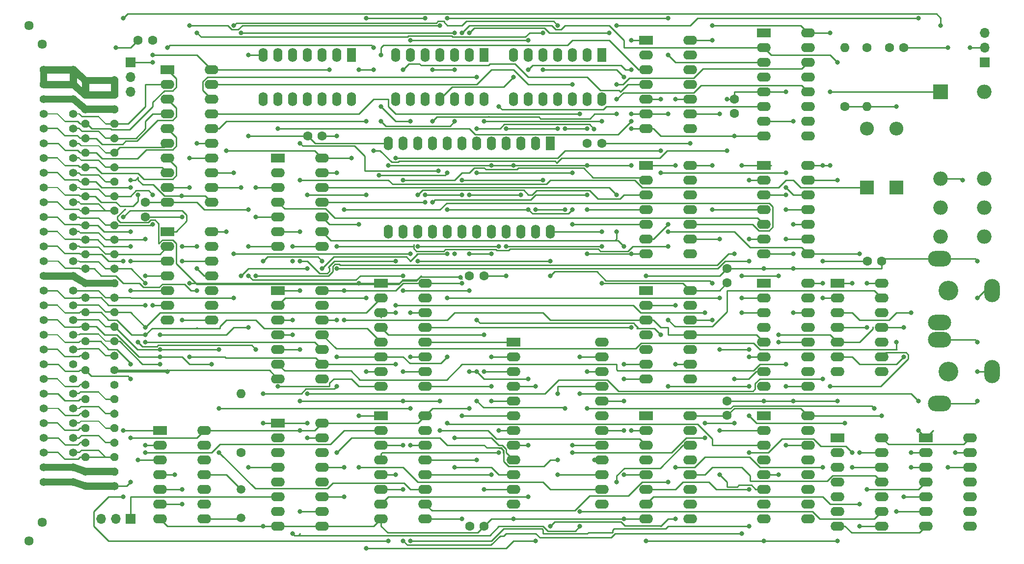
<source format=gbr>
%TF.GenerationSoftware,KiCad,Pcbnew,(5.1.10)-1*%
%TF.CreationDate,2022-01-29T09:37:24+01:00*%
%TF.ProjectId,2K-BWS,324b2d42-5753-42e6-9b69-6361645f7063,rev?*%
%TF.SameCoordinates,Original*%
%TF.FileFunction,Copper,L2,Bot*%
%TF.FilePolarity,Positive*%
%FSLAX46Y46*%
G04 Gerber Fmt 4.6, Leading zero omitted, Abs format (unit mm)*
G04 Created by KiCad (PCBNEW (5.1.10)-1) date 2022-01-29 09:37:24*
%MOMM*%
%LPD*%
G01*
G04 APERTURE LIST*
%TA.AperFunction,ComponentPad*%
%ADD10O,1.700000X1.700000*%
%TD*%
%TA.AperFunction,ComponentPad*%
%ADD11R,1.700000X1.700000*%
%TD*%
%TA.AperFunction,ComponentPad*%
%ADD12R,2.400000X1.600000*%
%TD*%
%TA.AperFunction,ComponentPad*%
%ADD13O,2.400000X1.600000*%
%TD*%
%TA.AperFunction,ComponentPad*%
%ADD14C,1.600000*%
%TD*%
%TA.AperFunction,SMDPad,CuDef*%
%ADD15C,0.100000*%
%TD*%
%TA.AperFunction,ComponentPad*%
%ADD16C,1.400000*%
%TD*%
%TA.AperFunction,ComponentPad*%
%ADD17C,1.610000*%
%TD*%
%TA.AperFunction,ComponentPad*%
%ADD18R,2.400000X2.400000*%
%TD*%
%TA.AperFunction,ComponentPad*%
%ADD19O,2.400000X2.400000*%
%TD*%
%TA.AperFunction,ComponentPad*%
%ADD20O,2.700000X4.000000*%
%TD*%
%TA.AperFunction,ComponentPad*%
%ADD21C,3.400000*%
%TD*%
%TA.AperFunction,ComponentPad*%
%ADD22O,4.000000X2.700000*%
%TD*%
%TA.AperFunction,ComponentPad*%
%ADD23O,1.600000X1.600000*%
%TD*%
%TA.AperFunction,ComponentPad*%
%ADD24R,2.500000X2.500000*%
%TD*%
%TA.AperFunction,ComponentPad*%
%ADD25O,2.500000X2.500000*%
%TD*%
%TA.AperFunction,ComponentPad*%
%ADD26R,1.600000X2.400000*%
%TD*%
%TA.AperFunction,ComponentPad*%
%ADD27O,1.600000X2.400000*%
%TD*%
%TA.AperFunction,ComponentPad*%
%ADD28C,1.500000*%
%TD*%
%TA.AperFunction,ViaPad*%
%ADD29C,0.800000*%
%TD*%
%TA.AperFunction,Conductor*%
%ADD30C,0.250000*%
%TD*%
G04 APERTURE END LIST*
D10*
%TO.P,J5,3*%
%TO.N,N/C*%
X53340000Y-146050000D03*
%TO.P,J5,2*%
%TO.N,Net-(J5-Pad2)*%
X55880000Y-146050000D03*
D11*
%TO.P,J5,1*%
%TO.N,Net-(J5-Pad1)*%
X58420000Y-146050000D03*
%TD*%
D10*
%TO.P,J4,3*%
%TO.N,Net-(J4-Pad3)*%
X58420000Y-72390000D03*
%TO.P,J4,2*%
%TO.N,Net-(J4-Pad2)*%
X58420000Y-69850000D03*
D11*
%TO.P,J4,1*%
%TO.N,Net-(J4-Pad1)*%
X58420000Y-67310000D03*
%TD*%
D12*
%TO.P,U33,1*%
%TO.N,Net-(U22-Pad6)*%
X167640000Y-85090000D03*
D13*
%TO.P,U33,8*%
%TO.N,Net-(C4-Pad1)*%
X175260000Y-100330000D03*
%TO.P,U33,2*%
%TO.N,Net-(U22-Pad7)*%
X167640000Y-87630000D03*
%TO.P,U33,9*%
%TO.N,Net-(U33-Pad9)*%
X175260000Y-97790000D03*
%TO.P,U33,3*%
%TO.N,N/C*%
X167640000Y-90170000D03*
%TO.P,U33,10*%
%TO.N,Net-(U33-Pad10)*%
X175260000Y-95250000D03*
%TO.P,U33,4*%
%TO.N,Net-(U23-Pad12)*%
X167640000Y-92710000D03*
%TO.P,U33,11*%
%TO.N,N/C*%
X175260000Y-92710000D03*
%TO.P,U33,5*%
%TO.N,Net-(U33-Pad5)*%
X167640000Y-95250000D03*
%TO.P,U33,12*%
%TO.N,Net-(U30-Pad13)*%
X175260000Y-90170000D03*
%TO.P,U33,6*%
%TO.N,Net-(U33-Pad6)*%
X167640000Y-97790000D03*
%TO.P,U33,13*%
%TO.N,Net-(U14-Pad7)*%
X175260000Y-87630000D03*
%TO.P,U33,7*%
%TO.N,GND*%
X167640000Y-100330000D03*
%TO.P,U33,14*%
%TO.N,+5P*%
X175260000Y-85090000D03*
%TD*%
D12*
%TO.P,U40,1*%
%TO.N,Net-(C1-Pad1)*%
X101600000Y-128270000D03*
D13*
%TO.P,U40,9*%
%TO.N,Net-(IC21-Pad6)*%
X109220000Y-146050000D03*
%TO.P,U40,2*%
%TO.N,Net-(U40-Pad2)*%
X101600000Y-130810000D03*
%TO.P,U40,10*%
%TO.N,Net-(U22-Pad6)*%
X109220000Y-143510000D03*
%TO.P,U40,3*%
%TO.N,Net-(U22-Pad2)*%
X101600000Y-133350000D03*
%TO.P,U40,11*%
%TO.N,Net-(U40-Pad11)*%
X109220000Y-140970000D03*
%TO.P,U40,4*%
%TO.N,Net-(IC21-Pad7)*%
X101600000Y-135890000D03*
%TO.P,U40,12*%
%TO.N,Net-(IC21-Pad5)*%
X109220000Y-138430000D03*
%TO.P,U40,5*%
%TO.N,Net-(U40-Pad5)*%
X101600000Y-138430000D03*
%TO.P,U40,13*%
%TO.N,Net-(U22-Pad7)*%
X109220000Y-135890000D03*
%TO.P,U40,6*%
%TO.N,Net-(U22-Pad3)*%
X101600000Y-140970000D03*
%TO.P,U40,14*%
%TO.N,Net-(U40-Pad14)*%
X109220000Y-133350000D03*
%TO.P,U40,7*%
%TO.N,Net-(IC21-Pad8)*%
X101600000Y-143510000D03*
%TO.P,U40,15*%
%TO.N,N/C*%
X109220000Y-130810000D03*
%TO.P,U40,8*%
%TO.N,GND*%
X101600000Y-146050000D03*
%TO.P,U40,16*%
%TO.N,+5P*%
X109220000Y-128270000D03*
%TD*%
%TO.P,IC21,24*%
%TO.N,+5P*%
X139700000Y-115570000D03*
%TO.P,IC21,12*%
%TO.N,GND*%
X124460000Y-143510000D03*
%TO.P,IC21,23*%
%TO.N,Net-(IC21-Pad23)*%
X139700000Y-118110000D03*
%TO.P,IC21,11*%
%TO.N,Net-(IC21-Pad11)*%
X124460000Y-140970000D03*
%TO.P,IC21,22*%
%TO.N,Net-(IC21-Pad22)*%
X139700000Y-120650000D03*
%TO.P,IC21,10*%
%TO.N,Net-(IC21-Pad10)*%
X124460000Y-138430000D03*
%TO.P,IC21,21*%
%TO.N,Net-(IC21-Pad21)*%
X139700000Y-123190000D03*
%TO.P,IC21,9*%
%TO.N,Net-(IC21-Pad9)*%
X124460000Y-135890000D03*
%TO.P,IC21,20*%
%TO.N,GND*%
X139700000Y-125730000D03*
%TO.P,IC21,8*%
%TO.N,Net-(IC21-Pad8)*%
X124460000Y-133350000D03*
%TO.P,IC21,19*%
%TO.N,GND*%
X139700000Y-128270000D03*
%TO.P,IC21,7*%
%TO.N,Net-(IC21-Pad7)*%
X124460000Y-130810000D03*
%TO.P,IC21,18*%
%TO.N,GND*%
X139700000Y-130810000D03*
%TO.P,IC21,6*%
%TO.N,Net-(IC21-Pad6)*%
X124460000Y-128270000D03*
%TO.P,IC21,17*%
%TO.N,Net-(IC21-Pad17)*%
X139700000Y-133350000D03*
%TO.P,IC21,5*%
%TO.N,Net-(IC21-Pad5)*%
X124460000Y-125730000D03*
%TO.P,IC21,16*%
%TO.N,Net-(IC21-Pad16)*%
X139700000Y-135890000D03*
%TO.P,IC21,4*%
%TO.N,Net-(IC21-Pad4)*%
X124460000Y-123190000D03*
%TO.P,IC21,15*%
%TO.N,Net-(IC21-Pad15)*%
X139700000Y-138430000D03*
%TO.P,IC21,3*%
%TO.N,Net-(IC21-Pad3)*%
X124460000Y-120650000D03*
%TO.P,IC21,14*%
%TO.N,Net-(IC21-Pad14)*%
X139700000Y-140970000D03*
%TO.P,IC21,2*%
%TO.N,Net-(IC21-Pad2)*%
X124460000Y-118110000D03*
%TO.P,IC21,13*%
%TO.N,Net-(IC21-Pad13)*%
X139700000Y-143510000D03*
D12*
%TO.P,IC21,1*%
%TO.N,Net-(IC21-Pad1)*%
X124460000Y-115570000D03*
%TD*%
D13*
%TO.P,U24,14*%
%TO.N,+5P*%
X154940000Y-63500000D03*
%TO.P,U24,7*%
%TO.N,GND*%
X147320000Y-78740000D03*
%TO.P,U24,13*%
%TO.N,Net-(U15-Pad1)*%
X154940000Y-66040000D03*
%TO.P,U24,6*%
%TO.N,Net-(U12-Pad6)*%
X147320000Y-76200000D03*
%TO.P,U24,12*%
%TO.N,Net-(U15-Pad1)*%
X154940000Y-68580000D03*
%TO.P,U24,5*%
%TO.N,Net-(U14-Pad13)*%
X147320000Y-73660000D03*
%TO.P,U24,11*%
%TO.N,Net-(U15-Pad1)*%
X154940000Y-71120000D03*
%TO.P,U24,4*%
%TO.N,Net-(U14-Pad11)*%
X147320000Y-71120000D03*
%TO.P,U24,10*%
%TO.N,Net-(U15-Pad1)*%
X154940000Y-73660000D03*
%TO.P,U24,3*%
%TO.N,Net-(U14-Pad10)*%
X147320000Y-68580000D03*
%TO.P,U24,9*%
%TO.N,Net-(U15-Pad9)*%
X154940000Y-76200000D03*
%TO.P,U24,2*%
%TO.N,Net-(U14-Pad9)*%
X147320000Y-66040000D03*
%TO.P,U24,8*%
%TO.N,N/C*%
X154940000Y-78740000D03*
D12*
%TO.P,U24,1*%
%TO.N,GND*%
X147320000Y-63500000D03*
%TD*%
D13*
%TO.P,U20,14*%
%TO.N,+5P*%
X72390000Y-96520000D03*
%TO.P,U20,7*%
%TO.N,GND*%
X64770000Y-111760000D03*
%TO.P,U20,13*%
%TO.N,N/C*%
X72390000Y-99060000D03*
%TO.P,U20,6*%
%TO.N,Net-(U20-Pad6)*%
X64770000Y-109220000D03*
%TO.P,U20,12*%
%TO.N,Net-(U11-Pad4)*%
X72390000Y-101600000D03*
%TO.P,U20,5*%
%TO.N,Net-(U20-Pad5)*%
X64770000Y-106680000D03*
%TO.P,U20,11*%
%TO.N,Net-(U20-Pad11)*%
X72390000Y-104140000D03*
%TO.P,U20,4*%
%TO.N,Net-(U20-Pad4)*%
X64770000Y-104140000D03*
%TO.P,U20,10*%
%TO.N,N/C*%
X72390000Y-106680000D03*
%TO.P,U20,3*%
%TO.N,Net-(U20-Pad3)*%
X64770000Y-101600000D03*
%TO.P,U20,9*%
%TO.N,N/C*%
X72390000Y-109220000D03*
%TO.P,U20,2*%
%TO.N,Net-(U20-Pad2)*%
X64770000Y-99060000D03*
%TO.P,U20,8*%
%TO.N,Net-(C1-Pad1)*%
X72390000Y-111760000D03*
D12*
%TO.P,U20,1*%
%TO.N,Net-(U20-Pad1)*%
X64770000Y-96520000D03*
%TD*%
D10*
%TO.P,J3,3*%
%TO.N,N/C*%
X205740000Y-62230000D03*
%TO.P,J3,2*%
%TO.N,GND*%
X205740000Y-64770000D03*
D11*
%TO.P,J3,1*%
%TO.N,Net-(J3-Pad1)*%
X205740000Y-67310000D03*
%TD*%
D14*
%TO.P,C11,2*%
%TO.N,+5P*%
X185460000Y-101600000D03*
%TO.P,C11,1*%
%TO.N,GND*%
X187960000Y-101600000D03*
%TD*%
%TO.P,C10,2*%
%TO.N,+5P*%
X161290000Y-105370000D03*
%TO.P,C10,1*%
%TO.N,GND*%
X161290000Y-102870000D03*
%TD*%
%TO.P,C9,2*%
%TO.N,+5P*%
X119340000Y-104140000D03*
%TO.P,C9,1*%
%TO.N,GND*%
X116840000Y-104140000D03*
%TD*%
%TO.P,C8,2*%
%TO.N,+5P*%
X161290000Y-128230000D03*
%TO.P,C8,1*%
%TO.N,GND*%
X161290000Y-125730000D03*
%TD*%
%TO.P,C7,2*%
%TO.N,+5P*%
X139660000Y-81280000D03*
%TO.P,C7,1*%
%TO.N,GND*%
X137160000Y-81280000D03*
%TD*%
%TO.P,C6,2*%
%TO.N,+5P*%
X116880000Y-147320000D03*
%TO.P,C6,1*%
%TO.N,GND*%
X119380000Y-147320000D03*
%TD*%
%TO.P,C5,2*%
%TO.N,+5P*%
X62190000Y-63500000D03*
%TO.P,C5,1*%
%TO.N,GND*%
X59690000Y-63500000D03*
%TD*%
%TA.AperFunction,SMDPad,CuDef*%
D15*
%TO.P,X1,C15*%
%TO.N,Net-(X1-PadC15)*%
G36*
X56292424Y-105512711D02*
G01*
X56279022Y-105580086D01*
X56259081Y-105645823D01*
X56232793Y-105709289D01*
X56200410Y-105769872D01*
X56162245Y-105826990D01*
X56118666Y-105880091D01*
X56070091Y-105928666D01*
X56016990Y-105972245D01*
X55959872Y-106010410D01*
X55899289Y-106042793D01*
X55835823Y-106069081D01*
X55770086Y-106089022D01*
X55702711Y-106102424D01*
X55634347Y-106109157D01*
X55565653Y-106109157D01*
X55497289Y-106102424D01*
X55429914Y-106089022D01*
X55364177Y-106069081D01*
X55300711Y-106042793D01*
X55286132Y-106035000D01*
X50600000Y-106035000D01*
X50591274Y-106034939D01*
X50580592Y-106034267D01*
X50569876Y-106034274D01*
X50550129Y-106032350D01*
X50530332Y-106031105D01*
X50519754Y-106029392D01*
X50509101Y-106028354D01*
X50489645Y-106024515D01*
X50470055Y-106021342D01*
X50459702Y-106018607D01*
X50449193Y-106016533D01*
X50430194Y-106010810D01*
X50411019Y-106005744D01*
X50400980Y-106002011D01*
X50390726Y-105998922D01*
X50372391Y-105991379D01*
X50353786Y-105984460D01*
X50344154Y-105979762D01*
X50334256Y-105975690D01*
X50316744Y-105966393D01*
X50298904Y-105957692D01*
X50289777Y-105952077D01*
X50280323Y-105947058D01*
X48328066Y-104785000D01*
X43400000Y-104785000D01*
X43391274Y-104784939D01*
X43330332Y-104781105D01*
X43270055Y-104771342D01*
X43211019Y-104755744D01*
X43153786Y-104734460D01*
X43098904Y-104707692D01*
X43046896Y-104675696D01*
X42998258Y-104638778D01*
X42953455Y-104597290D01*
X42912914Y-104551627D01*
X42877022Y-104502227D01*
X42846123Y-104449560D01*
X42820510Y-104394129D01*
X42800429Y-104336463D01*
X42786070Y-104277113D01*
X42777572Y-104216645D01*
X42775015Y-104155637D01*
X42778424Y-104094670D01*
X42787765Y-104034326D01*
X42802951Y-103975182D01*
X42823836Y-103917803D01*
X42850220Y-103862735D01*
X42881852Y-103810504D01*
X42918429Y-103761610D01*
X42959604Y-103716518D01*
X43004982Y-103675660D01*
X43054130Y-103639424D01*
X43106580Y-103608158D01*
X43161831Y-103582159D01*
X43219355Y-103561675D01*
X43278604Y-103546903D01*
X43339011Y-103537983D01*
X43400000Y-103535000D01*
X48500000Y-103535000D01*
X48508726Y-103535061D01*
X48519421Y-103535734D01*
X48530125Y-103535727D01*
X48549853Y-103537648D01*
X48569668Y-103538895D01*
X48580248Y-103540609D01*
X48590899Y-103541646D01*
X48610355Y-103545485D01*
X48629945Y-103548658D01*
X48640298Y-103551393D01*
X48650807Y-103553467D01*
X48669809Y-103559190D01*
X48688981Y-103564256D01*
X48699017Y-103567988D01*
X48709275Y-103571078D01*
X48727616Y-103578624D01*
X48746214Y-103585540D01*
X48755846Y-103590238D01*
X48765744Y-103594310D01*
X48783256Y-103603607D01*
X48801096Y-103612308D01*
X48810223Y-103617923D01*
X48819677Y-103622942D01*
X50771935Y-104785000D01*
X55286132Y-104785000D01*
X55300711Y-104777207D01*
X55364177Y-104750919D01*
X55429914Y-104730978D01*
X55497289Y-104717576D01*
X55565653Y-104710843D01*
X55634347Y-104710843D01*
X55702711Y-104717576D01*
X55770086Y-104730978D01*
X55835823Y-104750919D01*
X55899289Y-104777207D01*
X55959872Y-104809590D01*
X56016990Y-104847755D01*
X56070091Y-104891334D01*
X56118666Y-104939909D01*
X56162245Y-104993010D01*
X56200410Y-105050128D01*
X56232793Y-105110711D01*
X56259081Y-105174177D01*
X56279022Y-105239914D01*
X56292424Y-105307289D01*
X56299157Y-105375653D01*
X56299157Y-105444347D01*
X56292424Y-105512711D01*
G37*
%TD.AperFunction*%
%TA.AperFunction,SMDPad,CuDef*%
%TO.P,X1,C29*%
%TO.N,+5P*%
G36*
X56292424Y-140512711D02*
G01*
X56279022Y-140580086D01*
X56259081Y-140645823D01*
X56232793Y-140709289D01*
X56200410Y-140769872D01*
X56162245Y-140826990D01*
X56118666Y-140880091D01*
X56070091Y-140928666D01*
X56016990Y-140972245D01*
X55959872Y-141010410D01*
X55899289Y-141042793D01*
X55835823Y-141069081D01*
X55770086Y-141089022D01*
X55702711Y-141102424D01*
X55634347Y-141109157D01*
X55565653Y-141109157D01*
X55497289Y-141102424D01*
X55429914Y-141089022D01*
X55364177Y-141069081D01*
X55300711Y-141042793D01*
X55286132Y-141035000D01*
X50600000Y-141035000D01*
X50591274Y-141034939D01*
X50586731Y-141034653D01*
X50582168Y-141034746D01*
X50556238Y-141032735D01*
X50530332Y-141031105D01*
X50525836Y-141030377D01*
X50521288Y-141030024D01*
X50495704Y-141025496D01*
X50470055Y-141021342D01*
X50465644Y-141020177D01*
X50461160Y-141019383D01*
X50436146Y-141012383D01*
X50411019Y-141005744D01*
X50406749Y-141004156D01*
X50402357Y-141002927D01*
X48398577Y-140335000D01*
X43400000Y-140335000D01*
X43391274Y-140334939D01*
X43330332Y-140331105D01*
X43270055Y-140321342D01*
X43211019Y-140305744D01*
X43153786Y-140284460D01*
X43098904Y-140257692D01*
X43046896Y-140225696D01*
X42998258Y-140188778D01*
X42953455Y-140147290D01*
X42912914Y-140101627D01*
X42877022Y-140052227D01*
X42846123Y-139999560D01*
X42820510Y-139944129D01*
X42800429Y-139886463D01*
X42786070Y-139827113D01*
X42777572Y-139766645D01*
X42775015Y-139705637D01*
X42778424Y-139644670D01*
X42787765Y-139584326D01*
X42802951Y-139525182D01*
X42823836Y-139467803D01*
X42850220Y-139412735D01*
X42881852Y-139360504D01*
X42918429Y-139311610D01*
X42959604Y-139266518D01*
X43004982Y-139225660D01*
X43054130Y-139189424D01*
X43106580Y-139158158D01*
X43161831Y-139132159D01*
X43219355Y-139111675D01*
X43278604Y-139096903D01*
X43339011Y-139087983D01*
X43400000Y-139085000D01*
X48500000Y-139085000D01*
X48508726Y-139085061D01*
X48513269Y-139085347D01*
X48517832Y-139085254D01*
X48543762Y-139087265D01*
X48569668Y-139088895D01*
X48574164Y-139089623D01*
X48578712Y-139089976D01*
X48604324Y-139094508D01*
X48629945Y-139098658D01*
X48634346Y-139099821D01*
X48638840Y-139100616D01*
X48663883Y-139107625D01*
X48688981Y-139114256D01*
X48693253Y-139115845D01*
X48697642Y-139117073D01*
X50701423Y-139785000D01*
X55286132Y-139785000D01*
X55300711Y-139777207D01*
X55364177Y-139750919D01*
X55429914Y-139730978D01*
X55497289Y-139717576D01*
X55565653Y-139710843D01*
X55634347Y-139710843D01*
X55702711Y-139717576D01*
X55770086Y-139730978D01*
X55835823Y-139750919D01*
X55899289Y-139777207D01*
X55959872Y-139809590D01*
X56016990Y-139847755D01*
X56070091Y-139891334D01*
X56118666Y-139939909D01*
X56162245Y-139993010D01*
X56200410Y-140050128D01*
X56232793Y-140110711D01*
X56259081Y-140174177D01*
X56279022Y-140239914D01*
X56292424Y-140307289D01*
X56299157Y-140375653D01*
X56299157Y-140444347D01*
X56292424Y-140512711D01*
G37*
%TD.AperFunction*%
%TA.AperFunction,SMDPad,CuDef*%
%TO.P,X1,C28*%
%TO.N,Net-(X1-PadC28)*%
G36*
X56292424Y-138012711D02*
G01*
X56279022Y-138080086D01*
X56259081Y-138145823D01*
X56232793Y-138209289D01*
X56200410Y-138269872D01*
X56162245Y-138326990D01*
X56118666Y-138380091D01*
X56070091Y-138428666D01*
X56016990Y-138472245D01*
X55959872Y-138510410D01*
X55899289Y-138542793D01*
X55835823Y-138569081D01*
X55770086Y-138589022D01*
X55702711Y-138602424D01*
X55634347Y-138609157D01*
X55565653Y-138609157D01*
X55497289Y-138602424D01*
X55429914Y-138589022D01*
X55364177Y-138569081D01*
X55300711Y-138542793D01*
X55286132Y-138535000D01*
X50600000Y-138535000D01*
X50591274Y-138534939D01*
X50580091Y-138534235D01*
X50568882Y-138534225D01*
X50549633Y-138532319D01*
X50530332Y-138531105D01*
X50519268Y-138529313D01*
X50508117Y-138528209D01*
X50489150Y-138524435D01*
X50470055Y-138521342D01*
X50459217Y-138518479D01*
X50448229Y-138516292D01*
X50429717Y-138510684D01*
X50411019Y-138505744D01*
X50400521Y-138501840D01*
X50389789Y-138498589D01*
X48391741Y-137785000D01*
X43400000Y-137785000D01*
X43391274Y-137784939D01*
X43330332Y-137781105D01*
X43270055Y-137771342D01*
X43211019Y-137755744D01*
X43153786Y-137734460D01*
X43098904Y-137707692D01*
X43046896Y-137675696D01*
X42998258Y-137638778D01*
X42953455Y-137597290D01*
X42912914Y-137551627D01*
X42877022Y-137502227D01*
X42846123Y-137449560D01*
X42820510Y-137394129D01*
X42800429Y-137336463D01*
X42786070Y-137277113D01*
X42777572Y-137216645D01*
X42775015Y-137155637D01*
X42778424Y-137094670D01*
X42787765Y-137034326D01*
X42802951Y-136975182D01*
X42823836Y-136917803D01*
X42850220Y-136862735D01*
X42881852Y-136810504D01*
X42918429Y-136761610D01*
X42959604Y-136716518D01*
X43004982Y-136675660D01*
X43054130Y-136639424D01*
X43106580Y-136608158D01*
X43161831Y-136582159D01*
X43219355Y-136561675D01*
X43278604Y-136546903D01*
X43339011Y-136537983D01*
X43400000Y-136535000D01*
X48500000Y-136535000D01*
X48508726Y-136535061D01*
X48519909Y-136535765D01*
X48531118Y-136535775D01*
X48550367Y-136537681D01*
X48569668Y-136538895D01*
X48580732Y-136540687D01*
X48591883Y-136541791D01*
X48610850Y-136545565D01*
X48629945Y-136548658D01*
X48640783Y-136551521D01*
X48651771Y-136553708D01*
X48670281Y-136559315D01*
X48688981Y-136564256D01*
X48699482Y-136568161D01*
X48710210Y-136571411D01*
X50708259Y-137285000D01*
X55286132Y-137285000D01*
X55300711Y-137277207D01*
X55364177Y-137250919D01*
X55429914Y-137230978D01*
X55497289Y-137217576D01*
X55565653Y-137210843D01*
X55634347Y-137210843D01*
X55702711Y-137217576D01*
X55770086Y-137230978D01*
X55835823Y-137250919D01*
X55899289Y-137277207D01*
X55959872Y-137309590D01*
X56016990Y-137347755D01*
X56070091Y-137391334D01*
X56118666Y-137439909D01*
X56162245Y-137493010D01*
X56200410Y-137550128D01*
X56232793Y-137610711D01*
X56259081Y-137674177D01*
X56279022Y-137739914D01*
X56292424Y-137807289D01*
X56299157Y-137875653D01*
X56299157Y-137944347D01*
X56292424Y-138012711D01*
G37*
%TD.AperFunction*%
%TA.AperFunction,SMDPad,CuDef*%
%TO.P,X1,A27*%
%TO.N,Net-(X1-PadA27)*%
G36*
X51292424Y-135512711D02*
G01*
X51279022Y-135580086D01*
X51259081Y-135645823D01*
X51232793Y-135709289D01*
X51200410Y-135769872D01*
X51162245Y-135826990D01*
X51118666Y-135880091D01*
X51070091Y-135928666D01*
X51016990Y-135972245D01*
X50959872Y-136010410D01*
X50899289Y-136042793D01*
X50835823Y-136069081D01*
X50770086Y-136089022D01*
X50702711Y-136102424D01*
X50634347Y-136109157D01*
X50565653Y-136109157D01*
X50497289Y-136102424D01*
X50429914Y-136089022D01*
X50364177Y-136069081D01*
X50300711Y-136042793D01*
X50240128Y-136010410D01*
X50183010Y-135972245D01*
X50129909Y-135928666D01*
X50081334Y-135880091D01*
X50037755Y-135826990D01*
X49999590Y-135769872D01*
X49967207Y-135709289D01*
X49940919Y-135645823D01*
X49920978Y-135580086D01*
X49912010Y-135535000D01*
X49751776Y-135535000D01*
X49388389Y-135898388D01*
X49388102Y-135898671D01*
X49388079Y-135898696D01*
X49388050Y-135898722D01*
X49387146Y-135899613D01*
X49383064Y-135903212D01*
X49379004Y-135906868D01*
X49378475Y-135907258D01*
X49377985Y-135907690D01*
X49373585Y-135910863D01*
X49369174Y-135914115D01*
X49368607Y-135914453D01*
X49368080Y-135914833D01*
X49363355Y-135917584D01*
X49358684Y-135920368D01*
X49358100Y-135920643D01*
X49357526Y-135920977D01*
X49352512Y-135923272D01*
X49347634Y-135925568D01*
X49347021Y-135925786D01*
X49346421Y-135926061D01*
X49341274Y-135927833D01*
X49336129Y-135929665D01*
X49335486Y-135929825D01*
X49334874Y-135930036D01*
X49329579Y-135931298D01*
X49324279Y-135932619D01*
X49323637Y-135932714D01*
X49322994Y-135932867D01*
X49317559Y-135933611D01*
X49312198Y-135934403D01*
X49311545Y-135934435D01*
X49310895Y-135934524D01*
X49305451Y-135934733D01*
X49300000Y-135935000D01*
X47100000Y-135935000D01*
X47099602Y-135934997D01*
X47099564Y-135934999D01*
X47099520Y-135934997D01*
X47098255Y-135934988D01*
X47092787Y-135934644D01*
X47087368Y-135934360D01*
X47086722Y-135934262D01*
X47086066Y-135934221D01*
X47080699Y-135933351D01*
X47075293Y-135932534D01*
X47074653Y-135932372D01*
X47074011Y-135932268D01*
X47068749Y-135930878D01*
X47063454Y-135929538D01*
X47062841Y-135929317D01*
X47062204Y-135929149D01*
X47057061Y-135927237D01*
X47051963Y-135925401D01*
X47051375Y-135925122D01*
X47050757Y-135924892D01*
X47045861Y-135922504D01*
X47040931Y-135920163D01*
X47040365Y-135919823D01*
X47039781Y-135919538D01*
X47035123Y-135916673D01*
X47030463Y-135913872D01*
X47029944Y-135913487D01*
X47029379Y-135913139D01*
X47024977Y-135909798D01*
X47020659Y-135906591D01*
X47020180Y-135906157D01*
X47019652Y-135905756D01*
X47015634Y-135902036D01*
X47011611Y-135898388D01*
X45848224Y-134735000D01*
X43400000Y-134735000D01*
X43398255Y-134734988D01*
X43386066Y-134734221D01*
X43374011Y-134732268D01*
X43362204Y-134729149D01*
X43350757Y-134724892D01*
X43339781Y-134719538D01*
X43329379Y-134713139D01*
X43319652Y-134705756D01*
X43310691Y-134697458D01*
X43302583Y-134688325D01*
X43295404Y-134678445D01*
X43289225Y-134667912D01*
X43284102Y-134656826D01*
X43280086Y-134645293D01*
X43277214Y-134633423D01*
X43275514Y-134621329D01*
X43275003Y-134609127D01*
X43275685Y-134596934D01*
X43277553Y-134584865D01*
X43280590Y-134573036D01*
X43284767Y-134561561D01*
X43290044Y-134550547D01*
X43296370Y-134540101D01*
X43303686Y-134530322D01*
X43311921Y-134521304D01*
X43320996Y-134513132D01*
X43330826Y-134505885D01*
X43341316Y-134499632D01*
X43352366Y-134494432D01*
X43363871Y-134490335D01*
X43375721Y-134487381D01*
X43387802Y-134485597D01*
X43400000Y-134485000D01*
X45900000Y-134485000D01*
X45900398Y-134485003D01*
X45900436Y-134485001D01*
X45900480Y-134485003D01*
X45901745Y-134485012D01*
X45907213Y-134485356D01*
X45912632Y-134485640D01*
X45913278Y-134485738D01*
X45913934Y-134485779D01*
X45919301Y-134486649D01*
X45924707Y-134487466D01*
X45925347Y-134487628D01*
X45925989Y-134487732D01*
X45931251Y-134489122D01*
X45936546Y-134490462D01*
X45937159Y-134490683D01*
X45937796Y-134490851D01*
X45942939Y-134492763D01*
X45948037Y-134494599D01*
X45948625Y-134494878D01*
X45949243Y-134495108D01*
X45954139Y-134497496D01*
X45959069Y-134499837D01*
X45959635Y-134500177D01*
X45960219Y-134500462D01*
X45964838Y-134503303D01*
X45969537Y-134506127D01*
X45970063Y-134506518D01*
X45970621Y-134506861D01*
X45974996Y-134510182D01*
X45979341Y-134513409D01*
X45979819Y-134513843D01*
X45980348Y-134514244D01*
X45984392Y-134517988D01*
X45988388Y-134521612D01*
X47151777Y-135685000D01*
X49248223Y-135685000D01*
X49611612Y-135321612D01*
X49611893Y-135321334D01*
X49611921Y-135321304D01*
X49611955Y-135321273D01*
X49612854Y-135320386D01*
X49616965Y-135316762D01*
X49620996Y-135313132D01*
X49621525Y-135312742D01*
X49622015Y-135312310D01*
X49626443Y-135309117D01*
X49630826Y-135305885D01*
X49631386Y-135305551D01*
X49631920Y-135305166D01*
X49636666Y-135302404D01*
X49641316Y-135299632D01*
X49641904Y-135299355D01*
X49642475Y-135299023D01*
X49647468Y-135296737D01*
X49652366Y-135294432D01*
X49652979Y-135294214D01*
X49653579Y-135293939D01*
X49658726Y-135292167D01*
X49663871Y-135290335D01*
X49664514Y-135290175D01*
X49665126Y-135289964D01*
X49670421Y-135288702D01*
X49675721Y-135287381D01*
X49676363Y-135287286D01*
X49677006Y-135287133D01*
X49682441Y-135286389D01*
X49687802Y-135285597D01*
X49688455Y-135285565D01*
X49689105Y-135285476D01*
X49694549Y-135285267D01*
X49700000Y-135285000D01*
X49912010Y-135285000D01*
X49920978Y-135239914D01*
X49940919Y-135174177D01*
X49967207Y-135110711D01*
X49999590Y-135050128D01*
X50037755Y-134993010D01*
X50081334Y-134939909D01*
X50129909Y-134891334D01*
X50183010Y-134847755D01*
X50240128Y-134809590D01*
X50300711Y-134777207D01*
X50364177Y-134750919D01*
X50429914Y-134730978D01*
X50497289Y-134717576D01*
X50565653Y-134710843D01*
X50634347Y-134710843D01*
X50702711Y-134717576D01*
X50770086Y-134730978D01*
X50835823Y-134750919D01*
X50899289Y-134777207D01*
X50959872Y-134809590D01*
X51016990Y-134847755D01*
X51070091Y-134891334D01*
X51118666Y-134939909D01*
X51162245Y-134993010D01*
X51200410Y-135050128D01*
X51232793Y-135110711D01*
X51259081Y-135174177D01*
X51279022Y-135239914D01*
X51292424Y-135307289D01*
X51299157Y-135375653D01*
X51299157Y-135444347D01*
X51292424Y-135512711D01*
G37*
%TD.AperFunction*%
%TA.AperFunction,SMDPad,CuDef*%
%TO.P,X1,A26*%
%TO.N,Net-(X1-PadA26)*%
G36*
X51292424Y-133012711D02*
G01*
X51279022Y-133080086D01*
X51259081Y-133145823D01*
X51232793Y-133209289D01*
X51200410Y-133269872D01*
X51162245Y-133326990D01*
X51118666Y-133380091D01*
X51070091Y-133428666D01*
X51016990Y-133472245D01*
X50959872Y-133510410D01*
X50899289Y-133542793D01*
X50835823Y-133569081D01*
X50770086Y-133589022D01*
X50702711Y-133602424D01*
X50634347Y-133609157D01*
X50565653Y-133609157D01*
X50497289Y-133602424D01*
X50429914Y-133589022D01*
X50364177Y-133569081D01*
X50300711Y-133542793D01*
X50240128Y-133510410D01*
X50183010Y-133472245D01*
X50129909Y-133428666D01*
X50081334Y-133380091D01*
X50037755Y-133326990D01*
X49999590Y-133269872D01*
X49967207Y-133209289D01*
X49940919Y-133145823D01*
X49920978Y-133080086D01*
X49912010Y-133035000D01*
X49751776Y-133035000D01*
X49388389Y-133398388D01*
X49388102Y-133398671D01*
X49388079Y-133398696D01*
X49388050Y-133398722D01*
X49387146Y-133399613D01*
X49383064Y-133403212D01*
X49379004Y-133406868D01*
X49378475Y-133407258D01*
X49377985Y-133407690D01*
X49373585Y-133410863D01*
X49369174Y-133414115D01*
X49368607Y-133414453D01*
X49368080Y-133414833D01*
X49363355Y-133417584D01*
X49358684Y-133420368D01*
X49358100Y-133420643D01*
X49357526Y-133420977D01*
X49352512Y-133423272D01*
X49347634Y-133425568D01*
X49347021Y-133425786D01*
X49346421Y-133426061D01*
X49341274Y-133427833D01*
X49336129Y-133429665D01*
X49335486Y-133429825D01*
X49334874Y-133430036D01*
X49329579Y-133431298D01*
X49324279Y-133432619D01*
X49323637Y-133432714D01*
X49322994Y-133432867D01*
X49317559Y-133433611D01*
X49312198Y-133434403D01*
X49311545Y-133434435D01*
X49310895Y-133434524D01*
X49305451Y-133434733D01*
X49300000Y-133435000D01*
X47100000Y-133435000D01*
X47099602Y-133434997D01*
X47099564Y-133434999D01*
X47099520Y-133434997D01*
X47098255Y-133434988D01*
X47092787Y-133434644D01*
X47087368Y-133434360D01*
X47086722Y-133434262D01*
X47086066Y-133434221D01*
X47080699Y-133433351D01*
X47075293Y-133432534D01*
X47074653Y-133432372D01*
X47074011Y-133432268D01*
X47068749Y-133430878D01*
X47063454Y-133429538D01*
X47062841Y-133429317D01*
X47062204Y-133429149D01*
X47057061Y-133427237D01*
X47051963Y-133425401D01*
X47051375Y-133425122D01*
X47050757Y-133424892D01*
X47045861Y-133422504D01*
X47040931Y-133420163D01*
X47040365Y-133419823D01*
X47039781Y-133419538D01*
X47035123Y-133416673D01*
X47030463Y-133413872D01*
X47029944Y-133413487D01*
X47029379Y-133413139D01*
X47024977Y-133409798D01*
X47020659Y-133406591D01*
X47020180Y-133406157D01*
X47019652Y-133405756D01*
X47015634Y-133402036D01*
X47011611Y-133398388D01*
X45848224Y-132235000D01*
X43400000Y-132235000D01*
X43398255Y-132234988D01*
X43386066Y-132234221D01*
X43374011Y-132232268D01*
X43362204Y-132229149D01*
X43350757Y-132224892D01*
X43339781Y-132219538D01*
X43329379Y-132213139D01*
X43319652Y-132205756D01*
X43310691Y-132197458D01*
X43302583Y-132188325D01*
X43295404Y-132178445D01*
X43289225Y-132167912D01*
X43284102Y-132156826D01*
X43280086Y-132145293D01*
X43277214Y-132133423D01*
X43275514Y-132121329D01*
X43275003Y-132109127D01*
X43275685Y-132096934D01*
X43277553Y-132084865D01*
X43280590Y-132073036D01*
X43284767Y-132061561D01*
X43290044Y-132050547D01*
X43296370Y-132040101D01*
X43303686Y-132030322D01*
X43311921Y-132021304D01*
X43320996Y-132013132D01*
X43330826Y-132005885D01*
X43341316Y-131999632D01*
X43352366Y-131994432D01*
X43363871Y-131990335D01*
X43375721Y-131987381D01*
X43387802Y-131985597D01*
X43400000Y-131985000D01*
X45900000Y-131985000D01*
X45900398Y-131985003D01*
X45900436Y-131985001D01*
X45900480Y-131985003D01*
X45901745Y-131985012D01*
X45907213Y-131985356D01*
X45912632Y-131985640D01*
X45913278Y-131985738D01*
X45913934Y-131985779D01*
X45919301Y-131986649D01*
X45924707Y-131987466D01*
X45925347Y-131987628D01*
X45925989Y-131987732D01*
X45931251Y-131989122D01*
X45936546Y-131990462D01*
X45937159Y-131990683D01*
X45937796Y-131990851D01*
X45942939Y-131992763D01*
X45948037Y-131994599D01*
X45948625Y-131994878D01*
X45949243Y-131995108D01*
X45954139Y-131997496D01*
X45959069Y-131999837D01*
X45959635Y-132000177D01*
X45960219Y-132000462D01*
X45964838Y-132003303D01*
X45969537Y-132006127D01*
X45970063Y-132006518D01*
X45970621Y-132006861D01*
X45974996Y-132010182D01*
X45979341Y-132013409D01*
X45979819Y-132013843D01*
X45980348Y-132014244D01*
X45984392Y-132017988D01*
X45988388Y-132021612D01*
X47151777Y-133185000D01*
X49248223Y-133185000D01*
X49611612Y-132821612D01*
X49611893Y-132821334D01*
X49611921Y-132821304D01*
X49611955Y-132821273D01*
X49612854Y-132820386D01*
X49616965Y-132816762D01*
X49620996Y-132813132D01*
X49621525Y-132812742D01*
X49622015Y-132812310D01*
X49626443Y-132809117D01*
X49630826Y-132805885D01*
X49631386Y-132805551D01*
X49631920Y-132805166D01*
X49636666Y-132802404D01*
X49641316Y-132799632D01*
X49641904Y-132799355D01*
X49642475Y-132799023D01*
X49647468Y-132796737D01*
X49652366Y-132794432D01*
X49652979Y-132794214D01*
X49653579Y-132793939D01*
X49658726Y-132792167D01*
X49663871Y-132790335D01*
X49664514Y-132790175D01*
X49665126Y-132789964D01*
X49670421Y-132788702D01*
X49675721Y-132787381D01*
X49676363Y-132787286D01*
X49677006Y-132787133D01*
X49682441Y-132786389D01*
X49687802Y-132785597D01*
X49688455Y-132785565D01*
X49689105Y-132785476D01*
X49694549Y-132785267D01*
X49700000Y-132785000D01*
X49912010Y-132785000D01*
X49920978Y-132739914D01*
X49940919Y-132674177D01*
X49967207Y-132610711D01*
X49999590Y-132550128D01*
X50037755Y-132493010D01*
X50081334Y-132439909D01*
X50129909Y-132391334D01*
X50183010Y-132347755D01*
X50240128Y-132309590D01*
X50300711Y-132277207D01*
X50364177Y-132250919D01*
X50429914Y-132230978D01*
X50497289Y-132217576D01*
X50565653Y-132210843D01*
X50634347Y-132210843D01*
X50702711Y-132217576D01*
X50770086Y-132230978D01*
X50835823Y-132250919D01*
X50899289Y-132277207D01*
X50959872Y-132309590D01*
X51016990Y-132347755D01*
X51070091Y-132391334D01*
X51118666Y-132439909D01*
X51162245Y-132493010D01*
X51200410Y-132550128D01*
X51232793Y-132610711D01*
X51259081Y-132674177D01*
X51279022Y-132739914D01*
X51292424Y-132807289D01*
X51299157Y-132875653D01*
X51299157Y-132944347D01*
X51292424Y-133012711D01*
G37*
%TD.AperFunction*%
%TA.AperFunction,SMDPad,CuDef*%
%TO.P,X1,A25*%
%TO.N,Net-(X1-PadA25)*%
G36*
X51292424Y-130512711D02*
G01*
X51279022Y-130580086D01*
X51259081Y-130645823D01*
X51232793Y-130709289D01*
X51200410Y-130769872D01*
X51162245Y-130826990D01*
X51118666Y-130880091D01*
X51070091Y-130928666D01*
X51016990Y-130972245D01*
X50959872Y-131010410D01*
X50899289Y-131042793D01*
X50835823Y-131069081D01*
X50770086Y-131089022D01*
X50702711Y-131102424D01*
X50634347Y-131109157D01*
X50565653Y-131109157D01*
X50497289Y-131102424D01*
X50429914Y-131089022D01*
X50364177Y-131069081D01*
X50300711Y-131042793D01*
X50240128Y-131010410D01*
X50183010Y-130972245D01*
X50129909Y-130928666D01*
X50081334Y-130880091D01*
X50037755Y-130826990D01*
X49999590Y-130769872D01*
X49967207Y-130709289D01*
X49940919Y-130645823D01*
X49920978Y-130580086D01*
X49912010Y-130535000D01*
X49751776Y-130535000D01*
X49388389Y-130898388D01*
X49388102Y-130898671D01*
X49388079Y-130898696D01*
X49388050Y-130898722D01*
X49387146Y-130899613D01*
X49383064Y-130903212D01*
X49379004Y-130906868D01*
X49378475Y-130907258D01*
X49377985Y-130907690D01*
X49373585Y-130910863D01*
X49369174Y-130914115D01*
X49368607Y-130914453D01*
X49368080Y-130914833D01*
X49363355Y-130917584D01*
X49358684Y-130920368D01*
X49358100Y-130920643D01*
X49357526Y-130920977D01*
X49352512Y-130923272D01*
X49347634Y-130925568D01*
X49347021Y-130925786D01*
X49346421Y-130926061D01*
X49341274Y-130927833D01*
X49336129Y-130929665D01*
X49335486Y-130929825D01*
X49334874Y-130930036D01*
X49329579Y-130931298D01*
X49324279Y-130932619D01*
X49323637Y-130932714D01*
X49322994Y-130932867D01*
X49317559Y-130933611D01*
X49312198Y-130934403D01*
X49311545Y-130934435D01*
X49310895Y-130934524D01*
X49305451Y-130934733D01*
X49300000Y-130935000D01*
X47100000Y-130935000D01*
X47099602Y-130934997D01*
X47099564Y-130934999D01*
X47099520Y-130934997D01*
X47098255Y-130934988D01*
X47092837Y-130934647D01*
X47087369Y-130934361D01*
X47086713Y-130934262D01*
X47086066Y-130934221D01*
X47080734Y-130933357D01*
X47075293Y-130932534D01*
X47074653Y-130932372D01*
X47074011Y-130932268D01*
X47068749Y-130930878D01*
X47063454Y-130929538D01*
X47062840Y-130929317D01*
X47062204Y-130929149D01*
X47057091Y-130927248D01*
X47051964Y-130925402D01*
X47051370Y-130925120D01*
X47050757Y-130924892D01*
X47045879Y-130922512D01*
X47040931Y-130920163D01*
X47040365Y-130919823D01*
X47039781Y-130919538D01*
X47035162Y-130916697D01*
X47030463Y-130913873D01*
X47029936Y-130913482D01*
X47029379Y-130913139D01*
X47025038Y-130909844D01*
X47020659Y-130906592D01*
X47020174Y-130906152D01*
X47019652Y-130905756D01*
X47015660Y-130902059D01*
X47011612Y-130898389D01*
X45748224Y-129635000D01*
X43400000Y-129635000D01*
X43398255Y-129634988D01*
X43386066Y-129634221D01*
X43374011Y-129632268D01*
X43362204Y-129629149D01*
X43350757Y-129624892D01*
X43339781Y-129619538D01*
X43329379Y-129613139D01*
X43319652Y-129605756D01*
X43310691Y-129597458D01*
X43302583Y-129588325D01*
X43295404Y-129578445D01*
X43289225Y-129567912D01*
X43284102Y-129556826D01*
X43280086Y-129545293D01*
X43277214Y-129533423D01*
X43275514Y-129521329D01*
X43275003Y-129509127D01*
X43275685Y-129496934D01*
X43277553Y-129484865D01*
X43280590Y-129473036D01*
X43284767Y-129461561D01*
X43290044Y-129450547D01*
X43296370Y-129440101D01*
X43303686Y-129430322D01*
X43311921Y-129421304D01*
X43320996Y-129413132D01*
X43330826Y-129405885D01*
X43341316Y-129399632D01*
X43352366Y-129394432D01*
X43363871Y-129390335D01*
X43375721Y-129387381D01*
X43387802Y-129385597D01*
X43400000Y-129385000D01*
X45800000Y-129385000D01*
X45800398Y-129385003D01*
X45800436Y-129385001D01*
X45800480Y-129385003D01*
X45801745Y-129385012D01*
X45807213Y-129385356D01*
X45812632Y-129385640D01*
X45813278Y-129385738D01*
X45813934Y-129385779D01*
X45819301Y-129386649D01*
X45824707Y-129387466D01*
X45825347Y-129387628D01*
X45825989Y-129387732D01*
X45831251Y-129389122D01*
X45836546Y-129390462D01*
X45837159Y-129390683D01*
X45837796Y-129390851D01*
X45842939Y-129392763D01*
X45848037Y-129394599D01*
X45848625Y-129394878D01*
X45849243Y-129395108D01*
X45854139Y-129397496D01*
X45859069Y-129399837D01*
X45859635Y-129400177D01*
X45860219Y-129400462D01*
X45864838Y-129403303D01*
X45869537Y-129406127D01*
X45870063Y-129406518D01*
X45870621Y-129406861D01*
X45874996Y-129410182D01*
X45879341Y-129413409D01*
X45879819Y-129413843D01*
X45880348Y-129414244D01*
X45884392Y-129417988D01*
X45888388Y-129421612D01*
X47151777Y-130685000D01*
X49248223Y-130685000D01*
X49611612Y-130321612D01*
X49611893Y-130321334D01*
X49611921Y-130321304D01*
X49611955Y-130321273D01*
X49612854Y-130320386D01*
X49616965Y-130316762D01*
X49620996Y-130313132D01*
X49621525Y-130312742D01*
X49622015Y-130312310D01*
X49626443Y-130309117D01*
X49630826Y-130305885D01*
X49631386Y-130305551D01*
X49631920Y-130305166D01*
X49636666Y-130302404D01*
X49641316Y-130299632D01*
X49641904Y-130299355D01*
X49642475Y-130299023D01*
X49647468Y-130296737D01*
X49652366Y-130294432D01*
X49652979Y-130294214D01*
X49653579Y-130293939D01*
X49658726Y-130292167D01*
X49663871Y-130290335D01*
X49664514Y-130290175D01*
X49665126Y-130289964D01*
X49670421Y-130288702D01*
X49675721Y-130287381D01*
X49676363Y-130287286D01*
X49677006Y-130287133D01*
X49682441Y-130286389D01*
X49687802Y-130285597D01*
X49688455Y-130285565D01*
X49689105Y-130285476D01*
X49694549Y-130285267D01*
X49700000Y-130285000D01*
X49912010Y-130285000D01*
X49920978Y-130239914D01*
X49940919Y-130174177D01*
X49967207Y-130110711D01*
X49999590Y-130050128D01*
X50037755Y-129993010D01*
X50081334Y-129939909D01*
X50129909Y-129891334D01*
X50183010Y-129847755D01*
X50240128Y-129809590D01*
X50300711Y-129777207D01*
X50364177Y-129750919D01*
X50429914Y-129730978D01*
X50497289Y-129717576D01*
X50565653Y-129710843D01*
X50634347Y-129710843D01*
X50702711Y-129717576D01*
X50770086Y-129730978D01*
X50835823Y-129750919D01*
X50899289Y-129777207D01*
X50959872Y-129809590D01*
X51016990Y-129847755D01*
X51070091Y-129891334D01*
X51118666Y-129939909D01*
X51162245Y-129993010D01*
X51200410Y-130050128D01*
X51232793Y-130110711D01*
X51259081Y-130174177D01*
X51279022Y-130239914D01*
X51292424Y-130307289D01*
X51299157Y-130375653D01*
X51299157Y-130444347D01*
X51292424Y-130512711D01*
G37*
%TD.AperFunction*%
%TA.AperFunction,SMDPad,CuDef*%
%TO.P,X1,A24*%
%TO.N,Net-(X1-PadA24)*%
G36*
X51292424Y-128012711D02*
G01*
X51279022Y-128080086D01*
X51259081Y-128145823D01*
X51232793Y-128209289D01*
X51200410Y-128269872D01*
X51162245Y-128326990D01*
X51118666Y-128380091D01*
X51070091Y-128428666D01*
X51016990Y-128472245D01*
X50959872Y-128510410D01*
X50899289Y-128542793D01*
X50835823Y-128569081D01*
X50770086Y-128589022D01*
X50702711Y-128602424D01*
X50634347Y-128609157D01*
X50565653Y-128609157D01*
X50497289Y-128602424D01*
X50429914Y-128589022D01*
X50364177Y-128569081D01*
X50300711Y-128542793D01*
X50240128Y-128510410D01*
X50183010Y-128472245D01*
X50129909Y-128428666D01*
X50081334Y-128380091D01*
X50037755Y-128326990D01*
X49999590Y-128269872D01*
X49967207Y-128209289D01*
X49940919Y-128145823D01*
X49920978Y-128080086D01*
X49912010Y-128035000D01*
X49751776Y-128035000D01*
X49488388Y-128298388D01*
X49488107Y-128298666D01*
X49488079Y-128298696D01*
X49488045Y-128298727D01*
X49487146Y-128299614D01*
X49483035Y-128303238D01*
X49479004Y-128306868D01*
X49478475Y-128307258D01*
X49477985Y-128307690D01*
X49473585Y-128310863D01*
X49469174Y-128314115D01*
X49468607Y-128314453D01*
X49468080Y-128314833D01*
X49463374Y-128317572D01*
X49458684Y-128320368D01*
X49458095Y-128320645D01*
X49457525Y-128320977D01*
X49452532Y-128323263D01*
X49447634Y-128325568D01*
X49447021Y-128325786D01*
X49446421Y-128326061D01*
X49441274Y-128327833D01*
X49436129Y-128329665D01*
X49435486Y-128329825D01*
X49434874Y-128330036D01*
X49429579Y-128331298D01*
X49424279Y-128332619D01*
X49423637Y-128332714D01*
X49422994Y-128332867D01*
X49417559Y-128333611D01*
X49412198Y-128334403D01*
X49411545Y-128334435D01*
X49410895Y-128334524D01*
X49405451Y-128334733D01*
X49400000Y-128335000D01*
X47100000Y-128335000D01*
X47099602Y-128334997D01*
X47099564Y-128334999D01*
X47099520Y-128334997D01*
X47098255Y-128334988D01*
X47092787Y-128334644D01*
X47087368Y-128334360D01*
X47086722Y-128334262D01*
X47086066Y-128334221D01*
X47080699Y-128333351D01*
X47075293Y-128332534D01*
X47074653Y-128332372D01*
X47074011Y-128332268D01*
X47068749Y-128330878D01*
X47063454Y-128329538D01*
X47062841Y-128329317D01*
X47062204Y-128329149D01*
X47057061Y-128327237D01*
X47051963Y-128325401D01*
X47051375Y-128325122D01*
X47050757Y-128324892D01*
X47045861Y-128322504D01*
X47040931Y-128320163D01*
X47040365Y-128319823D01*
X47039781Y-128319538D01*
X47035123Y-128316673D01*
X47030463Y-128313872D01*
X47029944Y-128313487D01*
X47029379Y-128313139D01*
X47024977Y-128309798D01*
X47020659Y-128306591D01*
X47020180Y-128306157D01*
X47019652Y-128305756D01*
X47015634Y-128302036D01*
X47011611Y-128298388D01*
X45848224Y-127135000D01*
X43400000Y-127135000D01*
X43398255Y-127134988D01*
X43386066Y-127134221D01*
X43374011Y-127132268D01*
X43362204Y-127129149D01*
X43350757Y-127124892D01*
X43339781Y-127119538D01*
X43329379Y-127113139D01*
X43319652Y-127105756D01*
X43310691Y-127097458D01*
X43302583Y-127088325D01*
X43295404Y-127078445D01*
X43289225Y-127067912D01*
X43284102Y-127056826D01*
X43280086Y-127045293D01*
X43277214Y-127033423D01*
X43275514Y-127021329D01*
X43275003Y-127009127D01*
X43275685Y-126996934D01*
X43277553Y-126984865D01*
X43280590Y-126973036D01*
X43284767Y-126961561D01*
X43290044Y-126950547D01*
X43296370Y-126940101D01*
X43303686Y-126930322D01*
X43311921Y-126921304D01*
X43320996Y-126913132D01*
X43330826Y-126905885D01*
X43341316Y-126899632D01*
X43352366Y-126894432D01*
X43363871Y-126890335D01*
X43375721Y-126887381D01*
X43387802Y-126885597D01*
X43400000Y-126885000D01*
X45900000Y-126885000D01*
X45900398Y-126885003D01*
X45900436Y-126885001D01*
X45900480Y-126885003D01*
X45901745Y-126885012D01*
X45907213Y-126885356D01*
X45912632Y-126885640D01*
X45913278Y-126885738D01*
X45913934Y-126885779D01*
X45919301Y-126886649D01*
X45924707Y-126887466D01*
X45925347Y-126887628D01*
X45925989Y-126887732D01*
X45931251Y-126889122D01*
X45936546Y-126890462D01*
X45937159Y-126890683D01*
X45937796Y-126890851D01*
X45942939Y-126892763D01*
X45948037Y-126894599D01*
X45948625Y-126894878D01*
X45949243Y-126895108D01*
X45954139Y-126897496D01*
X45959069Y-126899837D01*
X45959635Y-126900177D01*
X45960219Y-126900462D01*
X45964838Y-126903303D01*
X45969537Y-126906127D01*
X45970063Y-126906518D01*
X45970621Y-126906861D01*
X45974996Y-126910182D01*
X45979341Y-126913409D01*
X45979819Y-126913843D01*
X45980348Y-126914244D01*
X45984392Y-126917988D01*
X45988388Y-126921612D01*
X47151777Y-128085000D01*
X49348224Y-128085000D01*
X49611612Y-127821612D01*
X49611893Y-127821334D01*
X49611921Y-127821304D01*
X49611955Y-127821273D01*
X49612854Y-127820386D01*
X49616965Y-127816762D01*
X49620996Y-127813132D01*
X49621525Y-127812742D01*
X49622015Y-127812310D01*
X49626443Y-127809117D01*
X49630826Y-127805885D01*
X49631386Y-127805551D01*
X49631920Y-127805166D01*
X49636666Y-127802404D01*
X49641316Y-127799632D01*
X49641904Y-127799355D01*
X49642475Y-127799023D01*
X49647468Y-127796737D01*
X49652366Y-127794432D01*
X49652979Y-127794214D01*
X49653579Y-127793939D01*
X49658726Y-127792167D01*
X49663871Y-127790335D01*
X49664514Y-127790175D01*
X49665126Y-127789964D01*
X49670421Y-127788702D01*
X49675721Y-127787381D01*
X49676363Y-127787286D01*
X49677006Y-127787133D01*
X49682441Y-127786389D01*
X49687802Y-127785597D01*
X49688455Y-127785565D01*
X49689105Y-127785476D01*
X49694549Y-127785267D01*
X49700000Y-127785000D01*
X49912010Y-127785000D01*
X49920978Y-127739914D01*
X49940919Y-127674177D01*
X49967207Y-127610711D01*
X49999590Y-127550128D01*
X50037755Y-127493010D01*
X50081334Y-127439909D01*
X50129909Y-127391334D01*
X50183010Y-127347755D01*
X50240128Y-127309590D01*
X50300711Y-127277207D01*
X50364177Y-127250919D01*
X50429914Y-127230978D01*
X50497289Y-127217576D01*
X50565653Y-127210843D01*
X50634347Y-127210843D01*
X50702711Y-127217576D01*
X50770086Y-127230978D01*
X50835823Y-127250919D01*
X50899289Y-127277207D01*
X50959872Y-127309590D01*
X51016990Y-127347755D01*
X51070091Y-127391334D01*
X51118666Y-127439909D01*
X51162245Y-127493010D01*
X51200410Y-127550128D01*
X51232793Y-127610711D01*
X51259081Y-127674177D01*
X51279022Y-127739914D01*
X51292424Y-127807289D01*
X51299157Y-127875653D01*
X51299157Y-127944347D01*
X51292424Y-128012711D01*
G37*
%TD.AperFunction*%
%TA.AperFunction,SMDPad,CuDef*%
%TO.P,X1,A23*%
%TO.N,Net-(X1-PadA23)*%
G36*
X51292424Y-125512711D02*
G01*
X51279022Y-125580086D01*
X51259081Y-125645823D01*
X51232793Y-125709289D01*
X51200410Y-125769872D01*
X51162245Y-125826990D01*
X51118666Y-125880091D01*
X51070091Y-125928666D01*
X51016990Y-125972245D01*
X50959872Y-126010410D01*
X50899289Y-126042793D01*
X50835823Y-126069081D01*
X50770086Y-126089022D01*
X50702711Y-126102424D01*
X50634347Y-126109157D01*
X50565653Y-126109157D01*
X50497289Y-126102424D01*
X50429914Y-126089022D01*
X50364177Y-126069081D01*
X50300711Y-126042793D01*
X50240128Y-126010410D01*
X50183010Y-125972245D01*
X50129909Y-125928666D01*
X50081334Y-125880091D01*
X50037755Y-125826990D01*
X49999590Y-125769872D01*
X49967207Y-125709289D01*
X49940919Y-125645823D01*
X49920978Y-125580086D01*
X49912010Y-125535000D01*
X49751776Y-125535000D01*
X49488388Y-125798388D01*
X49488107Y-125798666D01*
X49488079Y-125798696D01*
X49488045Y-125798727D01*
X49487146Y-125799614D01*
X49483035Y-125803238D01*
X49479004Y-125806868D01*
X49478475Y-125807258D01*
X49477985Y-125807690D01*
X49473585Y-125810863D01*
X49469174Y-125814115D01*
X49468607Y-125814453D01*
X49468080Y-125814833D01*
X49463374Y-125817572D01*
X49458684Y-125820368D01*
X49458095Y-125820645D01*
X49457525Y-125820977D01*
X49452532Y-125823263D01*
X49447634Y-125825568D01*
X49447021Y-125825786D01*
X49446421Y-125826061D01*
X49441274Y-125827833D01*
X49436129Y-125829665D01*
X49435486Y-125829825D01*
X49434874Y-125830036D01*
X49429579Y-125831298D01*
X49424279Y-125832619D01*
X49423637Y-125832714D01*
X49422994Y-125832867D01*
X49417559Y-125833611D01*
X49412198Y-125834403D01*
X49411545Y-125834435D01*
X49410895Y-125834524D01*
X49405451Y-125834733D01*
X49400000Y-125835000D01*
X47100000Y-125835000D01*
X47099602Y-125834997D01*
X47099564Y-125834999D01*
X47099520Y-125834997D01*
X47098255Y-125834988D01*
X47092787Y-125834644D01*
X47087368Y-125834360D01*
X47086722Y-125834262D01*
X47086066Y-125834221D01*
X47080699Y-125833351D01*
X47075293Y-125832534D01*
X47074653Y-125832372D01*
X47074011Y-125832268D01*
X47068749Y-125830878D01*
X47063454Y-125829538D01*
X47062841Y-125829317D01*
X47062204Y-125829149D01*
X47057061Y-125827237D01*
X47051963Y-125825401D01*
X47051375Y-125825122D01*
X47050757Y-125824892D01*
X47045861Y-125822504D01*
X47040931Y-125820163D01*
X47040365Y-125819823D01*
X47039781Y-125819538D01*
X47035123Y-125816673D01*
X47030463Y-125813872D01*
X47029944Y-125813487D01*
X47029379Y-125813139D01*
X47024977Y-125809798D01*
X47020659Y-125806591D01*
X47020180Y-125806157D01*
X47019652Y-125805756D01*
X47015634Y-125802036D01*
X47011611Y-125798388D01*
X45848224Y-124635000D01*
X43400000Y-124635000D01*
X43398255Y-124634988D01*
X43386066Y-124634221D01*
X43374011Y-124632268D01*
X43362204Y-124629149D01*
X43350757Y-124624892D01*
X43339781Y-124619538D01*
X43329379Y-124613139D01*
X43319652Y-124605756D01*
X43310691Y-124597458D01*
X43302583Y-124588325D01*
X43295404Y-124578445D01*
X43289225Y-124567912D01*
X43284102Y-124556826D01*
X43280086Y-124545293D01*
X43277214Y-124533423D01*
X43275514Y-124521329D01*
X43275003Y-124509127D01*
X43275685Y-124496934D01*
X43277553Y-124484865D01*
X43280590Y-124473036D01*
X43284767Y-124461561D01*
X43290044Y-124450547D01*
X43296370Y-124440101D01*
X43303686Y-124430322D01*
X43311921Y-124421304D01*
X43320996Y-124413132D01*
X43330826Y-124405885D01*
X43341316Y-124399632D01*
X43352366Y-124394432D01*
X43363871Y-124390335D01*
X43375721Y-124387381D01*
X43387802Y-124385597D01*
X43400000Y-124385000D01*
X45900000Y-124385000D01*
X45900398Y-124385003D01*
X45900436Y-124385001D01*
X45900480Y-124385003D01*
X45901745Y-124385012D01*
X45907213Y-124385356D01*
X45912632Y-124385640D01*
X45913278Y-124385738D01*
X45913934Y-124385779D01*
X45919301Y-124386649D01*
X45924707Y-124387466D01*
X45925347Y-124387628D01*
X45925989Y-124387732D01*
X45931251Y-124389122D01*
X45936546Y-124390462D01*
X45937159Y-124390683D01*
X45937796Y-124390851D01*
X45942939Y-124392763D01*
X45948037Y-124394599D01*
X45948625Y-124394878D01*
X45949243Y-124395108D01*
X45954139Y-124397496D01*
X45959069Y-124399837D01*
X45959635Y-124400177D01*
X45960219Y-124400462D01*
X45964838Y-124403303D01*
X45969537Y-124406127D01*
X45970063Y-124406518D01*
X45970621Y-124406861D01*
X45974996Y-124410182D01*
X45979341Y-124413409D01*
X45979819Y-124413843D01*
X45980348Y-124414244D01*
X45984392Y-124417988D01*
X45988388Y-124421612D01*
X47151777Y-125585000D01*
X49348224Y-125585000D01*
X49611612Y-125321612D01*
X49611893Y-125321334D01*
X49611921Y-125321304D01*
X49611955Y-125321273D01*
X49612854Y-125320386D01*
X49616965Y-125316762D01*
X49620996Y-125313132D01*
X49621525Y-125312742D01*
X49622015Y-125312310D01*
X49626443Y-125309117D01*
X49630826Y-125305885D01*
X49631386Y-125305551D01*
X49631920Y-125305166D01*
X49636666Y-125302404D01*
X49641316Y-125299632D01*
X49641904Y-125299355D01*
X49642475Y-125299023D01*
X49647468Y-125296737D01*
X49652366Y-125294432D01*
X49652979Y-125294214D01*
X49653579Y-125293939D01*
X49658726Y-125292167D01*
X49663871Y-125290335D01*
X49664514Y-125290175D01*
X49665126Y-125289964D01*
X49670421Y-125288702D01*
X49675721Y-125287381D01*
X49676363Y-125287286D01*
X49677006Y-125287133D01*
X49682441Y-125286389D01*
X49687802Y-125285597D01*
X49688455Y-125285565D01*
X49689105Y-125285476D01*
X49694549Y-125285267D01*
X49700000Y-125285000D01*
X49912010Y-125285000D01*
X49920978Y-125239914D01*
X49940919Y-125174177D01*
X49967207Y-125110711D01*
X49999590Y-125050128D01*
X50037755Y-124993010D01*
X50081334Y-124939909D01*
X50129909Y-124891334D01*
X50183010Y-124847755D01*
X50240128Y-124809590D01*
X50300711Y-124777207D01*
X50364177Y-124750919D01*
X50429914Y-124730978D01*
X50497289Y-124717576D01*
X50565653Y-124710843D01*
X50634347Y-124710843D01*
X50702711Y-124717576D01*
X50770086Y-124730978D01*
X50835823Y-124750919D01*
X50899289Y-124777207D01*
X50959872Y-124809590D01*
X51016990Y-124847755D01*
X51070091Y-124891334D01*
X51118666Y-124939909D01*
X51162245Y-124993010D01*
X51200410Y-125050128D01*
X51232793Y-125110711D01*
X51259081Y-125174177D01*
X51279022Y-125239914D01*
X51292424Y-125307289D01*
X51299157Y-125375653D01*
X51299157Y-125444347D01*
X51292424Y-125512711D01*
G37*
%TD.AperFunction*%
%TA.AperFunction,SMDPad,CuDef*%
%TO.P,X1,A22*%
%TO.N,Net-(X1-PadA22)*%
G36*
X51292424Y-123012711D02*
G01*
X51279022Y-123080086D01*
X51259081Y-123145823D01*
X51232793Y-123209289D01*
X51200410Y-123269872D01*
X51162245Y-123326990D01*
X51118666Y-123380091D01*
X51070091Y-123428666D01*
X51016990Y-123472245D01*
X50959872Y-123510410D01*
X50899289Y-123542793D01*
X50835823Y-123569081D01*
X50770086Y-123589022D01*
X50702711Y-123602424D01*
X50634347Y-123609157D01*
X50565653Y-123609157D01*
X50497289Y-123602424D01*
X50429914Y-123589022D01*
X50364177Y-123569081D01*
X50300711Y-123542793D01*
X50240128Y-123510410D01*
X50183010Y-123472245D01*
X50129909Y-123428666D01*
X50081334Y-123380091D01*
X50037755Y-123326990D01*
X49999590Y-123269872D01*
X49967207Y-123209289D01*
X49940919Y-123145823D01*
X49920978Y-123080086D01*
X49912010Y-123035000D01*
X49751776Y-123035000D01*
X49488388Y-123298388D01*
X49488107Y-123298666D01*
X49488079Y-123298696D01*
X49488045Y-123298727D01*
X49487146Y-123299614D01*
X49483035Y-123303238D01*
X49479004Y-123306868D01*
X49478475Y-123307258D01*
X49477985Y-123307690D01*
X49473585Y-123310863D01*
X49469174Y-123314115D01*
X49468607Y-123314453D01*
X49468080Y-123314833D01*
X49463374Y-123317572D01*
X49458684Y-123320368D01*
X49458095Y-123320645D01*
X49457525Y-123320977D01*
X49452532Y-123323263D01*
X49447634Y-123325568D01*
X49447021Y-123325786D01*
X49446421Y-123326061D01*
X49441274Y-123327833D01*
X49436129Y-123329665D01*
X49435486Y-123329825D01*
X49434874Y-123330036D01*
X49429579Y-123331298D01*
X49424279Y-123332619D01*
X49423637Y-123332714D01*
X49422994Y-123332867D01*
X49417559Y-123333611D01*
X49412198Y-123334403D01*
X49411545Y-123334435D01*
X49410895Y-123334524D01*
X49405451Y-123334733D01*
X49400000Y-123335000D01*
X47100000Y-123335000D01*
X47099602Y-123334997D01*
X47099564Y-123334999D01*
X47099520Y-123334997D01*
X47098255Y-123334988D01*
X47092837Y-123334647D01*
X47087369Y-123334361D01*
X47086713Y-123334262D01*
X47086066Y-123334221D01*
X47080734Y-123333357D01*
X47075293Y-123332534D01*
X47074653Y-123332372D01*
X47074011Y-123332268D01*
X47068749Y-123330878D01*
X47063454Y-123329538D01*
X47062840Y-123329317D01*
X47062204Y-123329149D01*
X47057091Y-123327248D01*
X47051964Y-123325402D01*
X47051370Y-123325120D01*
X47050757Y-123324892D01*
X47045879Y-123322512D01*
X47040931Y-123320163D01*
X47040365Y-123319823D01*
X47039781Y-123319538D01*
X47035162Y-123316697D01*
X47030463Y-123313873D01*
X47029936Y-123313482D01*
X47029379Y-123313139D01*
X47025038Y-123309844D01*
X47020659Y-123306592D01*
X47020174Y-123306152D01*
X47019652Y-123305756D01*
X47015660Y-123302059D01*
X47011612Y-123298389D01*
X45748224Y-122035000D01*
X43400000Y-122035000D01*
X43398255Y-122034988D01*
X43386066Y-122034221D01*
X43374011Y-122032268D01*
X43362204Y-122029149D01*
X43350757Y-122024892D01*
X43339781Y-122019538D01*
X43329379Y-122013139D01*
X43319652Y-122005756D01*
X43310691Y-121997458D01*
X43302583Y-121988325D01*
X43295404Y-121978445D01*
X43289225Y-121967912D01*
X43284102Y-121956826D01*
X43280086Y-121945293D01*
X43277214Y-121933423D01*
X43275514Y-121921329D01*
X43275003Y-121909127D01*
X43275685Y-121896934D01*
X43277553Y-121884865D01*
X43280590Y-121873036D01*
X43284767Y-121861561D01*
X43290044Y-121850547D01*
X43296370Y-121840101D01*
X43303686Y-121830322D01*
X43311921Y-121821304D01*
X43320996Y-121813132D01*
X43330826Y-121805885D01*
X43341316Y-121799632D01*
X43352366Y-121794432D01*
X43363871Y-121790335D01*
X43375721Y-121787381D01*
X43387802Y-121785597D01*
X43400000Y-121785000D01*
X45800000Y-121785000D01*
X45800398Y-121785003D01*
X45800436Y-121785001D01*
X45800480Y-121785003D01*
X45801745Y-121785012D01*
X45807213Y-121785356D01*
X45812632Y-121785640D01*
X45813278Y-121785738D01*
X45813934Y-121785779D01*
X45819301Y-121786649D01*
X45824707Y-121787466D01*
X45825347Y-121787628D01*
X45825989Y-121787732D01*
X45831251Y-121789122D01*
X45836546Y-121790462D01*
X45837159Y-121790683D01*
X45837796Y-121790851D01*
X45842939Y-121792763D01*
X45848037Y-121794599D01*
X45848625Y-121794878D01*
X45849243Y-121795108D01*
X45854139Y-121797496D01*
X45859069Y-121799837D01*
X45859635Y-121800177D01*
X45860219Y-121800462D01*
X45864838Y-121803303D01*
X45869537Y-121806127D01*
X45870063Y-121806518D01*
X45870621Y-121806861D01*
X45874996Y-121810182D01*
X45879341Y-121813409D01*
X45879819Y-121813843D01*
X45880348Y-121814244D01*
X45884392Y-121817988D01*
X45888388Y-121821612D01*
X47151777Y-123085000D01*
X49348224Y-123085000D01*
X49611612Y-122821612D01*
X49611893Y-122821334D01*
X49611921Y-122821304D01*
X49611955Y-122821273D01*
X49612854Y-122820386D01*
X49616965Y-122816762D01*
X49620996Y-122813132D01*
X49621525Y-122812742D01*
X49622015Y-122812310D01*
X49626443Y-122809117D01*
X49630826Y-122805885D01*
X49631386Y-122805551D01*
X49631920Y-122805166D01*
X49636666Y-122802404D01*
X49641316Y-122799632D01*
X49641904Y-122799355D01*
X49642475Y-122799023D01*
X49647468Y-122796737D01*
X49652366Y-122794432D01*
X49652979Y-122794214D01*
X49653579Y-122793939D01*
X49658726Y-122792167D01*
X49663871Y-122790335D01*
X49664514Y-122790175D01*
X49665126Y-122789964D01*
X49670421Y-122788702D01*
X49675721Y-122787381D01*
X49676363Y-122787286D01*
X49677006Y-122787133D01*
X49682441Y-122786389D01*
X49687802Y-122785597D01*
X49688455Y-122785565D01*
X49689105Y-122785476D01*
X49694549Y-122785267D01*
X49700000Y-122785000D01*
X49912010Y-122785000D01*
X49920978Y-122739914D01*
X49940919Y-122674177D01*
X49967207Y-122610711D01*
X49999590Y-122550128D01*
X50037755Y-122493010D01*
X50081334Y-122439909D01*
X50129909Y-122391334D01*
X50183010Y-122347755D01*
X50240128Y-122309590D01*
X50300711Y-122277207D01*
X50364177Y-122250919D01*
X50429914Y-122230978D01*
X50497289Y-122217576D01*
X50565653Y-122210843D01*
X50634347Y-122210843D01*
X50702711Y-122217576D01*
X50770086Y-122230978D01*
X50835823Y-122250919D01*
X50899289Y-122277207D01*
X50959872Y-122309590D01*
X51016990Y-122347755D01*
X51070091Y-122391334D01*
X51118666Y-122439909D01*
X51162245Y-122493010D01*
X51200410Y-122550128D01*
X51232793Y-122610711D01*
X51259081Y-122674177D01*
X51279022Y-122739914D01*
X51292424Y-122807289D01*
X51299157Y-122875653D01*
X51299157Y-122944347D01*
X51292424Y-123012711D01*
G37*
%TD.AperFunction*%
%TA.AperFunction,SMDPad,CuDef*%
%TO.P,X1,A21*%
%TO.N,Net-(J5-Pad2)*%
G36*
X51292424Y-120512711D02*
G01*
X51279022Y-120580086D01*
X51259081Y-120645823D01*
X51232793Y-120709289D01*
X51200410Y-120769872D01*
X51162245Y-120826990D01*
X51118666Y-120880091D01*
X51070091Y-120928666D01*
X51016990Y-120972245D01*
X50959872Y-121010410D01*
X50899289Y-121042793D01*
X50835823Y-121069081D01*
X50770086Y-121089022D01*
X50702711Y-121102424D01*
X50634347Y-121109157D01*
X50565653Y-121109157D01*
X50497289Y-121102424D01*
X50429914Y-121089022D01*
X50364177Y-121069081D01*
X50300711Y-121042793D01*
X50240128Y-121010410D01*
X50183010Y-120972245D01*
X50129909Y-120928666D01*
X50081334Y-120880091D01*
X50037755Y-120826990D01*
X49999590Y-120769872D01*
X49967207Y-120709289D01*
X49940919Y-120645823D01*
X49920978Y-120580086D01*
X49912010Y-120535000D01*
X49751776Y-120535000D01*
X49588388Y-120698389D01*
X49588099Y-120698674D01*
X49588079Y-120698696D01*
X49588053Y-120698719D01*
X49587146Y-120699614D01*
X49583032Y-120703241D01*
X49579004Y-120706868D01*
X49578476Y-120707257D01*
X49577984Y-120707691D01*
X49573568Y-120710876D01*
X49569174Y-120714115D01*
X49568609Y-120714452D01*
X49568079Y-120714834D01*
X49563357Y-120717582D01*
X49558684Y-120720368D01*
X49558095Y-120720645D01*
X49557525Y-120720977D01*
X49552532Y-120723263D01*
X49547634Y-120725568D01*
X49547021Y-120725786D01*
X49546421Y-120726061D01*
X49541236Y-120727846D01*
X49536129Y-120729665D01*
X49535496Y-120729823D01*
X49534874Y-120730037D01*
X49529539Y-120731308D01*
X49524279Y-120732619D01*
X49523635Y-120732714D01*
X49522993Y-120732867D01*
X49517524Y-120733617D01*
X49512198Y-120734403D01*
X49511556Y-120734434D01*
X49510895Y-120734525D01*
X49505399Y-120734736D01*
X49500000Y-120735000D01*
X47100000Y-120735000D01*
X47099602Y-120734997D01*
X47099564Y-120734999D01*
X47099520Y-120734997D01*
X47098255Y-120734988D01*
X47092787Y-120734644D01*
X47087368Y-120734360D01*
X47086722Y-120734262D01*
X47086066Y-120734221D01*
X47080699Y-120733351D01*
X47075293Y-120732534D01*
X47074653Y-120732372D01*
X47074011Y-120732268D01*
X47068749Y-120730878D01*
X47063454Y-120729538D01*
X47062841Y-120729317D01*
X47062204Y-120729149D01*
X47057061Y-120727237D01*
X47051963Y-120725401D01*
X47051375Y-120725122D01*
X47050757Y-120724892D01*
X47045861Y-120722504D01*
X47040931Y-120720163D01*
X47040365Y-120719823D01*
X47039781Y-120719538D01*
X47035123Y-120716673D01*
X47030463Y-120713872D01*
X47029944Y-120713487D01*
X47029379Y-120713139D01*
X47024977Y-120709798D01*
X47020659Y-120706591D01*
X47020180Y-120706157D01*
X47019652Y-120705756D01*
X47015634Y-120702036D01*
X47011611Y-120698388D01*
X45848224Y-119535000D01*
X43400000Y-119535000D01*
X43398255Y-119534988D01*
X43386066Y-119534221D01*
X43374011Y-119532268D01*
X43362204Y-119529149D01*
X43350757Y-119524892D01*
X43339781Y-119519538D01*
X43329379Y-119513139D01*
X43319652Y-119505756D01*
X43310691Y-119497458D01*
X43302583Y-119488325D01*
X43295404Y-119478445D01*
X43289225Y-119467912D01*
X43284102Y-119456826D01*
X43280086Y-119445293D01*
X43277214Y-119433423D01*
X43275514Y-119421329D01*
X43275003Y-119409127D01*
X43275685Y-119396934D01*
X43277553Y-119384865D01*
X43280590Y-119373036D01*
X43284767Y-119361561D01*
X43290044Y-119350547D01*
X43296370Y-119340101D01*
X43303686Y-119330322D01*
X43311921Y-119321304D01*
X43320996Y-119313132D01*
X43330826Y-119305885D01*
X43341316Y-119299632D01*
X43352366Y-119294432D01*
X43363871Y-119290335D01*
X43375721Y-119287381D01*
X43387802Y-119285597D01*
X43400000Y-119285000D01*
X45900000Y-119285000D01*
X45900398Y-119285003D01*
X45900436Y-119285001D01*
X45900480Y-119285003D01*
X45901745Y-119285012D01*
X45907213Y-119285356D01*
X45912632Y-119285640D01*
X45913278Y-119285738D01*
X45913934Y-119285779D01*
X45919301Y-119286649D01*
X45924707Y-119287466D01*
X45925347Y-119287628D01*
X45925989Y-119287732D01*
X45931251Y-119289122D01*
X45936546Y-119290462D01*
X45937159Y-119290683D01*
X45937796Y-119290851D01*
X45942939Y-119292763D01*
X45948037Y-119294599D01*
X45948625Y-119294878D01*
X45949243Y-119295108D01*
X45954139Y-119297496D01*
X45959069Y-119299837D01*
X45959635Y-119300177D01*
X45960219Y-119300462D01*
X45964838Y-119303303D01*
X45969537Y-119306127D01*
X45970063Y-119306518D01*
X45970621Y-119306861D01*
X45974996Y-119310182D01*
X45979341Y-119313409D01*
X45979819Y-119313843D01*
X45980348Y-119314244D01*
X45984392Y-119317988D01*
X45988388Y-119321612D01*
X47151777Y-120485000D01*
X49448223Y-120485000D01*
X49611612Y-120321612D01*
X49611893Y-120321334D01*
X49611921Y-120321304D01*
X49611955Y-120321273D01*
X49612854Y-120320386D01*
X49616965Y-120316762D01*
X49620996Y-120313132D01*
X49621525Y-120312742D01*
X49622015Y-120312310D01*
X49626443Y-120309117D01*
X49630826Y-120305885D01*
X49631386Y-120305551D01*
X49631920Y-120305166D01*
X49636666Y-120302404D01*
X49641316Y-120299632D01*
X49641904Y-120299355D01*
X49642475Y-120299023D01*
X49647468Y-120296737D01*
X49652366Y-120294432D01*
X49652979Y-120294214D01*
X49653579Y-120293939D01*
X49658726Y-120292167D01*
X49663871Y-120290335D01*
X49664514Y-120290175D01*
X49665126Y-120289964D01*
X49670421Y-120288702D01*
X49675721Y-120287381D01*
X49676363Y-120287286D01*
X49677006Y-120287133D01*
X49682441Y-120286389D01*
X49687802Y-120285597D01*
X49688455Y-120285565D01*
X49689105Y-120285476D01*
X49694549Y-120285267D01*
X49700000Y-120285000D01*
X49912010Y-120285000D01*
X49920978Y-120239914D01*
X49940919Y-120174177D01*
X49967207Y-120110711D01*
X49999590Y-120050128D01*
X50037755Y-119993010D01*
X50081334Y-119939909D01*
X50129909Y-119891334D01*
X50183010Y-119847755D01*
X50240128Y-119809590D01*
X50300711Y-119777207D01*
X50364177Y-119750919D01*
X50429914Y-119730978D01*
X50497289Y-119717576D01*
X50565653Y-119710843D01*
X50634347Y-119710843D01*
X50702711Y-119717576D01*
X50770086Y-119730978D01*
X50835823Y-119750919D01*
X50899289Y-119777207D01*
X50959872Y-119809590D01*
X51016990Y-119847755D01*
X51070091Y-119891334D01*
X51118666Y-119939909D01*
X51162245Y-119993010D01*
X51200410Y-120050128D01*
X51232793Y-120110711D01*
X51259081Y-120174177D01*
X51279022Y-120239914D01*
X51292424Y-120307289D01*
X51299157Y-120375653D01*
X51299157Y-120444347D01*
X51292424Y-120512711D01*
G37*
%TD.AperFunction*%
%TA.AperFunction,SMDPad,CuDef*%
%TO.P,X1,A20*%
%TO.N,Net-(X1-PadA20)*%
G36*
X51292424Y-118012711D02*
G01*
X51279022Y-118080086D01*
X51259081Y-118145823D01*
X51232793Y-118209289D01*
X51200410Y-118269872D01*
X51162245Y-118326990D01*
X51118666Y-118380091D01*
X51070091Y-118428666D01*
X51016990Y-118472245D01*
X50959872Y-118510410D01*
X50899289Y-118542793D01*
X50835823Y-118569081D01*
X50770086Y-118589022D01*
X50702711Y-118602424D01*
X50634347Y-118609157D01*
X50565653Y-118609157D01*
X50497289Y-118602424D01*
X50429914Y-118589022D01*
X50364177Y-118569081D01*
X50300711Y-118542793D01*
X50240128Y-118510410D01*
X50183010Y-118472245D01*
X50129909Y-118428666D01*
X50081334Y-118380091D01*
X50037755Y-118326990D01*
X49999590Y-118269872D01*
X49967207Y-118209289D01*
X49940919Y-118145823D01*
X49920978Y-118080086D01*
X49912010Y-118035000D01*
X49751776Y-118035000D01*
X49588388Y-118198389D01*
X49588099Y-118198674D01*
X49588079Y-118198696D01*
X49588053Y-118198719D01*
X49587146Y-118199614D01*
X49583032Y-118203241D01*
X49579004Y-118206868D01*
X49578476Y-118207257D01*
X49577984Y-118207691D01*
X49573568Y-118210876D01*
X49569174Y-118214115D01*
X49568609Y-118214452D01*
X49568079Y-118214834D01*
X49563357Y-118217582D01*
X49558684Y-118220368D01*
X49558095Y-118220645D01*
X49557525Y-118220977D01*
X49552532Y-118223263D01*
X49547634Y-118225568D01*
X49547021Y-118225786D01*
X49546421Y-118226061D01*
X49541236Y-118227846D01*
X49536129Y-118229665D01*
X49535496Y-118229823D01*
X49534874Y-118230037D01*
X49529539Y-118231308D01*
X49524279Y-118232619D01*
X49523635Y-118232714D01*
X49522993Y-118232867D01*
X49517524Y-118233617D01*
X49512198Y-118234403D01*
X49511556Y-118234434D01*
X49510895Y-118234525D01*
X49505399Y-118234736D01*
X49500000Y-118235000D01*
X47100000Y-118235000D01*
X47099602Y-118234997D01*
X47099564Y-118234999D01*
X47099520Y-118234997D01*
X47098255Y-118234988D01*
X47092837Y-118234647D01*
X47087369Y-118234361D01*
X47086713Y-118234262D01*
X47086066Y-118234221D01*
X47080734Y-118233357D01*
X47075293Y-118232534D01*
X47074653Y-118232372D01*
X47074011Y-118232268D01*
X47068749Y-118230878D01*
X47063454Y-118229538D01*
X47062840Y-118229317D01*
X47062204Y-118229149D01*
X47057091Y-118227248D01*
X47051964Y-118225402D01*
X47051370Y-118225120D01*
X47050757Y-118224892D01*
X47045879Y-118222512D01*
X47040931Y-118220163D01*
X47040365Y-118219823D01*
X47039781Y-118219538D01*
X47035162Y-118216697D01*
X47030463Y-118213873D01*
X47029936Y-118213482D01*
X47029379Y-118213139D01*
X47025038Y-118209844D01*
X47020659Y-118206592D01*
X47020174Y-118206152D01*
X47019652Y-118205756D01*
X47015660Y-118202059D01*
X47011612Y-118198389D01*
X45748224Y-116935000D01*
X43400000Y-116935000D01*
X43398255Y-116934988D01*
X43386066Y-116934221D01*
X43374011Y-116932268D01*
X43362204Y-116929149D01*
X43350757Y-116924892D01*
X43339781Y-116919538D01*
X43329379Y-116913139D01*
X43319652Y-116905756D01*
X43310691Y-116897458D01*
X43302583Y-116888325D01*
X43295404Y-116878445D01*
X43289225Y-116867912D01*
X43284102Y-116856826D01*
X43280086Y-116845293D01*
X43277214Y-116833423D01*
X43275514Y-116821329D01*
X43275003Y-116809127D01*
X43275685Y-116796934D01*
X43277553Y-116784865D01*
X43280590Y-116773036D01*
X43284767Y-116761561D01*
X43290044Y-116750547D01*
X43296370Y-116740101D01*
X43303686Y-116730322D01*
X43311921Y-116721304D01*
X43320996Y-116713132D01*
X43330826Y-116705885D01*
X43341316Y-116699632D01*
X43352366Y-116694432D01*
X43363871Y-116690335D01*
X43375721Y-116687381D01*
X43387802Y-116685597D01*
X43400000Y-116685000D01*
X45800000Y-116685000D01*
X45800398Y-116685003D01*
X45800436Y-116685001D01*
X45800480Y-116685003D01*
X45801745Y-116685012D01*
X45807213Y-116685356D01*
X45812632Y-116685640D01*
X45813278Y-116685738D01*
X45813934Y-116685779D01*
X45819301Y-116686649D01*
X45824707Y-116687466D01*
X45825347Y-116687628D01*
X45825989Y-116687732D01*
X45831251Y-116689122D01*
X45836546Y-116690462D01*
X45837159Y-116690683D01*
X45837796Y-116690851D01*
X45842939Y-116692763D01*
X45848037Y-116694599D01*
X45848625Y-116694878D01*
X45849243Y-116695108D01*
X45854139Y-116697496D01*
X45859069Y-116699837D01*
X45859635Y-116700177D01*
X45860219Y-116700462D01*
X45864838Y-116703303D01*
X45869537Y-116706127D01*
X45870063Y-116706518D01*
X45870621Y-116706861D01*
X45874996Y-116710182D01*
X45879341Y-116713409D01*
X45879819Y-116713843D01*
X45880348Y-116714244D01*
X45884392Y-116717988D01*
X45888388Y-116721612D01*
X47151777Y-117985000D01*
X49448223Y-117985000D01*
X49611612Y-117821612D01*
X49611893Y-117821334D01*
X49611921Y-117821304D01*
X49611955Y-117821273D01*
X49612854Y-117820386D01*
X49616965Y-117816762D01*
X49620996Y-117813132D01*
X49621525Y-117812742D01*
X49622015Y-117812310D01*
X49626443Y-117809117D01*
X49630826Y-117805885D01*
X49631386Y-117805551D01*
X49631920Y-117805166D01*
X49636666Y-117802404D01*
X49641316Y-117799632D01*
X49641904Y-117799355D01*
X49642475Y-117799023D01*
X49647468Y-117796737D01*
X49652366Y-117794432D01*
X49652979Y-117794214D01*
X49653579Y-117793939D01*
X49658726Y-117792167D01*
X49663871Y-117790335D01*
X49664514Y-117790175D01*
X49665126Y-117789964D01*
X49670421Y-117788702D01*
X49675721Y-117787381D01*
X49676363Y-117787286D01*
X49677006Y-117787133D01*
X49682441Y-117786389D01*
X49687802Y-117785597D01*
X49688455Y-117785565D01*
X49689105Y-117785476D01*
X49694549Y-117785267D01*
X49700000Y-117785000D01*
X49912010Y-117785000D01*
X49920978Y-117739914D01*
X49940919Y-117674177D01*
X49967207Y-117610711D01*
X49999590Y-117550128D01*
X50037755Y-117493010D01*
X50081334Y-117439909D01*
X50129909Y-117391334D01*
X50183010Y-117347755D01*
X50240128Y-117309590D01*
X50300711Y-117277207D01*
X50364177Y-117250919D01*
X50429914Y-117230978D01*
X50497289Y-117217576D01*
X50565653Y-117210843D01*
X50634347Y-117210843D01*
X50702711Y-117217576D01*
X50770086Y-117230978D01*
X50835823Y-117250919D01*
X50899289Y-117277207D01*
X50959872Y-117309590D01*
X51016990Y-117347755D01*
X51070091Y-117391334D01*
X51118666Y-117439909D01*
X51162245Y-117493010D01*
X51200410Y-117550128D01*
X51232793Y-117610711D01*
X51259081Y-117674177D01*
X51279022Y-117739914D01*
X51292424Y-117807289D01*
X51299157Y-117875653D01*
X51299157Y-117944347D01*
X51292424Y-118012711D01*
G37*
%TD.AperFunction*%
%TA.AperFunction,SMDPad,CuDef*%
%TO.P,X1,A19*%
%TO.N,Net-(U40-Pad5)*%
G36*
X51292424Y-115512711D02*
G01*
X51279022Y-115580086D01*
X51259081Y-115645823D01*
X51232793Y-115709289D01*
X51200410Y-115769872D01*
X51162245Y-115826990D01*
X51118666Y-115880091D01*
X51070091Y-115928666D01*
X51016990Y-115972245D01*
X50959872Y-116010410D01*
X50899289Y-116042793D01*
X50835823Y-116069081D01*
X50770086Y-116089022D01*
X50702711Y-116102424D01*
X50634347Y-116109157D01*
X50565653Y-116109157D01*
X50497289Y-116102424D01*
X50429914Y-116089022D01*
X50364177Y-116069081D01*
X50300711Y-116042793D01*
X50240128Y-116010410D01*
X50183010Y-115972245D01*
X50129909Y-115928666D01*
X50081334Y-115880091D01*
X50037755Y-115826990D01*
X49999590Y-115769872D01*
X49967207Y-115709289D01*
X49940919Y-115645823D01*
X49920978Y-115580086D01*
X49912010Y-115535000D01*
X49751776Y-115535000D01*
X49588388Y-115698389D01*
X49588099Y-115698674D01*
X49588079Y-115698696D01*
X49588053Y-115698719D01*
X49587146Y-115699614D01*
X49583032Y-115703241D01*
X49579004Y-115706868D01*
X49578476Y-115707257D01*
X49577984Y-115707691D01*
X49573568Y-115710876D01*
X49569174Y-115714115D01*
X49568609Y-115714452D01*
X49568079Y-115714834D01*
X49563357Y-115717582D01*
X49558684Y-115720368D01*
X49558095Y-115720645D01*
X49557525Y-115720977D01*
X49552532Y-115723263D01*
X49547634Y-115725568D01*
X49547021Y-115725786D01*
X49546421Y-115726061D01*
X49541236Y-115727846D01*
X49536129Y-115729665D01*
X49535496Y-115729823D01*
X49534874Y-115730037D01*
X49529539Y-115731308D01*
X49524279Y-115732619D01*
X49523635Y-115732714D01*
X49522993Y-115732867D01*
X49517524Y-115733617D01*
X49512198Y-115734403D01*
X49511556Y-115734434D01*
X49510895Y-115734525D01*
X49505399Y-115734736D01*
X49500000Y-115735000D01*
X47100000Y-115735000D01*
X47099602Y-115734997D01*
X47099564Y-115734999D01*
X47099520Y-115734997D01*
X47098255Y-115734988D01*
X47092837Y-115734647D01*
X47087369Y-115734361D01*
X47086713Y-115734262D01*
X47086066Y-115734221D01*
X47080734Y-115733357D01*
X47075293Y-115732534D01*
X47074653Y-115732372D01*
X47074011Y-115732268D01*
X47068749Y-115730878D01*
X47063454Y-115729538D01*
X47062840Y-115729317D01*
X47062204Y-115729149D01*
X47057091Y-115727248D01*
X47051964Y-115725402D01*
X47051370Y-115725120D01*
X47050757Y-115724892D01*
X47045879Y-115722512D01*
X47040931Y-115720163D01*
X47040365Y-115719823D01*
X47039781Y-115719538D01*
X47035162Y-115716697D01*
X47030463Y-115713873D01*
X47029936Y-115713482D01*
X47029379Y-115713139D01*
X47025038Y-115709844D01*
X47020659Y-115706592D01*
X47020174Y-115706152D01*
X47019652Y-115705756D01*
X47015660Y-115702059D01*
X47011612Y-115698389D01*
X45748224Y-114435000D01*
X43400000Y-114435000D01*
X43398255Y-114434988D01*
X43386066Y-114434221D01*
X43374011Y-114432268D01*
X43362204Y-114429149D01*
X43350757Y-114424892D01*
X43339781Y-114419538D01*
X43329379Y-114413139D01*
X43319652Y-114405756D01*
X43310691Y-114397458D01*
X43302583Y-114388325D01*
X43295404Y-114378445D01*
X43289225Y-114367912D01*
X43284102Y-114356826D01*
X43280086Y-114345293D01*
X43277214Y-114333423D01*
X43275514Y-114321329D01*
X43275003Y-114309127D01*
X43275685Y-114296934D01*
X43277553Y-114284865D01*
X43280590Y-114273036D01*
X43284767Y-114261561D01*
X43290044Y-114250547D01*
X43296370Y-114240101D01*
X43303686Y-114230322D01*
X43311921Y-114221304D01*
X43320996Y-114213132D01*
X43330826Y-114205885D01*
X43341316Y-114199632D01*
X43352366Y-114194432D01*
X43363871Y-114190335D01*
X43375721Y-114187381D01*
X43387802Y-114185597D01*
X43400000Y-114185000D01*
X45800000Y-114185000D01*
X45800398Y-114185003D01*
X45800436Y-114185001D01*
X45800480Y-114185003D01*
X45801745Y-114185012D01*
X45807213Y-114185356D01*
X45812632Y-114185640D01*
X45813278Y-114185738D01*
X45813934Y-114185779D01*
X45819301Y-114186649D01*
X45824707Y-114187466D01*
X45825347Y-114187628D01*
X45825989Y-114187732D01*
X45831251Y-114189122D01*
X45836546Y-114190462D01*
X45837159Y-114190683D01*
X45837796Y-114190851D01*
X45842939Y-114192763D01*
X45848037Y-114194599D01*
X45848625Y-114194878D01*
X45849243Y-114195108D01*
X45854139Y-114197496D01*
X45859069Y-114199837D01*
X45859635Y-114200177D01*
X45860219Y-114200462D01*
X45864838Y-114203303D01*
X45869537Y-114206127D01*
X45870063Y-114206518D01*
X45870621Y-114206861D01*
X45874996Y-114210182D01*
X45879341Y-114213409D01*
X45879819Y-114213843D01*
X45880348Y-114214244D01*
X45884392Y-114217988D01*
X45888388Y-114221612D01*
X47151777Y-115485000D01*
X49448223Y-115485000D01*
X49611612Y-115321612D01*
X49611893Y-115321334D01*
X49611921Y-115321304D01*
X49611955Y-115321273D01*
X49612854Y-115320386D01*
X49616965Y-115316762D01*
X49620996Y-115313132D01*
X49621525Y-115312742D01*
X49622015Y-115312310D01*
X49626443Y-115309117D01*
X49630826Y-115305885D01*
X49631386Y-115305551D01*
X49631920Y-115305166D01*
X49636666Y-115302404D01*
X49641316Y-115299632D01*
X49641904Y-115299355D01*
X49642475Y-115299023D01*
X49647468Y-115296737D01*
X49652366Y-115294432D01*
X49652979Y-115294214D01*
X49653579Y-115293939D01*
X49658726Y-115292167D01*
X49663871Y-115290335D01*
X49664514Y-115290175D01*
X49665126Y-115289964D01*
X49670421Y-115288702D01*
X49675721Y-115287381D01*
X49676363Y-115287286D01*
X49677006Y-115287133D01*
X49682441Y-115286389D01*
X49687802Y-115285597D01*
X49688455Y-115285565D01*
X49689105Y-115285476D01*
X49694549Y-115285267D01*
X49700000Y-115285000D01*
X49912010Y-115285000D01*
X49920978Y-115239914D01*
X49940919Y-115174177D01*
X49967207Y-115110711D01*
X49999590Y-115050128D01*
X50037755Y-114993010D01*
X50081334Y-114939909D01*
X50129909Y-114891334D01*
X50183010Y-114847755D01*
X50240128Y-114809590D01*
X50300711Y-114777207D01*
X50364177Y-114750919D01*
X50429914Y-114730978D01*
X50497289Y-114717576D01*
X50565653Y-114710843D01*
X50634347Y-114710843D01*
X50702711Y-114717576D01*
X50770086Y-114730978D01*
X50835823Y-114750919D01*
X50899289Y-114777207D01*
X50959872Y-114809590D01*
X51016990Y-114847755D01*
X51070091Y-114891334D01*
X51118666Y-114939909D01*
X51162245Y-114993010D01*
X51200410Y-115050128D01*
X51232793Y-115110711D01*
X51259081Y-115174177D01*
X51279022Y-115239914D01*
X51292424Y-115307289D01*
X51299157Y-115375653D01*
X51299157Y-115444347D01*
X51292424Y-115512711D01*
G37*
%TD.AperFunction*%
%TA.AperFunction,SMDPad,CuDef*%
%TO.P,X1,A18*%
%TO.N,Net-(U40-Pad11)*%
G36*
X51292424Y-113012711D02*
G01*
X51279022Y-113080086D01*
X51259081Y-113145823D01*
X51232793Y-113209289D01*
X51200410Y-113269872D01*
X51162245Y-113326990D01*
X51118666Y-113380091D01*
X51070091Y-113428666D01*
X51016990Y-113472245D01*
X50959872Y-113510410D01*
X50899289Y-113542793D01*
X50835823Y-113569081D01*
X50770086Y-113589022D01*
X50702711Y-113602424D01*
X50634347Y-113609157D01*
X50565653Y-113609157D01*
X50497289Y-113602424D01*
X50429914Y-113589022D01*
X50364177Y-113569081D01*
X50300711Y-113542793D01*
X50240128Y-113510410D01*
X50183010Y-113472245D01*
X50129909Y-113428666D01*
X50081334Y-113380091D01*
X50037755Y-113326990D01*
X49999590Y-113269872D01*
X49967207Y-113209289D01*
X49940919Y-113145823D01*
X49920978Y-113080086D01*
X49912010Y-113035000D01*
X49751776Y-113035000D01*
X49688389Y-113098388D01*
X49688100Y-113098673D01*
X49688079Y-113098696D01*
X49688053Y-113098719D01*
X49687146Y-113099614D01*
X49683035Y-113103238D01*
X49679004Y-113106868D01*
X49678475Y-113107258D01*
X49677985Y-113107690D01*
X49673585Y-113110863D01*
X49669174Y-113114115D01*
X49668607Y-113114453D01*
X49668080Y-113114833D01*
X49663355Y-113117584D01*
X49658684Y-113120368D01*
X49658100Y-113120643D01*
X49657526Y-113120977D01*
X49652512Y-113123272D01*
X49647634Y-113125568D01*
X49647021Y-113125786D01*
X49646421Y-113126061D01*
X49641316Y-113127818D01*
X49636129Y-113129665D01*
X49635486Y-113129825D01*
X49634874Y-113130036D01*
X49629579Y-113131298D01*
X49624279Y-113132619D01*
X49623637Y-113132714D01*
X49622994Y-113132867D01*
X49617559Y-113133611D01*
X49612198Y-113134403D01*
X49611545Y-113134435D01*
X49610895Y-113134524D01*
X49605451Y-113134733D01*
X49600000Y-113135000D01*
X47100000Y-113135000D01*
X47099602Y-113134997D01*
X47099564Y-113134999D01*
X47099520Y-113134997D01*
X47098255Y-113134988D01*
X47092837Y-113134647D01*
X47087369Y-113134361D01*
X47086713Y-113134262D01*
X47086066Y-113134221D01*
X47080734Y-113133357D01*
X47075293Y-113132534D01*
X47074653Y-113132372D01*
X47074011Y-113132268D01*
X47068749Y-113130878D01*
X47063454Y-113129538D01*
X47062840Y-113129317D01*
X47062204Y-113129149D01*
X47057091Y-113127248D01*
X47051964Y-113125402D01*
X47051370Y-113125120D01*
X47050757Y-113124892D01*
X47045879Y-113122512D01*
X47040931Y-113120163D01*
X47040365Y-113119823D01*
X47039781Y-113119538D01*
X47035162Y-113116697D01*
X47030463Y-113113873D01*
X47029936Y-113113482D01*
X47029379Y-113113139D01*
X47025038Y-113109844D01*
X47020659Y-113106592D01*
X47020174Y-113106152D01*
X47019652Y-113105756D01*
X47015660Y-113102059D01*
X47011612Y-113098389D01*
X45748224Y-111835000D01*
X43400000Y-111835000D01*
X43398255Y-111834988D01*
X43386066Y-111834221D01*
X43374011Y-111832268D01*
X43362204Y-111829149D01*
X43350757Y-111824892D01*
X43339781Y-111819538D01*
X43329379Y-111813139D01*
X43319652Y-111805756D01*
X43310691Y-111797458D01*
X43302583Y-111788325D01*
X43295404Y-111778445D01*
X43289225Y-111767912D01*
X43284102Y-111756826D01*
X43280086Y-111745293D01*
X43277214Y-111733423D01*
X43275514Y-111721329D01*
X43275003Y-111709127D01*
X43275685Y-111696934D01*
X43277553Y-111684865D01*
X43280590Y-111673036D01*
X43284767Y-111661561D01*
X43290044Y-111650547D01*
X43296370Y-111640101D01*
X43303686Y-111630322D01*
X43311921Y-111621304D01*
X43320996Y-111613132D01*
X43330826Y-111605885D01*
X43341316Y-111599632D01*
X43352366Y-111594432D01*
X43363871Y-111590335D01*
X43375721Y-111587381D01*
X43387802Y-111585597D01*
X43400000Y-111585000D01*
X45800000Y-111585000D01*
X45800398Y-111585003D01*
X45800436Y-111585001D01*
X45800480Y-111585003D01*
X45801745Y-111585012D01*
X45807213Y-111585356D01*
X45812632Y-111585640D01*
X45813278Y-111585738D01*
X45813934Y-111585779D01*
X45819301Y-111586649D01*
X45824707Y-111587466D01*
X45825347Y-111587628D01*
X45825989Y-111587732D01*
X45831251Y-111589122D01*
X45836546Y-111590462D01*
X45837159Y-111590683D01*
X45837796Y-111590851D01*
X45842939Y-111592763D01*
X45848037Y-111594599D01*
X45848625Y-111594878D01*
X45849243Y-111595108D01*
X45854139Y-111597496D01*
X45859069Y-111599837D01*
X45859635Y-111600177D01*
X45860219Y-111600462D01*
X45864838Y-111603303D01*
X45869537Y-111606127D01*
X45870063Y-111606518D01*
X45870621Y-111606861D01*
X45874996Y-111610182D01*
X45879341Y-111613409D01*
X45879819Y-111613843D01*
X45880348Y-111614244D01*
X45884392Y-111617988D01*
X45888388Y-111621612D01*
X47151777Y-112885000D01*
X49548223Y-112885000D01*
X49611612Y-112821612D01*
X49611893Y-112821334D01*
X49611921Y-112821304D01*
X49611955Y-112821273D01*
X49612854Y-112820386D01*
X49616965Y-112816762D01*
X49620996Y-112813132D01*
X49621525Y-112812742D01*
X49622015Y-112812310D01*
X49626443Y-112809117D01*
X49630826Y-112805885D01*
X49631386Y-112805551D01*
X49631920Y-112805166D01*
X49636666Y-112802404D01*
X49641316Y-112799632D01*
X49641904Y-112799355D01*
X49642475Y-112799023D01*
X49647468Y-112796737D01*
X49652366Y-112794432D01*
X49652979Y-112794214D01*
X49653579Y-112793939D01*
X49658726Y-112792167D01*
X49663871Y-112790335D01*
X49664514Y-112790175D01*
X49665126Y-112789964D01*
X49670421Y-112788702D01*
X49675721Y-112787381D01*
X49676363Y-112787286D01*
X49677006Y-112787133D01*
X49682441Y-112786389D01*
X49687802Y-112785597D01*
X49688455Y-112785565D01*
X49689105Y-112785476D01*
X49694549Y-112785267D01*
X49700000Y-112785000D01*
X49912010Y-112785000D01*
X49920978Y-112739914D01*
X49940919Y-112674177D01*
X49967207Y-112610711D01*
X49999590Y-112550128D01*
X50037755Y-112493010D01*
X50081334Y-112439909D01*
X50129909Y-112391334D01*
X50183010Y-112347755D01*
X50240128Y-112309590D01*
X50300711Y-112277207D01*
X50364177Y-112250919D01*
X50429914Y-112230978D01*
X50497289Y-112217576D01*
X50565653Y-112210843D01*
X50634347Y-112210843D01*
X50702711Y-112217576D01*
X50770086Y-112230978D01*
X50835823Y-112250919D01*
X50899289Y-112277207D01*
X50959872Y-112309590D01*
X51016990Y-112347755D01*
X51070091Y-112391334D01*
X51118666Y-112439909D01*
X51162245Y-112493010D01*
X51200410Y-112550128D01*
X51232793Y-112610711D01*
X51259081Y-112674177D01*
X51279022Y-112739914D01*
X51292424Y-112807289D01*
X51299157Y-112875653D01*
X51299157Y-112944347D01*
X51292424Y-113012711D01*
G37*
%TD.AperFunction*%
%TA.AperFunction,SMDPad,CuDef*%
%TO.P,X1,A17*%
%TO.N,Net-(U30-Pad5)*%
G36*
X51292424Y-110512711D02*
G01*
X51279022Y-110580086D01*
X51259081Y-110645823D01*
X51232793Y-110709289D01*
X51200410Y-110769872D01*
X51162245Y-110826990D01*
X51118666Y-110880091D01*
X51070091Y-110928666D01*
X51016990Y-110972245D01*
X50959872Y-111010410D01*
X50899289Y-111042793D01*
X50835823Y-111069081D01*
X50770086Y-111089022D01*
X50702711Y-111102424D01*
X50634347Y-111109157D01*
X50565653Y-111109157D01*
X50497289Y-111102424D01*
X50429914Y-111089022D01*
X50364177Y-111069081D01*
X50300711Y-111042793D01*
X50240128Y-111010410D01*
X50183010Y-110972245D01*
X50129909Y-110928666D01*
X50081334Y-110880091D01*
X50037755Y-110826990D01*
X49999590Y-110769872D01*
X49967207Y-110709289D01*
X49940919Y-110645823D01*
X49920978Y-110580086D01*
X49912010Y-110535000D01*
X49751776Y-110535000D01*
X49688389Y-110598388D01*
X49688100Y-110598673D01*
X49688079Y-110598696D01*
X49688053Y-110598719D01*
X49687146Y-110599614D01*
X49683035Y-110603238D01*
X49679004Y-110606868D01*
X49678475Y-110607258D01*
X49677985Y-110607690D01*
X49673585Y-110610863D01*
X49669174Y-110614115D01*
X49668607Y-110614453D01*
X49668080Y-110614833D01*
X49663355Y-110617584D01*
X49658684Y-110620368D01*
X49658100Y-110620643D01*
X49657526Y-110620977D01*
X49652512Y-110623272D01*
X49647634Y-110625568D01*
X49647021Y-110625786D01*
X49646421Y-110626061D01*
X49641316Y-110627818D01*
X49636129Y-110629665D01*
X49635486Y-110629825D01*
X49634874Y-110630036D01*
X49629579Y-110631298D01*
X49624279Y-110632619D01*
X49623637Y-110632714D01*
X49622994Y-110632867D01*
X49617559Y-110633611D01*
X49612198Y-110634403D01*
X49611545Y-110634435D01*
X49610895Y-110634524D01*
X49605451Y-110634733D01*
X49600000Y-110635000D01*
X47100000Y-110635000D01*
X47099602Y-110634997D01*
X47099564Y-110634999D01*
X47099520Y-110634997D01*
X47098255Y-110634988D01*
X47092837Y-110634647D01*
X47087369Y-110634361D01*
X47086713Y-110634262D01*
X47086066Y-110634221D01*
X47080734Y-110633357D01*
X47075293Y-110632534D01*
X47074653Y-110632372D01*
X47074011Y-110632268D01*
X47068749Y-110630878D01*
X47063454Y-110629538D01*
X47062840Y-110629317D01*
X47062204Y-110629149D01*
X47057091Y-110627248D01*
X47051964Y-110625402D01*
X47051370Y-110625120D01*
X47050757Y-110624892D01*
X47045879Y-110622512D01*
X47040931Y-110620163D01*
X47040365Y-110619823D01*
X47039781Y-110619538D01*
X47035162Y-110616697D01*
X47030463Y-110613873D01*
X47029936Y-110613482D01*
X47029379Y-110613139D01*
X47025038Y-110609844D01*
X47020659Y-110606592D01*
X47020174Y-110606152D01*
X47019652Y-110605756D01*
X47015660Y-110602059D01*
X47011612Y-110598389D01*
X45748224Y-109335000D01*
X43400000Y-109335000D01*
X43398255Y-109334988D01*
X43386066Y-109334221D01*
X43374011Y-109332268D01*
X43362204Y-109329149D01*
X43350757Y-109324892D01*
X43339781Y-109319538D01*
X43329379Y-109313139D01*
X43319652Y-109305756D01*
X43310691Y-109297458D01*
X43302583Y-109288325D01*
X43295404Y-109278445D01*
X43289225Y-109267912D01*
X43284102Y-109256826D01*
X43280086Y-109245293D01*
X43277214Y-109233423D01*
X43275514Y-109221329D01*
X43275003Y-109209127D01*
X43275685Y-109196934D01*
X43277553Y-109184865D01*
X43280590Y-109173036D01*
X43284767Y-109161561D01*
X43290044Y-109150547D01*
X43296370Y-109140101D01*
X43303686Y-109130322D01*
X43311921Y-109121304D01*
X43320996Y-109113132D01*
X43330826Y-109105885D01*
X43341316Y-109099632D01*
X43352366Y-109094432D01*
X43363871Y-109090335D01*
X43375721Y-109087381D01*
X43387802Y-109085597D01*
X43400000Y-109085000D01*
X45800000Y-109085000D01*
X45800398Y-109085003D01*
X45800436Y-109085001D01*
X45800480Y-109085003D01*
X45801745Y-109085012D01*
X45807213Y-109085356D01*
X45812632Y-109085640D01*
X45813278Y-109085738D01*
X45813934Y-109085779D01*
X45819301Y-109086649D01*
X45824707Y-109087466D01*
X45825347Y-109087628D01*
X45825989Y-109087732D01*
X45831251Y-109089122D01*
X45836546Y-109090462D01*
X45837159Y-109090683D01*
X45837796Y-109090851D01*
X45842939Y-109092763D01*
X45848037Y-109094599D01*
X45848625Y-109094878D01*
X45849243Y-109095108D01*
X45854139Y-109097496D01*
X45859069Y-109099837D01*
X45859635Y-109100177D01*
X45860219Y-109100462D01*
X45864838Y-109103303D01*
X45869537Y-109106127D01*
X45870063Y-109106518D01*
X45870621Y-109106861D01*
X45874996Y-109110182D01*
X45879341Y-109113409D01*
X45879819Y-109113843D01*
X45880348Y-109114244D01*
X45884392Y-109117988D01*
X45888388Y-109121612D01*
X47151777Y-110385000D01*
X49548223Y-110385000D01*
X49611612Y-110321612D01*
X49611893Y-110321334D01*
X49611921Y-110321304D01*
X49611955Y-110321273D01*
X49612854Y-110320386D01*
X49616965Y-110316762D01*
X49620996Y-110313132D01*
X49621525Y-110312742D01*
X49622015Y-110312310D01*
X49626443Y-110309117D01*
X49630826Y-110305885D01*
X49631386Y-110305551D01*
X49631920Y-110305166D01*
X49636666Y-110302404D01*
X49641316Y-110299632D01*
X49641904Y-110299355D01*
X49642475Y-110299023D01*
X49647468Y-110296737D01*
X49652366Y-110294432D01*
X49652979Y-110294214D01*
X49653579Y-110293939D01*
X49658726Y-110292167D01*
X49663871Y-110290335D01*
X49664514Y-110290175D01*
X49665126Y-110289964D01*
X49670421Y-110288702D01*
X49675721Y-110287381D01*
X49676363Y-110287286D01*
X49677006Y-110287133D01*
X49682441Y-110286389D01*
X49687802Y-110285597D01*
X49688455Y-110285565D01*
X49689105Y-110285476D01*
X49694549Y-110285267D01*
X49700000Y-110285000D01*
X49912010Y-110285000D01*
X49920978Y-110239914D01*
X49940919Y-110174177D01*
X49967207Y-110110711D01*
X49999590Y-110050128D01*
X50037755Y-109993010D01*
X50081334Y-109939909D01*
X50129909Y-109891334D01*
X50183010Y-109847755D01*
X50240128Y-109809590D01*
X50300711Y-109777207D01*
X50364177Y-109750919D01*
X50429914Y-109730978D01*
X50497289Y-109717576D01*
X50565653Y-109710843D01*
X50634347Y-109710843D01*
X50702711Y-109717576D01*
X50770086Y-109730978D01*
X50835823Y-109750919D01*
X50899289Y-109777207D01*
X50959872Y-109809590D01*
X51016990Y-109847755D01*
X51070091Y-109891334D01*
X51118666Y-109939909D01*
X51162245Y-109993010D01*
X51200410Y-110050128D01*
X51232793Y-110110711D01*
X51259081Y-110174177D01*
X51279022Y-110239914D01*
X51292424Y-110307289D01*
X51299157Y-110375653D01*
X51299157Y-110444347D01*
X51292424Y-110512711D01*
G37*
%TD.AperFunction*%
%TA.AperFunction,SMDPad,CuDef*%
%TO.P,X1,A16*%
%TO.N,Net-(U30-Pad11)*%
G36*
X51292424Y-108012711D02*
G01*
X51279022Y-108080086D01*
X51259081Y-108145823D01*
X51232793Y-108209289D01*
X51200410Y-108269872D01*
X51162245Y-108326990D01*
X51118666Y-108380091D01*
X51070091Y-108428666D01*
X51016990Y-108472245D01*
X50959872Y-108510410D01*
X50899289Y-108542793D01*
X50835823Y-108569081D01*
X50770086Y-108589022D01*
X50702711Y-108602424D01*
X50634347Y-108609157D01*
X50565653Y-108609157D01*
X50497289Y-108602424D01*
X50429914Y-108589022D01*
X50364177Y-108569081D01*
X50300711Y-108542793D01*
X50240128Y-108510410D01*
X50183010Y-108472245D01*
X50129909Y-108428666D01*
X50081334Y-108380091D01*
X50037755Y-108326990D01*
X49999590Y-108269872D01*
X49967207Y-108209289D01*
X49940919Y-108145823D01*
X49920978Y-108080086D01*
X49912010Y-108035000D01*
X49751776Y-108035000D01*
X49688389Y-108098388D01*
X49688100Y-108098673D01*
X49688079Y-108098696D01*
X49688053Y-108098719D01*
X49687146Y-108099614D01*
X49683035Y-108103238D01*
X49679004Y-108106868D01*
X49678475Y-108107258D01*
X49677985Y-108107690D01*
X49673585Y-108110863D01*
X49669174Y-108114115D01*
X49668607Y-108114453D01*
X49668080Y-108114833D01*
X49663355Y-108117584D01*
X49658684Y-108120368D01*
X49658100Y-108120643D01*
X49657526Y-108120977D01*
X49652512Y-108123272D01*
X49647634Y-108125568D01*
X49647021Y-108125786D01*
X49646421Y-108126061D01*
X49641316Y-108127818D01*
X49636129Y-108129665D01*
X49635486Y-108129825D01*
X49634874Y-108130036D01*
X49629579Y-108131298D01*
X49624279Y-108132619D01*
X49623637Y-108132714D01*
X49622994Y-108132867D01*
X49617559Y-108133611D01*
X49612198Y-108134403D01*
X49611545Y-108134435D01*
X49610895Y-108134524D01*
X49605451Y-108134733D01*
X49600000Y-108135000D01*
X47100000Y-108135000D01*
X47099602Y-108134997D01*
X47099564Y-108134999D01*
X47099520Y-108134997D01*
X47098255Y-108134988D01*
X47092837Y-108134647D01*
X47087369Y-108134361D01*
X47086713Y-108134262D01*
X47086066Y-108134221D01*
X47080734Y-108133357D01*
X47075293Y-108132534D01*
X47074653Y-108132372D01*
X47074011Y-108132268D01*
X47068749Y-108130878D01*
X47063454Y-108129538D01*
X47062840Y-108129317D01*
X47062204Y-108129149D01*
X47057091Y-108127248D01*
X47051964Y-108125402D01*
X47051370Y-108125120D01*
X47050757Y-108124892D01*
X47045879Y-108122512D01*
X47040931Y-108120163D01*
X47040365Y-108119823D01*
X47039781Y-108119538D01*
X47035162Y-108116697D01*
X47030463Y-108113873D01*
X47029936Y-108113482D01*
X47029379Y-108113139D01*
X47025038Y-108109844D01*
X47020659Y-108106592D01*
X47020174Y-108106152D01*
X47019652Y-108105756D01*
X47015660Y-108102059D01*
X47011612Y-108098389D01*
X45748224Y-106835000D01*
X43400000Y-106835000D01*
X43398255Y-106834988D01*
X43386066Y-106834221D01*
X43374011Y-106832268D01*
X43362204Y-106829149D01*
X43350757Y-106824892D01*
X43339781Y-106819538D01*
X43329379Y-106813139D01*
X43319652Y-106805756D01*
X43310691Y-106797458D01*
X43302583Y-106788325D01*
X43295404Y-106778445D01*
X43289225Y-106767912D01*
X43284102Y-106756826D01*
X43280086Y-106745293D01*
X43277214Y-106733423D01*
X43275514Y-106721329D01*
X43275003Y-106709127D01*
X43275685Y-106696934D01*
X43277553Y-106684865D01*
X43280590Y-106673036D01*
X43284767Y-106661561D01*
X43290044Y-106650547D01*
X43296370Y-106640101D01*
X43303686Y-106630322D01*
X43311921Y-106621304D01*
X43320996Y-106613132D01*
X43330826Y-106605885D01*
X43341316Y-106599632D01*
X43352366Y-106594432D01*
X43363871Y-106590335D01*
X43375721Y-106587381D01*
X43387802Y-106585597D01*
X43400000Y-106585000D01*
X45800000Y-106585000D01*
X45800398Y-106585003D01*
X45800436Y-106585001D01*
X45800480Y-106585003D01*
X45801745Y-106585012D01*
X45807213Y-106585356D01*
X45812632Y-106585640D01*
X45813278Y-106585738D01*
X45813934Y-106585779D01*
X45819301Y-106586649D01*
X45824707Y-106587466D01*
X45825347Y-106587628D01*
X45825989Y-106587732D01*
X45831251Y-106589122D01*
X45836546Y-106590462D01*
X45837159Y-106590683D01*
X45837796Y-106590851D01*
X45842939Y-106592763D01*
X45848037Y-106594599D01*
X45848625Y-106594878D01*
X45849243Y-106595108D01*
X45854139Y-106597496D01*
X45859069Y-106599837D01*
X45859635Y-106600177D01*
X45860219Y-106600462D01*
X45864838Y-106603303D01*
X45869537Y-106606127D01*
X45870063Y-106606518D01*
X45870621Y-106606861D01*
X45874996Y-106610182D01*
X45879341Y-106613409D01*
X45879819Y-106613843D01*
X45880348Y-106614244D01*
X45884392Y-106617988D01*
X45888388Y-106621612D01*
X47151777Y-107885000D01*
X49548223Y-107885000D01*
X49611612Y-107821612D01*
X49611893Y-107821334D01*
X49611921Y-107821304D01*
X49611955Y-107821273D01*
X49612854Y-107820386D01*
X49616965Y-107816762D01*
X49620996Y-107813132D01*
X49621525Y-107812742D01*
X49622015Y-107812310D01*
X49626443Y-107809117D01*
X49630826Y-107805885D01*
X49631386Y-107805551D01*
X49631920Y-107805166D01*
X49636666Y-107802404D01*
X49641316Y-107799632D01*
X49641904Y-107799355D01*
X49642475Y-107799023D01*
X49647468Y-107796737D01*
X49652366Y-107794432D01*
X49652979Y-107794214D01*
X49653579Y-107793939D01*
X49658726Y-107792167D01*
X49663871Y-107790335D01*
X49664514Y-107790175D01*
X49665126Y-107789964D01*
X49670421Y-107788702D01*
X49675721Y-107787381D01*
X49676363Y-107787286D01*
X49677006Y-107787133D01*
X49682441Y-107786389D01*
X49687802Y-107785597D01*
X49688455Y-107785565D01*
X49689105Y-107785476D01*
X49694549Y-107785267D01*
X49700000Y-107785000D01*
X49912010Y-107785000D01*
X49920978Y-107739914D01*
X49940919Y-107674177D01*
X49967207Y-107610711D01*
X49999590Y-107550128D01*
X50037755Y-107493010D01*
X50081334Y-107439909D01*
X50129909Y-107391334D01*
X50183010Y-107347755D01*
X50240128Y-107309590D01*
X50300711Y-107277207D01*
X50364177Y-107250919D01*
X50429914Y-107230978D01*
X50497289Y-107217576D01*
X50565653Y-107210843D01*
X50634347Y-107210843D01*
X50702711Y-107217576D01*
X50770086Y-107230978D01*
X50835823Y-107250919D01*
X50899289Y-107277207D01*
X50959872Y-107309590D01*
X51016990Y-107347755D01*
X51070091Y-107391334D01*
X51118666Y-107439909D01*
X51162245Y-107493010D01*
X51200410Y-107550128D01*
X51232793Y-107610711D01*
X51259081Y-107674177D01*
X51279022Y-107739914D01*
X51292424Y-107807289D01*
X51299157Y-107875653D01*
X51299157Y-107944347D01*
X51292424Y-108012711D01*
G37*
%TD.AperFunction*%
%TA.AperFunction,SMDPad,CuDef*%
%TO.P,X1,A14*%
%TO.N,Net-(U1-Pad2)*%
G36*
X51292424Y-103012711D02*
G01*
X51279022Y-103080086D01*
X51259081Y-103145823D01*
X51232793Y-103209289D01*
X51200410Y-103269872D01*
X51162245Y-103326990D01*
X51118666Y-103380091D01*
X51070091Y-103428666D01*
X51016990Y-103472245D01*
X50959872Y-103510410D01*
X50899289Y-103542793D01*
X50835823Y-103569081D01*
X50770086Y-103589022D01*
X50702711Y-103602424D01*
X50634347Y-103609157D01*
X50565653Y-103609157D01*
X50497289Y-103602424D01*
X50429914Y-103589022D01*
X50364177Y-103569081D01*
X50300711Y-103542793D01*
X50240128Y-103510410D01*
X50183010Y-103472245D01*
X50129909Y-103428666D01*
X50081334Y-103380091D01*
X50037755Y-103326990D01*
X49999590Y-103269872D01*
X49967207Y-103209289D01*
X49940919Y-103145823D01*
X49920978Y-103080086D01*
X49912010Y-103035000D01*
X49700000Y-103035000D01*
X49699601Y-103034997D01*
X49699563Y-103034999D01*
X49699519Y-103034997D01*
X49698255Y-103034988D01*
X49692789Y-103034644D01*
X49687368Y-103034360D01*
X49686722Y-103034262D01*
X49686066Y-103034221D01*
X49680699Y-103033351D01*
X49675293Y-103032534D01*
X49674653Y-103032372D01*
X49674011Y-103032268D01*
X49668749Y-103030878D01*
X49663454Y-103029538D01*
X49662841Y-103029317D01*
X49662204Y-103029149D01*
X49657061Y-103027237D01*
X49651963Y-103025401D01*
X49651375Y-103025122D01*
X49650757Y-103024892D01*
X49645861Y-103022504D01*
X49640931Y-103020163D01*
X49640365Y-103019823D01*
X49639781Y-103019538D01*
X49635123Y-103016673D01*
X49630463Y-103013872D01*
X49629944Y-103013487D01*
X49629379Y-103013139D01*
X49624977Y-103009798D01*
X49620659Y-103006591D01*
X49620180Y-103006157D01*
X49619652Y-103005756D01*
X49615634Y-103002036D01*
X49611611Y-102998388D01*
X49548224Y-102935000D01*
X47100000Y-102935000D01*
X47099602Y-102934997D01*
X47099564Y-102934999D01*
X47099520Y-102934997D01*
X47098255Y-102934988D01*
X47092787Y-102934644D01*
X47087368Y-102934360D01*
X47086722Y-102934262D01*
X47086066Y-102934221D01*
X47080699Y-102933351D01*
X47075293Y-102932534D01*
X47074653Y-102932372D01*
X47074011Y-102932268D01*
X47068749Y-102930878D01*
X47063454Y-102929538D01*
X47062841Y-102929317D01*
X47062204Y-102929149D01*
X47057061Y-102927237D01*
X47051963Y-102925401D01*
X47051375Y-102925122D01*
X47050757Y-102924892D01*
X47045861Y-102922504D01*
X47040931Y-102920163D01*
X47040365Y-102919823D01*
X47039781Y-102919538D01*
X47035123Y-102916673D01*
X47030463Y-102913872D01*
X47029944Y-102913487D01*
X47029379Y-102913139D01*
X47024977Y-102909798D01*
X47020659Y-102906591D01*
X47020180Y-102906157D01*
X47019652Y-102905756D01*
X47015634Y-102902036D01*
X47011611Y-102898388D01*
X45848224Y-101735000D01*
X43400000Y-101735000D01*
X43398255Y-101734988D01*
X43386066Y-101734221D01*
X43374011Y-101732268D01*
X43362204Y-101729149D01*
X43350757Y-101724892D01*
X43339781Y-101719538D01*
X43329379Y-101713139D01*
X43319652Y-101705756D01*
X43310691Y-101697458D01*
X43302583Y-101688325D01*
X43295404Y-101678445D01*
X43289225Y-101667912D01*
X43284102Y-101656826D01*
X43280086Y-101645293D01*
X43277214Y-101633423D01*
X43275514Y-101621329D01*
X43275003Y-101609127D01*
X43275685Y-101596934D01*
X43277553Y-101584865D01*
X43280590Y-101573036D01*
X43284767Y-101561561D01*
X43290044Y-101550547D01*
X43296370Y-101540101D01*
X43303686Y-101530322D01*
X43311921Y-101521304D01*
X43320996Y-101513132D01*
X43330826Y-101505885D01*
X43341316Y-101499632D01*
X43352366Y-101494432D01*
X43363871Y-101490335D01*
X43375721Y-101487381D01*
X43387802Y-101485597D01*
X43400000Y-101485000D01*
X45900000Y-101485000D01*
X45900398Y-101485003D01*
X45900436Y-101485001D01*
X45900480Y-101485003D01*
X45901745Y-101485012D01*
X45907213Y-101485356D01*
X45912632Y-101485640D01*
X45913278Y-101485738D01*
X45913934Y-101485779D01*
X45919301Y-101486649D01*
X45924707Y-101487466D01*
X45925347Y-101487628D01*
X45925989Y-101487732D01*
X45931251Y-101489122D01*
X45936546Y-101490462D01*
X45937159Y-101490683D01*
X45937796Y-101490851D01*
X45942939Y-101492763D01*
X45948037Y-101494599D01*
X45948625Y-101494878D01*
X45949243Y-101495108D01*
X45954139Y-101497496D01*
X45959069Y-101499837D01*
X45959635Y-101500177D01*
X45960219Y-101500462D01*
X45964838Y-101503303D01*
X45969537Y-101506127D01*
X45970063Y-101506518D01*
X45970621Y-101506861D01*
X45974996Y-101510182D01*
X45979341Y-101513409D01*
X45979819Y-101513843D01*
X45980348Y-101514244D01*
X45984392Y-101517988D01*
X45988388Y-101521612D01*
X47151777Y-102685000D01*
X49600000Y-102685000D01*
X49600398Y-102685003D01*
X49600436Y-102685001D01*
X49600480Y-102685003D01*
X49601745Y-102685012D01*
X49607213Y-102685356D01*
X49612632Y-102685640D01*
X49613278Y-102685738D01*
X49613934Y-102685779D01*
X49619301Y-102686649D01*
X49624707Y-102687466D01*
X49625347Y-102687628D01*
X49625989Y-102687732D01*
X49631251Y-102689122D01*
X49636546Y-102690462D01*
X49637159Y-102690683D01*
X49637796Y-102690851D01*
X49642939Y-102692763D01*
X49648037Y-102694599D01*
X49648625Y-102694878D01*
X49649243Y-102695108D01*
X49654139Y-102697496D01*
X49659069Y-102699837D01*
X49659635Y-102700177D01*
X49660219Y-102700462D01*
X49664838Y-102703303D01*
X49669537Y-102706127D01*
X49670063Y-102706518D01*
X49670621Y-102706861D01*
X49674996Y-102710182D01*
X49679341Y-102713409D01*
X49679819Y-102713843D01*
X49680348Y-102714244D01*
X49684392Y-102717988D01*
X49688388Y-102721612D01*
X49751777Y-102785000D01*
X49912010Y-102785000D01*
X49920978Y-102739914D01*
X49940919Y-102674177D01*
X49967207Y-102610711D01*
X49999590Y-102550128D01*
X50037755Y-102493010D01*
X50081334Y-102439909D01*
X50129909Y-102391334D01*
X50183010Y-102347755D01*
X50240128Y-102309590D01*
X50300711Y-102277207D01*
X50364177Y-102250919D01*
X50429914Y-102230978D01*
X50497289Y-102217576D01*
X50565653Y-102210843D01*
X50634347Y-102210843D01*
X50702711Y-102217576D01*
X50770086Y-102230978D01*
X50835823Y-102250919D01*
X50899289Y-102277207D01*
X50959872Y-102309590D01*
X51016990Y-102347755D01*
X51070091Y-102391334D01*
X51118666Y-102439909D01*
X51162245Y-102493010D01*
X51200410Y-102550128D01*
X51232793Y-102610711D01*
X51259081Y-102674177D01*
X51279022Y-102739914D01*
X51292424Y-102807289D01*
X51299157Y-102875653D01*
X51299157Y-102944347D01*
X51292424Y-103012711D01*
G37*
%TD.AperFunction*%
%TA.AperFunction,SMDPad,CuDef*%
%TO.P,X1,A13*%
%TO.N,Net-(U20-Pad1)*%
G36*
X51292424Y-100512711D02*
G01*
X51279022Y-100580086D01*
X51259081Y-100645823D01*
X51232793Y-100709289D01*
X51200410Y-100769872D01*
X51162245Y-100826990D01*
X51118666Y-100880091D01*
X51070091Y-100928666D01*
X51016990Y-100972245D01*
X50959872Y-101010410D01*
X50899289Y-101042793D01*
X50835823Y-101069081D01*
X50770086Y-101089022D01*
X50702711Y-101102424D01*
X50634347Y-101109157D01*
X50565653Y-101109157D01*
X50497289Y-101102424D01*
X50429914Y-101089022D01*
X50364177Y-101069081D01*
X50300711Y-101042793D01*
X50240128Y-101010410D01*
X50183010Y-100972245D01*
X50129909Y-100928666D01*
X50081334Y-100880091D01*
X50037755Y-100826990D01*
X49999590Y-100769872D01*
X49967207Y-100709289D01*
X49940919Y-100645823D01*
X49920978Y-100580086D01*
X49912010Y-100535000D01*
X49700000Y-100535000D01*
X49699601Y-100534997D01*
X49699563Y-100534999D01*
X49699519Y-100534997D01*
X49698255Y-100534988D01*
X49692789Y-100534644D01*
X49687368Y-100534360D01*
X49686722Y-100534262D01*
X49686066Y-100534221D01*
X49680699Y-100533351D01*
X49675293Y-100532534D01*
X49674653Y-100532372D01*
X49674011Y-100532268D01*
X49668749Y-100530878D01*
X49663454Y-100529538D01*
X49662841Y-100529317D01*
X49662204Y-100529149D01*
X49657061Y-100527237D01*
X49651963Y-100525401D01*
X49651375Y-100525122D01*
X49650757Y-100524892D01*
X49645861Y-100522504D01*
X49640931Y-100520163D01*
X49640365Y-100519823D01*
X49639781Y-100519538D01*
X49635123Y-100516673D01*
X49630463Y-100513872D01*
X49629944Y-100513487D01*
X49629379Y-100513139D01*
X49624977Y-100509798D01*
X49620659Y-100506591D01*
X49620180Y-100506157D01*
X49619652Y-100505756D01*
X49615634Y-100502036D01*
X49611611Y-100498388D01*
X49548224Y-100435000D01*
X47100000Y-100435000D01*
X47099602Y-100434997D01*
X47099564Y-100434999D01*
X47099520Y-100434997D01*
X47098255Y-100434988D01*
X47092837Y-100434647D01*
X47087369Y-100434361D01*
X47086713Y-100434262D01*
X47086066Y-100434221D01*
X47080734Y-100433357D01*
X47075293Y-100432534D01*
X47074653Y-100432372D01*
X47074011Y-100432268D01*
X47068749Y-100430878D01*
X47063454Y-100429538D01*
X47062840Y-100429317D01*
X47062204Y-100429149D01*
X47057091Y-100427248D01*
X47051964Y-100425402D01*
X47051370Y-100425120D01*
X47050757Y-100424892D01*
X47045879Y-100422512D01*
X47040931Y-100420163D01*
X47040365Y-100419823D01*
X47039781Y-100419538D01*
X47035162Y-100416697D01*
X47030463Y-100413873D01*
X47029936Y-100413482D01*
X47029379Y-100413139D01*
X47025038Y-100409844D01*
X47020659Y-100406592D01*
X47020174Y-100406152D01*
X47019652Y-100405756D01*
X47015660Y-100402059D01*
X47011612Y-100398389D01*
X45748224Y-99135000D01*
X43400000Y-99135000D01*
X43398255Y-99134988D01*
X43386066Y-99134221D01*
X43374011Y-99132268D01*
X43362204Y-99129149D01*
X43350757Y-99124892D01*
X43339781Y-99119538D01*
X43329379Y-99113139D01*
X43319652Y-99105756D01*
X43310691Y-99097458D01*
X43302583Y-99088325D01*
X43295404Y-99078445D01*
X43289225Y-99067912D01*
X43284102Y-99056826D01*
X43280086Y-99045293D01*
X43277214Y-99033423D01*
X43275514Y-99021329D01*
X43275003Y-99009127D01*
X43275685Y-98996934D01*
X43277553Y-98984865D01*
X43280590Y-98973036D01*
X43284767Y-98961561D01*
X43290044Y-98950547D01*
X43296370Y-98940101D01*
X43303686Y-98930322D01*
X43311921Y-98921304D01*
X43320996Y-98913132D01*
X43330826Y-98905885D01*
X43341316Y-98899632D01*
X43352366Y-98894432D01*
X43363871Y-98890335D01*
X43375721Y-98887381D01*
X43387802Y-98885597D01*
X43400000Y-98885000D01*
X45800000Y-98885000D01*
X45800398Y-98885003D01*
X45800436Y-98885001D01*
X45800480Y-98885003D01*
X45801745Y-98885012D01*
X45807213Y-98885356D01*
X45812632Y-98885640D01*
X45813278Y-98885738D01*
X45813934Y-98885779D01*
X45819301Y-98886649D01*
X45824707Y-98887466D01*
X45825347Y-98887628D01*
X45825989Y-98887732D01*
X45831251Y-98889122D01*
X45836546Y-98890462D01*
X45837159Y-98890683D01*
X45837796Y-98890851D01*
X45842939Y-98892763D01*
X45848037Y-98894599D01*
X45848625Y-98894878D01*
X45849243Y-98895108D01*
X45854139Y-98897496D01*
X45859069Y-98899837D01*
X45859635Y-98900177D01*
X45860219Y-98900462D01*
X45864838Y-98903303D01*
X45869537Y-98906127D01*
X45870063Y-98906518D01*
X45870621Y-98906861D01*
X45874996Y-98910182D01*
X45879341Y-98913409D01*
X45879819Y-98913843D01*
X45880348Y-98914244D01*
X45884392Y-98917988D01*
X45888388Y-98921612D01*
X47151777Y-100185000D01*
X49600000Y-100185000D01*
X49600398Y-100185003D01*
X49600436Y-100185001D01*
X49600480Y-100185003D01*
X49601745Y-100185012D01*
X49607213Y-100185356D01*
X49612632Y-100185640D01*
X49613278Y-100185738D01*
X49613934Y-100185779D01*
X49619301Y-100186649D01*
X49624707Y-100187466D01*
X49625347Y-100187628D01*
X49625989Y-100187732D01*
X49631251Y-100189122D01*
X49636546Y-100190462D01*
X49637159Y-100190683D01*
X49637796Y-100190851D01*
X49642939Y-100192763D01*
X49648037Y-100194599D01*
X49648625Y-100194878D01*
X49649243Y-100195108D01*
X49654139Y-100197496D01*
X49659069Y-100199837D01*
X49659635Y-100200177D01*
X49660219Y-100200462D01*
X49664838Y-100203303D01*
X49669537Y-100206127D01*
X49670063Y-100206518D01*
X49670621Y-100206861D01*
X49674996Y-100210182D01*
X49679341Y-100213409D01*
X49679819Y-100213843D01*
X49680348Y-100214244D01*
X49684392Y-100217988D01*
X49688388Y-100221612D01*
X49751777Y-100285000D01*
X49912010Y-100285000D01*
X49920978Y-100239914D01*
X49940919Y-100174177D01*
X49967207Y-100110711D01*
X49999590Y-100050128D01*
X50037755Y-99993010D01*
X50081334Y-99939909D01*
X50129909Y-99891334D01*
X50183010Y-99847755D01*
X50240128Y-99809590D01*
X50300711Y-99777207D01*
X50364177Y-99750919D01*
X50429914Y-99730978D01*
X50497289Y-99717576D01*
X50565653Y-99710843D01*
X50634347Y-99710843D01*
X50702711Y-99717576D01*
X50770086Y-99730978D01*
X50835823Y-99750919D01*
X50899289Y-99777207D01*
X50959872Y-99809590D01*
X51016990Y-99847755D01*
X51070091Y-99891334D01*
X51118666Y-99939909D01*
X51162245Y-99993010D01*
X51200410Y-100050128D01*
X51232793Y-100110711D01*
X51259081Y-100174177D01*
X51279022Y-100239914D01*
X51292424Y-100307289D01*
X51299157Y-100375653D01*
X51299157Y-100444347D01*
X51292424Y-100512711D01*
G37*
%TD.AperFunction*%
%TA.AperFunction,SMDPad,CuDef*%
%TO.P,X1,A12*%
%TO.N,Net-(U20-Pad3)*%
G36*
X51292424Y-98012711D02*
G01*
X51279022Y-98080086D01*
X51259081Y-98145823D01*
X51232793Y-98209289D01*
X51200410Y-98269872D01*
X51162245Y-98326990D01*
X51118666Y-98380091D01*
X51070091Y-98428666D01*
X51016990Y-98472245D01*
X50959872Y-98510410D01*
X50899289Y-98542793D01*
X50835823Y-98569081D01*
X50770086Y-98589022D01*
X50702711Y-98602424D01*
X50634347Y-98609157D01*
X50565653Y-98609157D01*
X50497289Y-98602424D01*
X50429914Y-98589022D01*
X50364177Y-98569081D01*
X50300711Y-98542793D01*
X50240128Y-98510410D01*
X50183010Y-98472245D01*
X50129909Y-98428666D01*
X50081334Y-98380091D01*
X50037755Y-98326990D01*
X49999590Y-98269872D01*
X49967207Y-98209289D01*
X49940919Y-98145823D01*
X49920978Y-98080086D01*
X49912010Y-98035000D01*
X49700000Y-98035000D01*
X49699601Y-98034997D01*
X49699563Y-98034999D01*
X49699519Y-98034997D01*
X49698255Y-98034988D01*
X49692789Y-98034644D01*
X49687368Y-98034360D01*
X49686722Y-98034262D01*
X49686066Y-98034221D01*
X49680699Y-98033351D01*
X49675293Y-98032534D01*
X49674653Y-98032372D01*
X49674011Y-98032268D01*
X49668749Y-98030878D01*
X49663454Y-98029538D01*
X49662841Y-98029317D01*
X49662204Y-98029149D01*
X49657061Y-98027237D01*
X49651963Y-98025401D01*
X49651375Y-98025122D01*
X49650757Y-98024892D01*
X49645861Y-98022504D01*
X49640931Y-98020163D01*
X49640365Y-98019823D01*
X49639781Y-98019538D01*
X49635123Y-98016673D01*
X49630463Y-98013872D01*
X49629944Y-98013487D01*
X49629379Y-98013139D01*
X49624977Y-98009798D01*
X49620659Y-98006591D01*
X49620180Y-98006157D01*
X49619652Y-98005756D01*
X49615634Y-98002036D01*
X49611611Y-97998388D01*
X49548224Y-97935000D01*
X47100000Y-97935000D01*
X47099602Y-97934997D01*
X47099564Y-97934999D01*
X47099520Y-97934997D01*
X47098255Y-97934988D01*
X47092837Y-97934647D01*
X47087369Y-97934361D01*
X47086713Y-97934262D01*
X47086066Y-97934221D01*
X47080734Y-97933357D01*
X47075293Y-97932534D01*
X47074653Y-97932372D01*
X47074011Y-97932268D01*
X47068749Y-97930878D01*
X47063454Y-97929538D01*
X47062840Y-97929317D01*
X47062204Y-97929149D01*
X47057091Y-97927248D01*
X47051964Y-97925402D01*
X47051370Y-97925120D01*
X47050757Y-97924892D01*
X47045879Y-97922512D01*
X47040931Y-97920163D01*
X47040365Y-97919823D01*
X47039781Y-97919538D01*
X47035162Y-97916697D01*
X47030463Y-97913873D01*
X47029936Y-97913482D01*
X47029379Y-97913139D01*
X47025038Y-97909844D01*
X47020659Y-97906592D01*
X47020174Y-97906152D01*
X47019652Y-97905756D01*
X47015660Y-97902059D01*
X47011612Y-97898389D01*
X45748224Y-96635000D01*
X43400000Y-96635000D01*
X43398255Y-96634988D01*
X43386066Y-96634221D01*
X43374011Y-96632268D01*
X43362204Y-96629149D01*
X43350757Y-96624892D01*
X43339781Y-96619538D01*
X43329379Y-96613139D01*
X43319652Y-96605756D01*
X43310691Y-96597458D01*
X43302583Y-96588325D01*
X43295404Y-96578445D01*
X43289225Y-96567912D01*
X43284102Y-96556826D01*
X43280086Y-96545293D01*
X43277214Y-96533423D01*
X43275514Y-96521329D01*
X43275003Y-96509127D01*
X43275685Y-96496934D01*
X43277553Y-96484865D01*
X43280590Y-96473036D01*
X43284767Y-96461561D01*
X43290044Y-96450547D01*
X43296370Y-96440101D01*
X43303686Y-96430322D01*
X43311921Y-96421304D01*
X43320996Y-96413132D01*
X43330826Y-96405885D01*
X43341316Y-96399632D01*
X43352366Y-96394432D01*
X43363871Y-96390335D01*
X43375721Y-96387381D01*
X43387802Y-96385597D01*
X43400000Y-96385000D01*
X45800000Y-96385000D01*
X45800398Y-96385003D01*
X45800436Y-96385001D01*
X45800480Y-96385003D01*
X45801745Y-96385012D01*
X45807213Y-96385356D01*
X45812632Y-96385640D01*
X45813278Y-96385738D01*
X45813934Y-96385779D01*
X45819301Y-96386649D01*
X45824707Y-96387466D01*
X45825347Y-96387628D01*
X45825989Y-96387732D01*
X45831251Y-96389122D01*
X45836546Y-96390462D01*
X45837159Y-96390683D01*
X45837796Y-96390851D01*
X45842939Y-96392763D01*
X45848037Y-96394599D01*
X45848625Y-96394878D01*
X45849243Y-96395108D01*
X45854139Y-96397496D01*
X45859069Y-96399837D01*
X45859635Y-96400177D01*
X45860219Y-96400462D01*
X45864838Y-96403303D01*
X45869537Y-96406127D01*
X45870063Y-96406518D01*
X45870621Y-96406861D01*
X45874996Y-96410182D01*
X45879341Y-96413409D01*
X45879819Y-96413843D01*
X45880348Y-96414244D01*
X45884392Y-96417988D01*
X45888388Y-96421612D01*
X47151777Y-97685000D01*
X49600000Y-97685000D01*
X49600398Y-97685003D01*
X49600436Y-97685001D01*
X49600480Y-97685003D01*
X49601745Y-97685012D01*
X49607213Y-97685356D01*
X49612632Y-97685640D01*
X49613278Y-97685738D01*
X49613934Y-97685779D01*
X49619301Y-97686649D01*
X49624707Y-97687466D01*
X49625347Y-97687628D01*
X49625989Y-97687732D01*
X49631251Y-97689122D01*
X49636546Y-97690462D01*
X49637159Y-97690683D01*
X49637796Y-97690851D01*
X49642939Y-97692763D01*
X49648037Y-97694599D01*
X49648625Y-97694878D01*
X49649243Y-97695108D01*
X49654139Y-97697496D01*
X49659069Y-97699837D01*
X49659635Y-97700177D01*
X49660219Y-97700462D01*
X49664838Y-97703303D01*
X49669537Y-97706127D01*
X49670063Y-97706518D01*
X49670621Y-97706861D01*
X49674996Y-97710182D01*
X49679341Y-97713409D01*
X49679819Y-97713843D01*
X49680348Y-97714244D01*
X49684392Y-97717988D01*
X49688388Y-97721612D01*
X49751777Y-97785000D01*
X49912010Y-97785000D01*
X49920978Y-97739914D01*
X49940919Y-97674177D01*
X49967207Y-97610711D01*
X49999590Y-97550128D01*
X50037755Y-97493010D01*
X50081334Y-97439909D01*
X50129909Y-97391334D01*
X50183010Y-97347755D01*
X50240128Y-97309590D01*
X50300711Y-97277207D01*
X50364177Y-97250919D01*
X50429914Y-97230978D01*
X50497289Y-97217576D01*
X50565653Y-97210843D01*
X50634347Y-97210843D01*
X50702711Y-97217576D01*
X50770086Y-97230978D01*
X50835823Y-97250919D01*
X50899289Y-97277207D01*
X50959872Y-97309590D01*
X51016990Y-97347755D01*
X51070091Y-97391334D01*
X51118666Y-97439909D01*
X51162245Y-97493010D01*
X51200410Y-97550128D01*
X51232793Y-97610711D01*
X51259081Y-97674177D01*
X51279022Y-97739914D01*
X51292424Y-97807289D01*
X51299157Y-97875653D01*
X51299157Y-97944347D01*
X51292424Y-98012711D01*
G37*
%TD.AperFunction*%
%TA.AperFunction,SMDPad,CuDef*%
%TO.P,X1,A11*%
%TO.N,Net-(U20-Pad5)*%
G36*
X51292424Y-95512711D02*
G01*
X51279022Y-95580086D01*
X51259081Y-95645823D01*
X51232793Y-95709289D01*
X51200410Y-95769872D01*
X51162245Y-95826990D01*
X51118666Y-95880091D01*
X51070091Y-95928666D01*
X51016990Y-95972245D01*
X50959872Y-96010410D01*
X50899289Y-96042793D01*
X50835823Y-96069081D01*
X50770086Y-96089022D01*
X50702711Y-96102424D01*
X50634347Y-96109157D01*
X50565653Y-96109157D01*
X50497289Y-96102424D01*
X50429914Y-96089022D01*
X50364177Y-96069081D01*
X50300711Y-96042793D01*
X50240128Y-96010410D01*
X50183010Y-95972245D01*
X50129909Y-95928666D01*
X50081334Y-95880091D01*
X50037755Y-95826990D01*
X49999590Y-95769872D01*
X49967207Y-95709289D01*
X49940919Y-95645823D01*
X49920978Y-95580086D01*
X49912010Y-95535000D01*
X49700000Y-95535000D01*
X49699601Y-95534997D01*
X49699563Y-95534999D01*
X49699519Y-95534997D01*
X49698255Y-95534988D01*
X49692789Y-95534644D01*
X49687368Y-95534360D01*
X49686722Y-95534262D01*
X49686066Y-95534221D01*
X49680699Y-95533351D01*
X49675293Y-95532534D01*
X49674653Y-95532372D01*
X49674011Y-95532268D01*
X49668749Y-95530878D01*
X49663454Y-95529538D01*
X49662841Y-95529317D01*
X49662204Y-95529149D01*
X49657061Y-95527237D01*
X49651963Y-95525401D01*
X49651375Y-95525122D01*
X49650757Y-95524892D01*
X49645861Y-95522504D01*
X49640931Y-95520163D01*
X49640365Y-95519823D01*
X49639781Y-95519538D01*
X49635123Y-95516673D01*
X49630463Y-95513872D01*
X49629944Y-95513487D01*
X49629379Y-95513139D01*
X49624977Y-95509798D01*
X49620659Y-95506591D01*
X49620180Y-95506157D01*
X49619652Y-95505756D01*
X49615634Y-95502036D01*
X49611611Y-95498388D01*
X49548224Y-95435000D01*
X47100000Y-95435000D01*
X47099602Y-95434997D01*
X47099564Y-95434999D01*
X47099520Y-95434997D01*
X47098255Y-95434988D01*
X47092837Y-95434647D01*
X47087369Y-95434361D01*
X47086713Y-95434262D01*
X47086066Y-95434221D01*
X47080734Y-95433357D01*
X47075293Y-95432534D01*
X47074653Y-95432372D01*
X47074011Y-95432268D01*
X47068749Y-95430878D01*
X47063454Y-95429538D01*
X47062840Y-95429317D01*
X47062204Y-95429149D01*
X47057091Y-95427248D01*
X47051964Y-95425402D01*
X47051370Y-95425120D01*
X47050757Y-95424892D01*
X47045879Y-95422512D01*
X47040931Y-95420163D01*
X47040365Y-95419823D01*
X47039781Y-95419538D01*
X47035162Y-95416697D01*
X47030463Y-95413873D01*
X47029936Y-95413482D01*
X47029379Y-95413139D01*
X47025038Y-95409844D01*
X47020659Y-95406592D01*
X47020174Y-95406152D01*
X47019652Y-95405756D01*
X47015660Y-95402059D01*
X47011612Y-95398389D01*
X45748224Y-94135000D01*
X43400000Y-94135000D01*
X43398255Y-94134988D01*
X43386066Y-94134221D01*
X43374011Y-94132268D01*
X43362204Y-94129149D01*
X43350757Y-94124892D01*
X43339781Y-94119538D01*
X43329379Y-94113139D01*
X43319652Y-94105756D01*
X43310691Y-94097458D01*
X43302583Y-94088325D01*
X43295404Y-94078445D01*
X43289225Y-94067912D01*
X43284102Y-94056826D01*
X43280086Y-94045293D01*
X43277214Y-94033423D01*
X43275514Y-94021329D01*
X43275003Y-94009127D01*
X43275685Y-93996934D01*
X43277553Y-93984865D01*
X43280590Y-93973036D01*
X43284767Y-93961561D01*
X43290044Y-93950547D01*
X43296370Y-93940101D01*
X43303686Y-93930322D01*
X43311921Y-93921304D01*
X43320996Y-93913132D01*
X43330826Y-93905885D01*
X43341316Y-93899632D01*
X43352366Y-93894432D01*
X43363871Y-93890335D01*
X43375721Y-93887381D01*
X43387802Y-93885597D01*
X43400000Y-93885000D01*
X45800000Y-93885000D01*
X45800398Y-93885003D01*
X45800436Y-93885001D01*
X45800480Y-93885003D01*
X45801745Y-93885012D01*
X45807213Y-93885356D01*
X45812632Y-93885640D01*
X45813278Y-93885738D01*
X45813934Y-93885779D01*
X45819301Y-93886649D01*
X45824707Y-93887466D01*
X45825347Y-93887628D01*
X45825989Y-93887732D01*
X45831251Y-93889122D01*
X45836546Y-93890462D01*
X45837159Y-93890683D01*
X45837796Y-93890851D01*
X45842939Y-93892763D01*
X45848037Y-93894599D01*
X45848625Y-93894878D01*
X45849243Y-93895108D01*
X45854139Y-93897496D01*
X45859069Y-93899837D01*
X45859635Y-93900177D01*
X45860219Y-93900462D01*
X45864838Y-93903303D01*
X45869537Y-93906127D01*
X45870063Y-93906518D01*
X45870621Y-93906861D01*
X45874996Y-93910182D01*
X45879341Y-93913409D01*
X45879819Y-93913843D01*
X45880348Y-93914244D01*
X45884392Y-93917988D01*
X45888388Y-93921612D01*
X47151777Y-95185000D01*
X49600000Y-95185000D01*
X49600398Y-95185003D01*
X49600436Y-95185001D01*
X49600480Y-95185003D01*
X49601745Y-95185012D01*
X49607213Y-95185356D01*
X49612632Y-95185640D01*
X49613278Y-95185738D01*
X49613934Y-95185779D01*
X49619301Y-95186649D01*
X49624707Y-95187466D01*
X49625347Y-95187628D01*
X49625989Y-95187732D01*
X49631251Y-95189122D01*
X49636546Y-95190462D01*
X49637159Y-95190683D01*
X49637796Y-95190851D01*
X49642939Y-95192763D01*
X49648037Y-95194599D01*
X49648625Y-95194878D01*
X49649243Y-95195108D01*
X49654139Y-95197496D01*
X49659069Y-95199837D01*
X49659635Y-95200177D01*
X49660219Y-95200462D01*
X49664838Y-95203303D01*
X49669537Y-95206127D01*
X49670063Y-95206518D01*
X49670621Y-95206861D01*
X49674996Y-95210182D01*
X49679341Y-95213409D01*
X49679819Y-95213843D01*
X49680348Y-95214244D01*
X49684392Y-95217988D01*
X49688388Y-95221612D01*
X49751777Y-95285000D01*
X49912010Y-95285000D01*
X49920978Y-95239914D01*
X49940919Y-95174177D01*
X49967207Y-95110711D01*
X49999590Y-95050128D01*
X50037755Y-94993010D01*
X50081334Y-94939909D01*
X50129909Y-94891334D01*
X50183010Y-94847755D01*
X50240128Y-94809590D01*
X50300711Y-94777207D01*
X50364177Y-94750919D01*
X50429914Y-94730978D01*
X50497289Y-94717576D01*
X50565653Y-94710843D01*
X50634347Y-94710843D01*
X50702711Y-94717576D01*
X50770086Y-94730978D01*
X50835823Y-94750919D01*
X50899289Y-94777207D01*
X50959872Y-94809590D01*
X51016990Y-94847755D01*
X51070091Y-94891334D01*
X51118666Y-94939909D01*
X51162245Y-94993010D01*
X51200410Y-95050128D01*
X51232793Y-95110711D01*
X51259081Y-95174177D01*
X51279022Y-95239914D01*
X51292424Y-95307289D01*
X51299157Y-95375653D01*
X51299157Y-95444347D01*
X51292424Y-95512711D01*
G37*
%TD.AperFunction*%
%TA.AperFunction,SMDPad,CuDef*%
%TO.P,X1,A10*%
%TO.N,Net-(X1-PadA10)*%
G36*
X51292424Y-93012711D02*
G01*
X51279022Y-93080086D01*
X51259081Y-93145823D01*
X51232793Y-93209289D01*
X51200410Y-93269872D01*
X51162245Y-93326990D01*
X51118666Y-93380091D01*
X51070091Y-93428666D01*
X51016990Y-93472245D01*
X50959872Y-93510410D01*
X50899289Y-93542793D01*
X50835823Y-93569081D01*
X50770086Y-93589022D01*
X50702711Y-93602424D01*
X50634347Y-93609157D01*
X50565653Y-93609157D01*
X50497289Y-93602424D01*
X50429914Y-93589022D01*
X50364177Y-93569081D01*
X50300711Y-93542793D01*
X50240128Y-93510410D01*
X50183010Y-93472245D01*
X50129909Y-93428666D01*
X50081334Y-93380091D01*
X50037755Y-93326990D01*
X49999590Y-93269872D01*
X49967207Y-93209289D01*
X49940919Y-93145823D01*
X49920978Y-93080086D01*
X49912010Y-93035000D01*
X49700000Y-93035000D01*
X49699602Y-93034997D01*
X49699564Y-93034999D01*
X49699520Y-93034997D01*
X49698255Y-93034988D01*
X49692787Y-93034644D01*
X49687368Y-93034360D01*
X49686722Y-93034262D01*
X49686066Y-93034221D01*
X49680699Y-93033351D01*
X49675293Y-93032534D01*
X49674653Y-93032372D01*
X49674011Y-93032268D01*
X49668749Y-93030878D01*
X49663454Y-93029538D01*
X49662841Y-93029317D01*
X49662204Y-93029149D01*
X49657045Y-93027230D01*
X49651964Y-93025401D01*
X49651379Y-93025123D01*
X49650757Y-93024892D01*
X49645844Y-93022496D01*
X49640931Y-93020163D01*
X49640365Y-93019823D01*
X49639781Y-93019538D01*
X49635162Y-93016697D01*
X49630463Y-93013873D01*
X49629936Y-93013482D01*
X49629379Y-93013139D01*
X49625038Y-93009844D01*
X49620659Y-93006592D01*
X49620174Y-93006152D01*
X49619652Y-93005756D01*
X49615660Y-93002059D01*
X49611612Y-92998389D01*
X49448224Y-92835000D01*
X47100000Y-92835000D01*
X47099602Y-92834997D01*
X47099564Y-92834999D01*
X47099520Y-92834997D01*
X47098255Y-92834988D01*
X47092837Y-92834647D01*
X47087369Y-92834361D01*
X47086713Y-92834262D01*
X47086066Y-92834221D01*
X47080734Y-92833357D01*
X47075293Y-92832534D01*
X47074653Y-92832372D01*
X47074011Y-92832268D01*
X47068749Y-92830878D01*
X47063454Y-92829538D01*
X47062840Y-92829317D01*
X47062204Y-92829149D01*
X47057091Y-92827248D01*
X47051964Y-92825402D01*
X47051370Y-92825120D01*
X47050757Y-92824892D01*
X47045879Y-92822512D01*
X47040931Y-92820163D01*
X47040365Y-92819823D01*
X47039781Y-92819538D01*
X47035162Y-92816697D01*
X47030463Y-92813873D01*
X47029936Y-92813482D01*
X47029379Y-92813139D01*
X47025038Y-92809844D01*
X47020659Y-92806592D01*
X47020174Y-92806152D01*
X47019652Y-92805756D01*
X47015660Y-92802059D01*
X47011612Y-92798389D01*
X45748224Y-91535000D01*
X43400000Y-91535000D01*
X43398255Y-91534988D01*
X43386066Y-91534221D01*
X43374011Y-91532268D01*
X43362204Y-91529149D01*
X43350757Y-91524892D01*
X43339781Y-91519538D01*
X43329379Y-91513139D01*
X43319652Y-91505756D01*
X43310691Y-91497458D01*
X43302583Y-91488325D01*
X43295404Y-91478445D01*
X43289225Y-91467912D01*
X43284102Y-91456826D01*
X43280086Y-91445293D01*
X43277214Y-91433423D01*
X43275514Y-91421329D01*
X43275003Y-91409127D01*
X43275685Y-91396934D01*
X43277553Y-91384865D01*
X43280590Y-91373036D01*
X43284767Y-91361561D01*
X43290044Y-91350547D01*
X43296370Y-91340101D01*
X43303686Y-91330322D01*
X43311921Y-91321304D01*
X43320996Y-91313132D01*
X43330826Y-91305885D01*
X43341316Y-91299632D01*
X43352366Y-91294432D01*
X43363871Y-91290335D01*
X43375721Y-91287381D01*
X43387802Y-91285597D01*
X43400000Y-91285000D01*
X45800000Y-91285000D01*
X45800398Y-91285003D01*
X45800436Y-91285001D01*
X45800480Y-91285003D01*
X45801745Y-91285012D01*
X45807213Y-91285356D01*
X45812632Y-91285640D01*
X45813278Y-91285738D01*
X45813934Y-91285779D01*
X45819301Y-91286649D01*
X45824707Y-91287466D01*
X45825347Y-91287628D01*
X45825989Y-91287732D01*
X45831251Y-91289122D01*
X45836546Y-91290462D01*
X45837159Y-91290683D01*
X45837796Y-91290851D01*
X45842939Y-91292763D01*
X45848037Y-91294599D01*
X45848625Y-91294878D01*
X45849243Y-91295108D01*
X45854139Y-91297496D01*
X45859069Y-91299837D01*
X45859635Y-91300177D01*
X45860219Y-91300462D01*
X45864838Y-91303303D01*
X45869537Y-91306127D01*
X45870063Y-91306518D01*
X45870621Y-91306861D01*
X45874996Y-91310182D01*
X45879341Y-91313409D01*
X45879819Y-91313843D01*
X45880348Y-91314244D01*
X45884392Y-91317988D01*
X45888388Y-91321612D01*
X47151777Y-92585000D01*
X49500000Y-92585000D01*
X49500398Y-92585003D01*
X49500436Y-92585001D01*
X49500480Y-92585003D01*
X49501745Y-92585012D01*
X49507213Y-92585356D01*
X49512632Y-92585640D01*
X49513278Y-92585738D01*
X49513934Y-92585779D01*
X49519301Y-92586649D01*
X49524707Y-92587466D01*
X49525347Y-92587628D01*
X49525989Y-92587732D01*
X49531251Y-92589122D01*
X49536546Y-92590462D01*
X49537159Y-92590683D01*
X49537796Y-92590851D01*
X49542939Y-92592763D01*
X49548037Y-92594599D01*
X49548625Y-92594878D01*
X49549243Y-92595108D01*
X49554139Y-92597496D01*
X49559069Y-92599837D01*
X49559635Y-92600177D01*
X49560219Y-92600462D01*
X49564838Y-92603303D01*
X49569537Y-92606127D01*
X49570063Y-92606518D01*
X49570621Y-92606861D01*
X49575003Y-92610187D01*
X49579341Y-92613409D01*
X49579819Y-92613843D01*
X49580348Y-92614244D01*
X49584392Y-92617988D01*
X49588388Y-92621612D01*
X49751777Y-92785000D01*
X49912010Y-92785000D01*
X49920978Y-92739914D01*
X49940919Y-92674177D01*
X49967207Y-92610711D01*
X49999590Y-92550128D01*
X50037755Y-92493010D01*
X50081334Y-92439909D01*
X50129909Y-92391334D01*
X50183010Y-92347755D01*
X50240128Y-92309590D01*
X50300711Y-92277207D01*
X50364177Y-92250919D01*
X50429914Y-92230978D01*
X50497289Y-92217576D01*
X50565653Y-92210843D01*
X50634347Y-92210843D01*
X50702711Y-92217576D01*
X50770086Y-92230978D01*
X50835823Y-92250919D01*
X50899289Y-92277207D01*
X50959872Y-92309590D01*
X51016990Y-92347755D01*
X51070091Y-92391334D01*
X51118666Y-92439909D01*
X51162245Y-92493010D01*
X51200410Y-92550128D01*
X51232793Y-92610711D01*
X51259081Y-92674177D01*
X51279022Y-92739914D01*
X51292424Y-92807289D01*
X51299157Y-92875653D01*
X51299157Y-92944347D01*
X51292424Y-93012711D01*
G37*
%TD.AperFunction*%
%TA.AperFunction,SMDPad,CuDef*%
%TO.P,X1,A09*%
%TO.N,Net-(U11-Pad3)*%
G36*
X51292424Y-90512711D02*
G01*
X51279022Y-90580086D01*
X51259081Y-90645823D01*
X51232793Y-90709289D01*
X51200410Y-90769872D01*
X51162245Y-90826990D01*
X51118666Y-90880091D01*
X51070091Y-90928666D01*
X51016990Y-90972245D01*
X50959872Y-91010410D01*
X50899289Y-91042793D01*
X50835823Y-91069081D01*
X50770086Y-91089022D01*
X50702711Y-91102424D01*
X50634347Y-91109157D01*
X50565653Y-91109157D01*
X50497289Y-91102424D01*
X50429914Y-91089022D01*
X50364177Y-91069081D01*
X50300711Y-91042793D01*
X50240128Y-91010410D01*
X50183010Y-90972245D01*
X50129909Y-90928666D01*
X50081334Y-90880091D01*
X50037755Y-90826990D01*
X49999590Y-90769872D01*
X49967207Y-90709289D01*
X49940919Y-90645823D01*
X49920978Y-90580086D01*
X49912010Y-90535000D01*
X49700000Y-90535000D01*
X49699602Y-90534997D01*
X49699564Y-90534999D01*
X49699520Y-90534997D01*
X49698255Y-90534988D01*
X49692787Y-90534644D01*
X49687368Y-90534360D01*
X49686722Y-90534262D01*
X49686066Y-90534221D01*
X49680699Y-90533351D01*
X49675293Y-90532534D01*
X49674653Y-90532372D01*
X49674011Y-90532268D01*
X49668749Y-90530878D01*
X49663454Y-90529538D01*
X49662841Y-90529317D01*
X49662204Y-90529149D01*
X49657045Y-90527230D01*
X49651964Y-90525401D01*
X49651379Y-90525123D01*
X49650757Y-90524892D01*
X49645844Y-90522496D01*
X49640931Y-90520163D01*
X49640365Y-90519823D01*
X49639781Y-90519538D01*
X49635162Y-90516697D01*
X49630463Y-90513873D01*
X49629936Y-90513482D01*
X49629379Y-90513139D01*
X49625038Y-90509844D01*
X49620659Y-90506592D01*
X49620174Y-90506152D01*
X49619652Y-90505756D01*
X49615660Y-90502059D01*
X49611612Y-90498389D01*
X49448224Y-90335000D01*
X47100000Y-90335000D01*
X47099602Y-90334997D01*
X47099564Y-90334999D01*
X47099520Y-90334997D01*
X47098255Y-90334988D01*
X47092837Y-90334647D01*
X47087369Y-90334361D01*
X47086713Y-90334262D01*
X47086066Y-90334221D01*
X47080734Y-90333357D01*
X47075293Y-90332534D01*
X47074653Y-90332372D01*
X47074011Y-90332268D01*
X47068749Y-90330878D01*
X47063454Y-90329538D01*
X47062840Y-90329317D01*
X47062204Y-90329149D01*
X47057091Y-90327248D01*
X47051964Y-90325402D01*
X47051370Y-90325120D01*
X47050757Y-90324892D01*
X47045879Y-90322512D01*
X47040931Y-90320163D01*
X47040365Y-90319823D01*
X47039781Y-90319538D01*
X47035162Y-90316697D01*
X47030463Y-90313873D01*
X47029936Y-90313482D01*
X47029379Y-90313139D01*
X47025038Y-90309844D01*
X47020659Y-90306592D01*
X47020174Y-90306152D01*
X47019652Y-90305756D01*
X47015660Y-90302059D01*
X47011612Y-90298389D01*
X45748224Y-89035000D01*
X43400000Y-89035000D01*
X43398255Y-89034988D01*
X43386066Y-89034221D01*
X43374011Y-89032268D01*
X43362204Y-89029149D01*
X43350757Y-89024892D01*
X43339781Y-89019538D01*
X43329379Y-89013139D01*
X43319652Y-89005756D01*
X43310691Y-88997458D01*
X43302583Y-88988325D01*
X43295404Y-88978445D01*
X43289225Y-88967912D01*
X43284102Y-88956826D01*
X43280086Y-88945293D01*
X43277214Y-88933423D01*
X43275514Y-88921329D01*
X43275003Y-88909127D01*
X43275685Y-88896934D01*
X43277553Y-88884865D01*
X43280590Y-88873036D01*
X43284767Y-88861561D01*
X43290044Y-88850547D01*
X43296370Y-88840101D01*
X43303686Y-88830322D01*
X43311921Y-88821304D01*
X43320996Y-88813132D01*
X43330826Y-88805885D01*
X43341316Y-88799632D01*
X43352366Y-88794432D01*
X43363871Y-88790335D01*
X43375721Y-88787381D01*
X43387802Y-88785597D01*
X43400000Y-88785000D01*
X45800000Y-88785000D01*
X45800398Y-88785003D01*
X45800436Y-88785001D01*
X45800480Y-88785003D01*
X45801745Y-88785012D01*
X45807213Y-88785356D01*
X45812632Y-88785640D01*
X45813278Y-88785738D01*
X45813934Y-88785779D01*
X45819301Y-88786649D01*
X45824707Y-88787466D01*
X45825347Y-88787628D01*
X45825989Y-88787732D01*
X45831251Y-88789122D01*
X45836546Y-88790462D01*
X45837159Y-88790683D01*
X45837796Y-88790851D01*
X45842939Y-88792763D01*
X45848037Y-88794599D01*
X45848625Y-88794878D01*
X45849243Y-88795108D01*
X45854139Y-88797496D01*
X45859069Y-88799837D01*
X45859635Y-88800177D01*
X45860219Y-88800462D01*
X45864838Y-88803303D01*
X45869537Y-88806127D01*
X45870063Y-88806518D01*
X45870621Y-88806861D01*
X45874996Y-88810182D01*
X45879341Y-88813409D01*
X45879819Y-88813843D01*
X45880348Y-88814244D01*
X45884392Y-88817988D01*
X45888388Y-88821612D01*
X47151777Y-90085000D01*
X49500000Y-90085000D01*
X49500398Y-90085003D01*
X49500436Y-90085001D01*
X49500480Y-90085003D01*
X49501745Y-90085012D01*
X49507213Y-90085356D01*
X49512632Y-90085640D01*
X49513278Y-90085738D01*
X49513934Y-90085779D01*
X49519301Y-90086649D01*
X49524707Y-90087466D01*
X49525347Y-90087628D01*
X49525989Y-90087732D01*
X49531251Y-90089122D01*
X49536546Y-90090462D01*
X49537159Y-90090683D01*
X49537796Y-90090851D01*
X49542939Y-90092763D01*
X49548037Y-90094599D01*
X49548625Y-90094878D01*
X49549243Y-90095108D01*
X49554139Y-90097496D01*
X49559069Y-90099837D01*
X49559635Y-90100177D01*
X49560219Y-90100462D01*
X49564838Y-90103303D01*
X49569537Y-90106127D01*
X49570063Y-90106518D01*
X49570621Y-90106861D01*
X49575003Y-90110187D01*
X49579341Y-90113409D01*
X49579819Y-90113843D01*
X49580348Y-90114244D01*
X49584392Y-90117988D01*
X49588388Y-90121612D01*
X49751777Y-90285000D01*
X49912010Y-90285000D01*
X49920978Y-90239914D01*
X49940919Y-90174177D01*
X49967207Y-90110711D01*
X49999590Y-90050128D01*
X50037755Y-89993010D01*
X50081334Y-89939909D01*
X50129909Y-89891334D01*
X50183010Y-89847755D01*
X50240128Y-89809590D01*
X50300711Y-89777207D01*
X50364177Y-89750919D01*
X50429914Y-89730978D01*
X50497289Y-89717576D01*
X50565653Y-89710843D01*
X50634347Y-89710843D01*
X50702711Y-89717576D01*
X50770086Y-89730978D01*
X50835823Y-89750919D01*
X50899289Y-89777207D01*
X50959872Y-89809590D01*
X51016990Y-89847755D01*
X51070091Y-89891334D01*
X51118666Y-89939909D01*
X51162245Y-89993010D01*
X51200410Y-90050128D01*
X51232793Y-90110711D01*
X51259081Y-90174177D01*
X51279022Y-90239914D01*
X51292424Y-90307289D01*
X51299157Y-90375653D01*
X51299157Y-90444347D01*
X51292424Y-90512711D01*
G37*
%TD.AperFunction*%
%TA.AperFunction,SMDPad,CuDef*%
%TO.P,X1,A08*%
%TO.N,Net-(U11-Pad1)*%
G36*
X51292424Y-88012711D02*
G01*
X51279022Y-88080086D01*
X51259081Y-88145823D01*
X51232793Y-88209289D01*
X51200410Y-88269872D01*
X51162245Y-88326990D01*
X51118666Y-88380091D01*
X51070091Y-88428666D01*
X51016990Y-88472245D01*
X50959872Y-88510410D01*
X50899289Y-88542793D01*
X50835823Y-88569081D01*
X50770086Y-88589022D01*
X50702711Y-88602424D01*
X50634347Y-88609157D01*
X50565653Y-88609157D01*
X50497289Y-88602424D01*
X50429914Y-88589022D01*
X50364177Y-88569081D01*
X50300711Y-88542793D01*
X50240128Y-88510410D01*
X50183010Y-88472245D01*
X50129909Y-88428666D01*
X50081334Y-88380091D01*
X50037755Y-88326990D01*
X49999590Y-88269872D01*
X49967207Y-88209289D01*
X49940919Y-88145823D01*
X49920978Y-88080086D01*
X49912010Y-88035000D01*
X49700000Y-88035000D01*
X49699602Y-88034997D01*
X49699564Y-88034999D01*
X49699520Y-88034997D01*
X49698255Y-88034988D01*
X49692787Y-88034644D01*
X49687368Y-88034360D01*
X49686722Y-88034262D01*
X49686066Y-88034221D01*
X49680699Y-88033351D01*
X49675293Y-88032534D01*
X49674653Y-88032372D01*
X49674011Y-88032268D01*
X49668749Y-88030878D01*
X49663454Y-88029538D01*
X49662841Y-88029317D01*
X49662204Y-88029149D01*
X49657061Y-88027237D01*
X49651963Y-88025401D01*
X49651375Y-88025122D01*
X49650757Y-88024892D01*
X49645861Y-88022504D01*
X49640931Y-88020163D01*
X49640365Y-88019823D01*
X49639781Y-88019538D01*
X49635162Y-88016697D01*
X49630463Y-88013873D01*
X49629937Y-88013482D01*
X49629379Y-88013139D01*
X49625004Y-88009818D01*
X49620659Y-88006591D01*
X49620181Y-88006157D01*
X49619652Y-88005756D01*
X49615608Y-88002012D01*
X49611612Y-87998388D01*
X49348224Y-87735000D01*
X47100000Y-87735000D01*
X47099602Y-87734997D01*
X47099564Y-87734999D01*
X47099520Y-87734997D01*
X47098255Y-87734988D01*
X47092837Y-87734647D01*
X47087369Y-87734361D01*
X47086713Y-87734262D01*
X47086066Y-87734221D01*
X47080734Y-87733357D01*
X47075293Y-87732534D01*
X47074653Y-87732372D01*
X47074011Y-87732268D01*
X47068749Y-87730878D01*
X47063454Y-87729538D01*
X47062840Y-87729317D01*
X47062204Y-87729149D01*
X47057091Y-87727248D01*
X47051964Y-87725402D01*
X47051370Y-87725120D01*
X47050757Y-87724892D01*
X47045879Y-87722512D01*
X47040931Y-87720163D01*
X47040365Y-87719823D01*
X47039781Y-87719538D01*
X47035162Y-87716697D01*
X47030463Y-87713873D01*
X47029936Y-87713482D01*
X47029379Y-87713139D01*
X47025038Y-87709844D01*
X47020659Y-87706592D01*
X47020174Y-87706152D01*
X47019652Y-87705756D01*
X47015660Y-87702059D01*
X47011612Y-87698389D01*
X45748224Y-86435000D01*
X43400000Y-86435000D01*
X43398255Y-86434988D01*
X43386066Y-86434221D01*
X43374011Y-86432268D01*
X43362204Y-86429149D01*
X43350757Y-86424892D01*
X43339781Y-86419538D01*
X43329379Y-86413139D01*
X43319652Y-86405756D01*
X43310691Y-86397458D01*
X43302583Y-86388325D01*
X43295404Y-86378445D01*
X43289225Y-86367912D01*
X43284102Y-86356826D01*
X43280086Y-86345293D01*
X43277214Y-86333423D01*
X43275514Y-86321329D01*
X43275003Y-86309127D01*
X43275685Y-86296934D01*
X43277553Y-86284865D01*
X43280590Y-86273036D01*
X43284767Y-86261561D01*
X43290044Y-86250547D01*
X43296370Y-86240101D01*
X43303686Y-86230322D01*
X43311921Y-86221304D01*
X43320996Y-86213132D01*
X43330826Y-86205885D01*
X43341316Y-86199632D01*
X43352366Y-86194432D01*
X43363871Y-86190335D01*
X43375721Y-86187381D01*
X43387802Y-86185597D01*
X43400000Y-86185000D01*
X45800000Y-86185000D01*
X45800398Y-86185003D01*
X45800436Y-86185001D01*
X45800480Y-86185003D01*
X45801745Y-86185012D01*
X45807213Y-86185356D01*
X45812632Y-86185640D01*
X45813278Y-86185738D01*
X45813934Y-86185779D01*
X45819301Y-86186649D01*
X45824707Y-86187466D01*
X45825347Y-86187628D01*
X45825989Y-86187732D01*
X45831251Y-86189122D01*
X45836546Y-86190462D01*
X45837159Y-86190683D01*
X45837796Y-86190851D01*
X45842939Y-86192763D01*
X45848037Y-86194599D01*
X45848625Y-86194878D01*
X45849243Y-86195108D01*
X45854139Y-86197496D01*
X45859069Y-86199837D01*
X45859635Y-86200177D01*
X45860219Y-86200462D01*
X45864838Y-86203303D01*
X45869537Y-86206127D01*
X45870063Y-86206518D01*
X45870621Y-86206861D01*
X45874996Y-86210182D01*
X45879341Y-86213409D01*
X45879819Y-86213843D01*
X45880348Y-86214244D01*
X45884392Y-86217988D01*
X45888388Y-86221612D01*
X47151777Y-87485000D01*
X49400000Y-87485000D01*
X49400398Y-87485003D01*
X49400436Y-87485001D01*
X49400480Y-87485003D01*
X49401745Y-87485012D01*
X49407213Y-87485356D01*
X49412632Y-87485640D01*
X49413278Y-87485738D01*
X49413934Y-87485779D01*
X49419301Y-87486649D01*
X49424707Y-87487466D01*
X49425347Y-87487628D01*
X49425989Y-87487732D01*
X49431251Y-87489122D01*
X49436546Y-87490462D01*
X49437159Y-87490683D01*
X49437796Y-87490851D01*
X49442939Y-87492763D01*
X49448037Y-87494599D01*
X49448625Y-87494878D01*
X49449243Y-87495108D01*
X49454139Y-87497496D01*
X49459069Y-87499837D01*
X49459635Y-87500177D01*
X49460219Y-87500462D01*
X49464838Y-87503303D01*
X49469537Y-87506127D01*
X49470063Y-87506518D01*
X49470621Y-87506861D01*
X49474996Y-87510182D01*
X49479341Y-87513409D01*
X49479819Y-87513843D01*
X49480348Y-87514244D01*
X49484392Y-87517988D01*
X49488388Y-87521612D01*
X49751776Y-87785000D01*
X49912010Y-87785000D01*
X49920978Y-87739914D01*
X49940919Y-87674177D01*
X49967207Y-87610711D01*
X49999590Y-87550128D01*
X50037755Y-87493010D01*
X50081334Y-87439909D01*
X50129909Y-87391334D01*
X50183010Y-87347755D01*
X50240128Y-87309590D01*
X50300711Y-87277207D01*
X50364177Y-87250919D01*
X50429914Y-87230978D01*
X50497289Y-87217576D01*
X50565653Y-87210843D01*
X50634347Y-87210843D01*
X50702711Y-87217576D01*
X50770086Y-87230978D01*
X50835823Y-87250919D01*
X50899289Y-87277207D01*
X50959872Y-87309590D01*
X51016990Y-87347755D01*
X51070091Y-87391334D01*
X51118666Y-87439909D01*
X51162245Y-87493010D01*
X51200410Y-87550128D01*
X51232793Y-87610711D01*
X51259081Y-87674177D01*
X51279022Y-87739914D01*
X51292424Y-87807289D01*
X51299157Y-87875653D01*
X51299157Y-87944347D01*
X51292424Y-88012711D01*
G37*
%TD.AperFunction*%
%TA.AperFunction,SMDPad,CuDef*%
%TO.P,X1,A07*%
%TO.N,Net-(U10-Pad7)*%
G36*
X51292424Y-85512711D02*
G01*
X51279022Y-85580086D01*
X51259081Y-85645823D01*
X51232793Y-85709289D01*
X51200410Y-85769872D01*
X51162245Y-85826990D01*
X51118666Y-85880091D01*
X51070091Y-85928666D01*
X51016990Y-85972245D01*
X50959872Y-86010410D01*
X50899289Y-86042793D01*
X50835823Y-86069081D01*
X50770086Y-86089022D01*
X50702711Y-86102424D01*
X50634347Y-86109157D01*
X50565653Y-86109157D01*
X50497289Y-86102424D01*
X50429914Y-86089022D01*
X50364177Y-86069081D01*
X50300711Y-86042793D01*
X50240128Y-86010410D01*
X50183010Y-85972245D01*
X50129909Y-85928666D01*
X50081334Y-85880091D01*
X50037755Y-85826990D01*
X49999590Y-85769872D01*
X49967207Y-85709289D01*
X49940919Y-85645823D01*
X49920978Y-85580086D01*
X49912010Y-85535000D01*
X49700000Y-85535000D01*
X49699602Y-85534997D01*
X49699564Y-85534999D01*
X49699520Y-85534997D01*
X49698255Y-85534988D01*
X49692787Y-85534644D01*
X49687368Y-85534360D01*
X49686722Y-85534262D01*
X49686066Y-85534221D01*
X49680699Y-85533351D01*
X49675293Y-85532534D01*
X49674653Y-85532372D01*
X49674011Y-85532268D01*
X49668749Y-85530878D01*
X49663454Y-85529538D01*
X49662841Y-85529317D01*
X49662204Y-85529149D01*
X49657061Y-85527237D01*
X49651963Y-85525401D01*
X49651375Y-85525122D01*
X49650757Y-85524892D01*
X49645861Y-85522504D01*
X49640931Y-85520163D01*
X49640365Y-85519823D01*
X49639781Y-85519538D01*
X49635162Y-85516697D01*
X49630463Y-85513873D01*
X49629937Y-85513482D01*
X49629379Y-85513139D01*
X49625004Y-85509818D01*
X49620659Y-85506591D01*
X49620181Y-85506157D01*
X49619652Y-85505756D01*
X49615608Y-85502012D01*
X49611612Y-85498388D01*
X49348224Y-85235000D01*
X47100000Y-85235000D01*
X47099602Y-85234997D01*
X47099564Y-85234999D01*
X47099520Y-85234997D01*
X47098255Y-85234988D01*
X47092837Y-85234647D01*
X47087369Y-85234361D01*
X47086713Y-85234262D01*
X47086066Y-85234221D01*
X47080734Y-85233357D01*
X47075293Y-85232534D01*
X47074653Y-85232372D01*
X47074011Y-85232268D01*
X47068749Y-85230878D01*
X47063454Y-85229538D01*
X47062840Y-85229317D01*
X47062204Y-85229149D01*
X47057091Y-85227248D01*
X47051964Y-85225402D01*
X47051370Y-85225120D01*
X47050757Y-85224892D01*
X47045879Y-85222512D01*
X47040931Y-85220163D01*
X47040365Y-85219823D01*
X47039781Y-85219538D01*
X47035162Y-85216697D01*
X47030463Y-85213873D01*
X47029936Y-85213482D01*
X47029379Y-85213139D01*
X47025038Y-85209844D01*
X47020659Y-85206592D01*
X47020174Y-85206152D01*
X47019652Y-85205756D01*
X47015660Y-85202059D01*
X47011612Y-85198389D01*
X45748224Y-83935000D01*
X43400000Y-83935000D01*
X43398255Y-83934988D01*
X43386066Y-83934221D01*
X43374011Y-83932268D01*
X43362204Y-83929149D01*
X43350757Y-83924892D01*
X43339781Y-83919538D01*
X43329379Y-83913139D01*
X43319652Y-83905756D01*
X43310691Y-83897458D01*
X43302583Y-83888325D01*
X43295404Y-83878445D01*
X43289225Y-83867912D01*
X43284102Y-83856826D01*
X43280086Y-83845293D01*
X43277214Y-83833423D01*
X43275514Y-83821329D01*
X43275003Y-83809127D01*
X43275685Y-83796934D01*
X43277553Y-83784865D01*
X43280590Y-83773036D01*
X43284767Y-83761561D01*
X43290044Y-83750547D01*
X43296370Y-83740101D01*
X43303686Y-83730322D01*
X43311921Y-83721304D01*
X43320996Y-83713132D01*
X43330826Y-83705885D01*
X43341316Y-83699632D01*
X43352366Y-83694432D01*
X43363871Y-83690335D01*
X43375721Y-83687381D01*
X43387802Y-83685597D01*
X43400000Y-83685000D01*
X45800000Y-83685000D01*
X45800398Y-83685003D01*
X45800436Y-83685001D01*
X45800480Y-83685003D01*
X45801745Y-83685012D01*
X45807213Y-83685356D01*
X45812632Y-83685640D01*
X45813278Y-83685738D01*
X45813934Y-83685779D01*
X45819301Y-83686649D01*
X45824707Y-83687466D01*
X45825347Y-83687628D01*
X45825989Y-83687732D01*
X45831251Y-83689122D01*
X45836546Y-83690462D01*
X45837159Y-83690683D01*
X45837796Y-83690851D01*
X45842939Y-83692763D01*
X45848037Y-83694599D01*
X45848625Y-83694878D01*
X45849243Y-83695108D01*
X45854139Y-83697496D01*
X45859069Y-83699837D01*
X45859635Y-83700177D01*
X45860219Y-83700462D01*
X45864838Y-83703303D01*
X45869537Y-83706127D01*
X45870063Y-83706518D01*
X45870621Y-83706861D01*
X45874996Y-83710182D01*
X45879341Y-83713409D01*
X45879819Y-83713843D01*
X45880348Y-83714244D01*
X45884392Y-83717988D01*
X45888388Y-83721612D01*
X47151777Y-84985000D01*
X49400000Y-84985000D01*
X49400398Y-84985003D01*
X49400436Y-84985001D01*
X49400480Y-84985003D01*
X49401745Y-84985012D01*
X49407213Y-84985356D01*
X49412632Y-84985640D01*
X49413278Y-84985738D01*
X49413934Y-84985779D01*
X49419301Y-84986649D01*
X49424707Y-84987466D01*
X49425347Y-84987628D01*
X49425989Y-84987732D01*
X49431251Y-84989122D01*
X49436546Y-84990462D01*
X49437159Y-84990683D01*
X49437796Y-84990851D01*
X49442939Y-84992763D01*
X49448037Y-84994599D01*
X49448625Y-84994878D01*
X49449243Y-84995108D01*
X49454139Y-84997496D01*
X49459069Y-84999837D01*
X49459635Y-85000177D01*
X49460219Y-85000462D01*
X49464838Y-85003303D01*
X49469537Y-85006127D01*
X49470063Y-85006518D01*
X49470621Y-85006861D01*
X49474996Y-85010182D01*
X49479341Y-85013409D01*
X49479819Y-85013843D01*
X49480348Y-85014244D01*
X49484392Y-85017988D01*
X49488388Y-85021612D01*
X49751776Y-85285000D01*
X49912010Y-85285000D01*
X49920978Y-85239914D01*
X49940919Y-85174177D01*
X49967207Y-85110711D01*
X49999590Y-85050128D01*
X50037755Y-84993010D01*
X50081334Y-84939909D01*
X50129909Y-84891334D01*
X50183010Y-84847755D01*
X50240128Y-84809590D01*
X50300711Y-84777207D01*
X50364177Y-84750919D01*
X50429914Y-84730978D01*
X50497289Y-84717576D01*
X50565653Y-84710843D01*
X50634347Y-84710843D01*
X50702711Y-84717576D01*
X50770086Y-84730978D01*
X50835823Y-84750919D01*
X50899289Y-84777207D01*
X50959872Y-84809590D01*
X51016990Y-84847755D01*
X51070091Y-84891334D01*
X51118666Y-84939909D01*
X51162245Y-84993010D01*
X51200410Y-85050128D01*
X51232793Y-85110711D01*
X51259081Y-85174177D01*
X51279022Y-85239914D01*
X51292424Y-85307289D01*
X51299157Y-85375653D01*
X51299157Y-85444347D01*
X51292424Y-85512711D01*
G37*
%TD.AperFunction*%
%TA.AperFunction,SMDPad,CuDef*%
%TO.P,X1,A06*%
%TO.N,Net-(U10-Pad5)*%
G36*
X51292424Y-83012711D02*
G01*
X51279022Y-83080086D01*
X51259081Y-83145823D01*
X51232793Y-83209289D01*
X51200410Y-83269872D01*
X51162245Y-83326990D01*
X51118666Y-83380091D01*
X51070091Y-83428666D01*
X51016990Y-83472245D01*
X50959872Y-83510410D01*
X50899289Y-83542793D01*
X50835823Y-83569081D01*
X50770086Y-83589022D01*
X50702711Y-83602424D01*
X50634347Y-83609157D01*
X50565653Y-83609157D01*
X50497289Y-83602424D01*
X50429914Y-83589022D01*
X50364177Y-83569081D01*
X50300711Y-83542793D01*
X50240128Y-83510410D01*
X50183010Y-83472245D01*
X50129909Y-83428666D01*
X50081334Y-83380091D01*
X50037755Y-83326990D01*
X49999590Y-83269872D01*
X49967207Y-83209289D01*
X49940919Y-83145823D01*
X49920978Y-83080086D01*
X49912010Y-83035000D01*
X49700000Y-83035000D01*
X49699601Y-83034997D01*
X49699563Y-83034999D01*
X49699519Y-83034997D01*
X49698255Y-83034988D01*
X49692789Y-83034644D01*
X49687368Y-83034360D01*
X49686722Y-83034262D01*
X49686066Y-83034221D01*
X49680699Y-83033351D01*
X49675293Y-83032534D01*
X49674653Y-83032372D01*
X49674011Y-83032268D01*
X49668749Y-83030878D01*
X49663454Y-83029538D01*
X49662841Y-83029317D01*
X49662204Y-83029149D01*
X49657061Y-83027237D01*
X49651963Y-83025401D01*
X49651375Y-83025122D01*
X49650757Y-83024892D01*
X49645861Y-83022504D01*
X49640931Y-83020163D01*
X49640365Y-83019823D01*
X49639781Y-83019538D01*
X49635123Y-83016673D01*
X49630463Y-83013872D01*
X49629944Y-83013487D01*
X49629379Y-83013139D01*
X49624977Y-83009798D01*
X49620659Y-83006591D01*
X49620180Y-83006157D01*
X49619652Y-83005756D01*
X49615634Y-83002036D01*
X49611611Y-82998388D01*
X49248224Y-82635000D01*
X47100000Y-82635000D01*
X47099602Y-82634997D01*
X47099564Y-82634999D01*
X47099520Y-82634997D01*
X47098255Y-82634988D01*
X47092787Y-82634644D01*
X47087368Y-82634360D01*
X47086722Y-82634262D01*
X47086066Y-82634221D01*
X47080699Y-82633351D01*
X47075293Y-82632534D01*
X47074653Y-82632372D01*
X47074011Y-82632268D01*
X47068749Y-82630878D01*
X47063454Y-82629538D01*
X47062841Y-82629317D01*
X47062204Y-82629149D01*
X47057061Y-82627237D01*
X47051963Y-82625401D01*
X47051375Y-82625122D01*
X47050757Y-82624892D01*
X47045861Y-82622504D01*
X47040931Y-82620163D01*
X47040365Y-82619823D01*
X47039781Y-82619538D01*
X47035123Y-82616673D01*
X47030463Y-82613872D01*
X47029944Y-82613487D01*
X47029379Y-82613139D01*
X47024977Y-82609798D01*
X47020659Y-82606591D01*
X47020180Y-82606157D01*
X47019652Y-82605756D01*
X47015634Y-82602036D01*
X47011611Y-82598388D01*
X45848224Y-81435000D01*
X43400000Y-81435000D01*
X43398255Y-81434988D01*
X43386066Y-81434221D01*
X43374011Y-81432268D01*
X43362204Y-81429149D01*
X43350757Y-81424892D01*
X43339781Y-81419538D01*
X43329379Y-81413139D01*
X43319652Y-81405756D01*
X43310691Y-81397458D01*
X43302583Y-81388325D01*
X43295404Y-81378445D01*
X43289225Y-81367912D01*
X43284102Y-81356826D01*
X43280086Y-81345293D01*
X43277214Y-81333423D01*
X43275514Y-81321329D01*
X43275003Y-81309127D01*
X43275685Y-81296934D01*
X43277553Y-81284865D01*
X43280590Y-81273036D01*
X43284767Y-81261561D01*
X43290044Y-81250547D01*
X43296370Y-81240101D01*
X43303686Y-81230322D01*
X43311921Y-81221304D01*
X43320996Y-81213132D01*
X43330826Y-81205885D01*
X43341316Y-81199632D01*
X43352366Y-81194432D01*
X43363871Y-81190335D01*
X43375721Y-81187381D01*
X43387802Y-81185597D01*
X43400000Y-81185000D01*
X45900000Y-81185000D01*
X45900398Y-81185003D01*
X45900436Y-81185001D01*
X45900480Y-81185003D01*
X45901745Y-81185012D01*
X45907213Y-81185356D01*
X45912632Y-81185640D01*
X45913278Y-81185738D01*
X45913934Y-81185779D01*
X45919301Y-81186649D01*
X45924707Y-81187466D01*
X45925347Y-81187628D01*
X45925989Y-81187732D01*
X45931251Y-81189122D01*
X45936546Y-81190462D01*
X45937159Y-81190683D01*
X45937796Y-81190851D01*
X45942939Y-81192763D01*
X45948037Y-81194599D01*
X45948625Y-81194878D01*
X45949243Y-81195108D01*
X45954139Y-81197496D01*
X45959069Y-81199837D01*
X45959635Y-81200177D01*
X45960219Y-81200462D01*
X45964838Y-81203303D01*
X45969537Y-81206127D01*
X45970063Y-81206518D01*
X45970621Y-81206861D01*
X45974996Y-81210182D01*
X45979341Y-81213409D01*
X45979819Y-81213843D01*
X45980348Y-81214244D01*
X45984392Y-81217988D01*
X45988388Y-81221612D01*
X47151777Y-82385000D01*
X49300000Y-82385000D01*
X49300398Y-82385003D01*
X49300436Y-82385001D01*
X49300480Y-82385003D01*
X49301745Y-82385012D01*
X49307213Y-82385356D01*
X49312632Y-82385640D01*
X49313278Y-82385738D01*
X49313934Y-82385779D01*
X49319301Y-82386649D01*
X49324707Y-82387466D01*
X49325347Y-82387628D01*
X49325989Y-82387732D01*
X49331251Y-82389122D01*
X49336546Y-82390462D01*
X49337159Y-82390683D01*
X49337796Y-82390851D01*
X49342939Y-82392763D01*
X49348037Y-82394599D01*
X49348625Y-82394878D01*
X49349243Y-82395108D01*
X49354139Y-82397496D01*
X49359069Y-82399837D01*
X49359635Y-82400177D01*
X49360219Y-82400462D01*
X49364838Y-82403303D01*
X49369537Y-82406127D01*
X49370063Y-82406518D01*
X49370621Y-82406861D01*
X49374996Y-82410182D01*
X49379341Y-82413409D01*
X49379819Y-82413843D01*
X49380348Y-82414244D01*
X49384392Y-82417988D01*
X49388388Y-82421612D01*
X49751777Y-82785000D01*
X49912010Y-82785000D01*
X49920978Y-82739914D01*
X49940919Y-82674177D01*
X49967207Y-82610711D01*
X49999590Y-82550128D01*
X50037755Y-82493010D01*
X50081334Y-82439909D01*
X50129909Y-82391334D01*
X50183010Y-82347755D01*
X50240128Y-82309590D01*
X50300711Y-82277207D01*
X50364177Y-82250919D01*
X50429914Y-82230978D01*
X50497289Y-82217576D01*
X50565653Y-82210843D01*
X50634347Y-82210843D01*
X50702711Y-82217576D01*
X50770086Y-82230978D01*
X50835823Y-82250919D01*
X50899289Y-82277207D01*
X50959872Y-82309590D01*
X51016990Y-82347755D01*
X51070091Y-82391334D01*
X51118666Y-82439909D01*
X51162245Y-82493010D01*
X51200410Y-82550128D01*
X51232793Y-82610711D01*
X51259081Y-82674177D01*
X51279022Y-82739914D01*
X51292424Y-82807289D01*
X51299157Y-82875653D01*
X51299157Y-82944347D01*
X51292424Y-83012711D01*
G37*
%TD.AperFunction*%
%TA.AperFunction,SMDPad,CuDef*%
%TO.P,X1,A05*%
%TO.N,Net-(U10-Pad3)*%
G36*
X51292424Y-80512711D02*
G01*
X51279022Y-80580086D01*
X51259081Y-80645823D01*
X51232793Y-80709289D01*
X51200410Y-80769872D01*
X51162245Y-80826990D01*
X51118666Y-80880091D01*
X51070091Y-80928666D01*
X51016990Y-80972245D01*
X50959872Y-81010410D01*
X50899289Y-81042793D01*
X50835823Y-81069081D01*
X50770086Y-81089022D01*
X50702711Y-81102424D01*
X50634347Y-81109157D01*
X50565653Y-81109157D01*
X50497289Y-81102424D01*
X50429914Y-81089022D01*
X50364177Y-81069081D01*
X50300711Y-81042793D01*
X50240128Y-81010410D01*
X50183010Y-80972245D01*
X50129909Y-80928666D01*
X50081334Y-80880091D01*
X50037755Y-80826990D01*
X49999590Y-80769872D01*
X49967207Y-80709289D01*
X49940919Y-80645823D01*
X49920978Y-80580086D01*
X49912010Y-80535000D01*
X49700000Y-80535000D01*
X49699601Y-80534997D01*
X49699563Y-80534999D01*
X49699519Y-80534997D01*
X49698255Y-80534988D01*
X49692789Y-80534644D01*
X49687368Y-80534360D01*
X49686722Y-80534262D01*
X49686066Y-80534221D01*
X49680699Y-80533351D01*
X49675293Y-80532534D01*
X49674653Y-80532372D01*
X49674011Y-80532268D01*
X49668749Y-80530878D01*
X49663454Y-80529538D01*
X49662841Y-80529317D01*
X49662204Y-80529149D01*
X49657061Y-80527237D01*
X49651963Y-80525401D01*
X49651375Y-80525122D01*
X49650757Y-80524892D01*
X49645861Y-80522504D01*
X49640931Y-80520163D01*
X49640365Y-80519823D01*
X49639781Y-80519538D01*
X49635123Y-80516673D01*
X49630463Y-80513872D01*
X49629944Y-80513487D01*
X49629379Y-80513139D01*
X49624977Y-80509798D01*
X49620659Y-80506591D01*
X49620180Y-80506157D01*
X49619652Y-80505756D01*
X49615634Y-80502036D01*
X49611611Y-80498388D01*
X49248224Y-80135000D01*
X47100000Y-80135000D01*
X47099602Y-80134997D01*
X47099564Y-80134999D01*
X47099520Y-80134997D01*
X47098255Y-80134988D01*
X47092837Y-80134647D01*
X47087369Y-80134361D01*
X47086713Y-80134262D01*
X47086066Y-80134221D01*
X47080734Y-80133357D01*
X47075293Y-80132534D01*
X47074653Y-80132372D01*
X47074011Y-80132268D01*
X47068749Y-80130878D01*
X47063454Y-80129538D01*
X47062840Y-80129317D01*
X47062204Y-80129149D01*
X47057091Y-80127248D01*
X47051964Y-80125402D01*
X47051370Y-80125120D01*
X47050757Y-80124892D01*
X47045879Y-80122512D01*
X47040931Y-80120163D01*
X47040365Y-80119823D01*
X47039781Y-80119538D01*
X47035162Y-80116697D01*
X47030463Y-80113873D01*
X47029936Y-80113482D01*
X47029379Y-80113139D01*
X47025038Y-80109844D01*
X47020659Y-80106592D01*
X47020174Y-80106152D01*
X47019652Y-80105756D01*
X47015660Y-80102059D01*
X47011612Y-80098389D01*
X45748224Y-78835000D01*
X43400000Y-78835000D01*
X43398255Y-78834988D01*
X43386066Y-78834221D01*
X43374011Y-78832268D01*
X43362204Y-78829149D01*
X43350757Y-78824892D01*
X43339781Y-78819538D01*
X43329379Y-78813139D01*
X43319652Y-78805756D01*
X43310691Y-78797458D01*
X43302583Y-78788325D01*
X43295404Y-78778445D01*
X43289225Y-78767912D01*
X43284102Y-78756826D01*
X43280086Y-78745293D01*
X43277214Y-78733423D01*
X43275514Y-78721329D01*
X43275003Y-78709127D01*
X43275685Y-78696934D01*
X43277553Y-78684865D01*
X43280590Y-78673036D01*
X43284767Y-78661561D01*
X43290044Y-78650547D01*
X43296370Y-78640101D01*
X43303686Y-78630322D01*
X43311921Y-78621304D01*
X43320996Y-78613132D01*
X43330826Y-78605885D01*
X43341316Y-78599632D01*
X43352366Y-78594432D01*
X43363871Y-78590335D01*
X43375721Y-78587381D01*
X43387802Y-78585597D01*
X43400000Y-78585000D01*
X45800000Y-78585000D01*
X45800398Y-78585003D01*
X45800436Y-78585001D01*
X45800480Y-78585003D01*
X45801745Y-78585012D01*
X45807213Y-78585356D01*
X45812632Y-78585640D01*
X45813278Y-78585738D01*
X45813934Y-78585779D01*
X45819301Y-78586649D01*
X45824707Y-78587466D01*
X45825347Y-78587628D01*
X45825989Y-78587732D01*
X45831251Y-78589122D01*
X45836546Y-78590462D01*
X45837159Y-78590683D01*
X45837796Y-78590851D01*
X45842939Y-78592763D01*
X45848037Y-78594599D01*
X45848625Y-78594878D01*
X45849243Y-78595108D01*
X45854139Y-78597496D01*
X45859069Y-78599837D01*
X45859635Y-78600177D01*
X45860219Y-78600462D01*
X45864838Y-78603303D01*
X45869537Y-78606127D01*
X45870063Y-78606518D01*
X45870621Y-78606861D01*
X45874996Y-78610182D01*
X45879341Y-78613409D01*
X45879819Y-78613843D01*
X45880348Y-78614244D01*
X45884392Y-78617988D01*
X45888388Y-78621612D01*
X47151777Y-79885000D01*
X49300000Y-79885000D01*
X49300398Y-79885003D01*
X49300436Y-79885001D01*
X49300480Y-79885003D01*
X49301745Y-79885012D01*
X49307213Y-79885356D01*
X49312632Y-79885640D01*
X49313278Y-79885738D01*
X49313934Y-79885779D01*
X49319301Y-79886649D01*
X49324707Y-79887466D01*
X49325347Y-79887628D01*
X49325989Y-79887732D01*
X49331251Y-79889122D01*
X49336546Y-79890462D01*
X49337159Y-79890683D01*
X49337796Y-79890851D01*
X49342939Y-79892763D01*
X49348037Y-79894599D01*
X49348625Y-79894878D01*
X49349243Y-79895108D01*
X49354139Y-79897496D01*
X49359069Y-79899837D01*
X49359635Y-79900177D01*
X49360219Y-79900462D01*
X49364838Y-79903303D01*
X49369537Y-79906127D01*
X49370063Y-79906518D01*
X49370621Y-79906861D01*
X49374996Y-79910182D01*
X49379341Y-79913409D01*
X49379819Y-79913843D01*
X49380348Y-79914244D01*
X49384392Y-79917988D01*
X49388388Y-79921612D01*
X49751777Y-80285000D01*
X49912010Y-80285000D01*
X49920978Y-80239914D01*
X49940919Y-80174177D01*
X49967207Y-80110711D01*
X49999590Y-80050128D01*
X50037755Y-79993010D01*
X50081334Y-79939909D01*
X50129909Y-79891334D01*
X50183010Y-79847755D01*
X50240128Y-79809590D01*
X50300711Y-79777207D01*
X50364177Y-79750919D01*
X50429914Y-79730978D01*
X50497289Y-79717576D01*
X50565653Y-79710843D01*
X50634347Y-79710843D01*
X50702711Y-79717576D01*
X50770086Y-79730978D01*
X50835823Y-79750919D01*
X50899289Y-79777207D01*
X50959872Y-79809590D01*
X51016990Y-79847755D01*
X51070091Y-79891334D01*
X51118666Y-79939909D01*
X51162245Y-79993010D01*
X51200410Y-80050128D01*
X51232793Y-80110711D01*
X51259081Y-80174177D01*
X51279022Y-80239914D01*
X51292424Y-80307289D01*
X51299157Y-80375653D01*
X51299157Y-80444347D01*
X51292424Y-80512711D01*
G37*
%TD.AperFunction*%
%TA.AperFunction,SMDPad,CuDef*%
%TO.P,X1,C27*%
%TO.N,Net-(X1-PadA27)*%
G36*
X56292424Y-135512711D02*
G01*
X56279022Y-135580086D01*
X56259081Y-135645823D01*
X56232793Y-135709289D01*
X56200410Y-135769872D01*
X56162245Y-135826990D01*
X56118666Y-135880091D01*
X56070091Y-135928666D01*
X56016990Y-135972245D01*
X55959872Y-136010410D01*
X55899289Y-136042793D01*
X55835823Y-136069081D01*
X55770086Y-136089022D01*
X55702711Y-136102424D01*
X55634347Y-136109157D01*
X55565653Y-136109157D01*
X55497289Y-136102424D01*
X55429914Y-136089022D01*
X55364177Y-136069081D01*
X55300711Y-136042793D01*
X55240128Y-136010410D01*
X55183010Y-135972245D01*
X55129909Y-135928666D01*
X55081334Y-135880091D01*
X55037755Y-135826990D01*
X54999590Y-135769872D01*
X54967207Y-135709289D01*
X54940919Y-135645823D01*
X54920978Y-135580086D01*
X54912010Y-135535000D01*
X54100000Y-135535000D01*
X54099602Y-135534997D01*
X54099564Y-135534999D01*
X54099520Y-135534997D01*
X54098255Y-135534988D01*
X54092787Y-135534644D01*
X54087368Y-135534360D01*
X54086722Y-135534262D01*
X54086066Y-135534221D01*
X54080699Y-135533351D01*
X54075293Y-135532534D01*
X54074653Y-135532372D01*
X54074011Y-135532268D01*
X54068749Y-135530878D01*
X54063454Y-135529538D01*
X54062841Y-135529317D01*
X54062204Y-135529149D01*
X54057061Y-135527237D01*
X54051963Y-135525401D01*
X54051375Y-135525122D01*
X54050757Y-135524892D01*
X54045861Y-135522504D01*
X54040931Y-135520163D01*
X54040365Y-135519823D01*
X54039781Y-135519538D01*
X54035123Y-135516673D01*
X54030463Y-135513872D01*
X54029944Y-135513487D01*
X54029379Y-135513139D01*
X54024977Y-135509798D01*
X54020659Y-135506591D01*
X54020180Y-135506157D01*
X54019652Y-135505756D01*
X54015634Y-135502036D01*
X54011611Y-135498388D01*
X52848224Y-134335000D01*
X49951776Y-134335000D01*
X49588389Y-134698388D01*
X49588102Y-134698671D01*
X49588079Y-134698696D01*
X49588050Y-134698722D01*
X49587146Y-134699613D01*
X49583064Y-134703212D01*
X49579004Y-134706868D01*
X49578475Y-134707258D01*
X49577985Y-134707690D01*
X49573585Y-134710863D01*
X49569174Y-134714115D01*
X49568607Y-134714453D01*
X49568080Y-134714833D01*
X49563355Y-134717584D01*
X49558684Y-134720368D01*
X49558100Y-134720643D01*
X49557526Y-134720977D01*
X49552512Y-134723272D01*
X49547634Y-134725568D01*
X49547021Y-134725786D01*
X49546421Y-134726061D01*
X49541274Y-134727833D01*
X49536129Y-134729665D01*
X49535486Y-134729825D01*
X49534874Y-134730036D01*
X49529579Y-134731298D01*
X49524279Y-134732619D01*
X49523637Y-134732714D01*
X49522994Y-134732867D01*
X49517559Y-134733611D01*
X49512198Y-134734403D01*
X49511545Y-134734435D01*
X49510895Y-134734524D01*
X49505451Y-134734733D01*
X49500000Y-134735000D01*
X48500000Y-134735000D01*
X48498255Y-134734988D01*
X48486066Y-134734221D01*
X48474011Y-134732268D01*
X48462204Y-134729149D01*
X48450757Y-134724892D01*
X48439781Y-134719538D01*
X48429379Y-134713139D01*
X48419652Y-134705756D01*
X48410691Y-134697458D01*
X48402583Y-134688325D01*
X48395404Y-134678445D01*
X48389225Y-134667912D01*
X48384102Y-134656826D01*
X48380086Y-134645293D01*
X48377214Y-134633423D01*
X48375514Y-134621329D01*
X48375003Y-134609127D01*
X48375685Y-134596934D01*
X48377553Y-134584865D01*
X48380590Y-134573036D01*
X48384767Y-134561561D01*
X48390044Y-134550547D01*
X48396370Y-134540101D01*
X48403686Y-134530322D01*
X48411921Y-134521304D01*
X48420996Y-134513132D01*
X48430826Y-134505885D01*
X48441316Y-134499632D01*
X48452366Y-134494432D01*
X48463871Y-134490335D01*
X48475721Y-134487381D01*
X48487802Y-134485597D01*
X48500000Y-134485000D01*
X49448223Y-134485000D01*
X49811612Y-134121612D01*
X49811893Y-134121334D01*
X49811921Y-134121304D01*
X49811955Y-134121273D01*
X49812854Y-134120386D01*
X49816965Y-134116762D01*
X49820996Y-134113132D01*
X49821525Y-134112742D01*
X49822015Y-134112310D01*
X49826443Y-134109117D01*
X49830826Y-134105885D01*
X49831386Y-134105551D01*
X49831920Y-134105166D01*
X49836666Y-134102404D01*
X49841316Y-134099632D01*
X49841904Y-134099355D01*
X49842475Y-134099023D01*
X49847468Y-134096737D01*
X49852366Y-134094432D01*
X49852979Y-134094214D01*
X49853579Y-134093939D01*
X49858726Y-134092167D01*
X49863871Y-134090335D01*
X49864514Y-134090175D01*
X49865126Y-134089964D01*
X49870421Y-134088702D01*
X49875721Y-134087381D01*
X49876363Y-134087286D01*
X49877006Y-134087133D01*
X49882441Y-134086389D01*
X49887802Y-134085597D01*
X49888455Y-134085565D01*
X49889105Y-134085476D01*
X49894549Y-134085267D01*
X49900000Y-134085000D01*
X52900000Y-134085000D01*
X52900398Y-134085003D01*
X52900436Y-134085001D01*
X52900480Y-134085003D01*
X52901745Y-134085012D01*
X52907213Y-134085356D01*
X52912632Y-134085640D01*
X52913278Y-134085738D01*
X52913934Y-134085779D01*
X52919301Y-134086649D01*
X52924707Y-134087466D01*
X52925347Y-134087628D01*
X52925989Y-134087732D01*
X52931251Y-134089122D01*
X52936546Y-134090462D01*
X52937159Y-134090683D01*
X52937796Y-134090851D01*
X52942939Y-134092763D01*
X52948037Y-134094599D01*
X52948625Y-134094878D01*
X52949243Y-134095108D01*
X52954139Y-134097496D01*
X52959069Y-134099837D01*
X52959635Y-134100177D01*
X52960219Y-134100462D01*
X52964838Y-134103303D01*
X52969537Y-134106127D01*
X52970063Y-134106518D01*
X52970621Y-134106861D01*
X52974996Y-134110182D01*
X52979341Y-134113409D01*
X52979819Y-134113843D01*
X52980348Y-134114244D01*
X52984392Y-134117988D01*
X52988388Y-134121612D01*
X54151777Y-135285000D01*
X54912010Y-135285000D01*
X54920978Y-135239914D01*
X54940919Y-135174177D01*
X54967207Y-135110711D01*
X54999590Y-135050128D01*
X55037755Y-134993010D01*
X55081334Y-134939909D01*
X55129909Y-134891334D01*
X55183010Y-134847755D01*
X55240128Y-134809590D01*
X55300711Y-134777207D01*
X55364177Y-134750919D01*
X55429914Y-134730978D01*
X55497289Y-134717576D01*
X55565653Y-134710843D01*
X55634347Y-134710843D01*
X55702711Y-134717576D01*
X55770086Y-134730978D01*
X55835823Y-134750919D01*
X55899289Y-134777207D01*
X55959872Y-134809590D01*
X56016990Y-134847755D01*
X56070091Y-134891334D01*
X56118666Y-134939909D01*
X56162245Y-134993010D01*
X56200410Y-135050128D01*
X56232793Y-135110711D01*
X56259081Y-135174177D01*
X56279022Y-135239914D01*
X56292424Y-135307289D01*
X56299157Y-135375653D01*
X56299157Y-135444347D01*
X56292424Y-135512711D01*
G37*
%TD.AperFunction*%
%TA.AperFunction,SMDPad,CuDef*%
%TO.P,X1,C26*%
%TO.N,Net-(X1-PadC26)*%
G36*
X56292424Y-133012711D02*
G01*
X56279022Y-133080086D01*
X56259081Y-133145823D01*
X56232793Y-133209289D01*
X56200410Y-133269872D01*
X56162245Y-133326990D01*
X56118666Y-133380091D01*
X56070091Y-133428666D01*
X56016990Y-133472245D01*
X55959872Y-133510410D01*
X55899289Y-133542793D01*
X55835823Y-133569081D01*
X55770086Y-133589022D01*
X55702711Y-133602424D01*
X55634347Y-133609157D01*
X55565653Y-133609157D01*
X55497289Y-133602424D01*
X55429914Y-133589022D01*
X55364177Y-133569081D01*
X55300711Y-133542793D01*
X55240128Y-133510410D01*
X55183010Y-133472245D01*
X55129909Y-133428666D01*
X55081334Y-133380091D01*
X55037755Y-133326990D01*
X54999590Y-133269872D01*
X54967207Y-133209289D01*
X54940919Y-133145823D01*
X54920978Y-133080086D01*
X54912010Y-133035000D01*
X54100000Y-133035000D01*
X54099602Y-133034997D01*
X54099564Y-133034999D01*
X54099520Y-133034997D01*
X54098255Y-133034988D01*
X54092787Y-133034644D01*
X54087368Y-133034360D01*
X54086722Y-133034262D01*
X54086066Y-133034221D01*
X54080699Y-133033351D01*
X54075293Y-133032534D01*
X54074653Y-133032372D01*
X54074011Y-133032268D01*
X54068749Y-133030878D01*
X54063454Y-133029538D01*
X54062841Y-133029317D01*
X54062204Y-133029149D01*
X54057061Y-133027237D01*
X54051963Y-133025401D01*
X54051375Y-133025122D01*
X54050757Y-133024892D01*
X54045861Y-133022504D01*
X54040931Y-133020163D01*
X54040365Y-133019823D01*
X54039781Y-133019538D01*
X54035123Y-133016673D01*
X54030463Y-133013872D01*
X54029944Y-133013487D01*
X54029379Y-133013139D01*
X54024977Y-133009798D01*
X54020659Y-133006591D01*
X54020180Y-133006157D01*
X54019652Y-133005756D01*
X54015634Y-133002036D01*
X54011611Y-132998388D01*
X52848224Y-131835000D01*
X49951776Y-131835000D01*
X49588389Y-132198388D01*
X49588102Y-132198671D01*
X49588079Y-132198696D01*
X49588050Y-132198722D01*
X49587146Y-132199613D01*
X49583064Y-132203212D01*
X49579004Y-132206868D01*
X49578475Y-132207258D01*
X49577985Y-132207690D01*
X49573585Y-132210863D01*
X49569174Y-132214115D01*
X49568607Y-132214453D01*
X49568080Y-132214833D01*
X49563355Y-132217584D01*
X49558684Y-132220368D01*
X49558100Y-132220643D01*
X49557526Y-132220977D01*
X49552512Y-132223272D01*
X49547634Y-132225568D01*
X49547021Y-132225786D01*
X49546421Y-132226061D01*
X49541274Y-132227833D01*
X49536129Y-132229665D01*
X49535486Y-132229825D01*
X49534874Y-132230036D01*
X49529579Y-132231298D01*
X49524279Y-132232619D01*
X49523637Y-132232714D01*
X49522994Y-132232867D01*
X49517559Y-132233611D01*
X49512198Y-132234403D01*
X49511545Y-132234435D01*
X49510895Y-132234524D01*
X49505451Y-132234733D01*
X49500000Y-132235000D01*
X48500000Y-132235000D01*
X48498255Y-132234988D01*
X48486066Y-132234221D01*
X48474011Y-132232268D01*
X48462204Y-132229149D01*
X48450757Y-132224892D01*
X48439781Y-132219538D01*
X48429379Y-132213139D01*
X48419652Y-132205756D01*
X48410691Y-132197458D01*
X48402583Y-132188325D01*
X48395404Y-132178445D01*
X48389225Y-132167912D01*
X48384102Y-132156826D01*
X48380086Y-132145293D01*
X48377214Y-132133423D01*
X48375514Y-132121329D01*
X48375003Y-132109127D01*
X48375685Y-132096934D01*
X48377553Y-132084865D01*
X48380590Y-132073036D01*
X48384767Y-132061561D01*
X48390044Y-132050547D01*
X48396370Y-132040101D01*
X48403686Y-132030322D01*
X48411921Y-132021304D01*
X48420996Y-132013132D01*
X48430826Y-132005885D01*
X48441316Y-131999632D01*
X48452366Y-131994432D01*
X48463871Y-131990335D01*
X48475721Y-131987381D01*
X48487802Y-131985597D01*
X48500000Y-131985000D01*
X49448223Y-131985000D01*
X49811612Y-131621612D01*
X49811893Y-131621334D01*
X49811921Y-131621304D01*
X49811955Y-131621273D01*
X49812854Y-131620386D01*
X49816965Y-131616762D01*
X49820996Y-131613132D01*
X49821525Y-131612742D01*
X49822015Y-131612310D01*
X49826443Y-131609117D01*
X49830826Y-131605885D01*
X49831386Y-131605551D01*
X49831920Y-131605166D01*
X49836666Y-131602404D01*
X49841316Y-131599632D01*
X49841904Y-131599355D01*
X49842475Y-131599023D01*
X49847468Y-131596737D01*
X49852366Y-131594432D01*
X49852979Y-131594214D01*
X49853579Y-131593939D01*
X49858726Y-131592167D01*
X49863871Y-131590335D01*
X49864514Y-131590175D01*
X49865126Y-131589964D01*
X49870421Y-131588702D01*
X49875721Y-131587381D01*
X49876363Y-131587286D01*
X49877006Y-131587133D01*
X49882441Y-131586389D01*
X49887802Y-131585597D01*
X49888455Y-131585565D01*
X49889105Y-131585476D01*
X49894549Y-131585267D01*
X49900000Y-131585000D01*
X52900000Y-131585000D01*
X52900398Y-131585003D01*
X52900436Y-131585001D01*
X52900480Y-131585003D01*
X52901745Y-131585012D01*
X52907213Y-131585356D01*
X52912632Y-131585640D01*
X52913278Y-131585738D01*
X52913934Y-131585779D01*
X52919301Y-131586649D01*
X52924707Y-131587466D01*
X52925347Y-131587628D01*
X52925989Y-131587732D01*
X52931251Y-131589122D01*
X52936546Y-131590462D01*
X52937159Y-131590683D01*
X52937796Y-131590851D01*
X52942939Y-131592763D01*
X52948037Y-131594599D01*
X52948625Y-131594878D01*
X52949243Y-131595108D01*
X52954139Y-131597496D01*
X52959069Y-131599837D01*
X52959635Y-131600177D01*
X52960219Y-131600462D01*
X52964838Y-131603303D01*
X52969537Y-131606127D01*
X52970063Y-131606518D01*
X52970621Y-131606861D01*
X52974996Y-131610182D01*
X52979341Y-131613409D01*
X52979819Y-131613843D01*
X52980348Y-131614244D01*
X52984392Y-131617988D01*
X52988388Y-131621612D01*
X54151777Y-132785000D01*
X54912010Y-132785000D01*
X54920978Y-132739914D01*
X54940919Y-132674177D01*
X54967207Y-132610711D01*
X54999590Y-132550128D01*
X55037755Y-132493010D01*
X55081334Y-132439909D01*
X55129909Y-132391334D01*
X55183010Y-132347755D01*
X55240128Y-132309590D01*
X55300711Y-132277207D01*
X55364177Y-132250919D01*
X55429914Y-132230978D01*
X55497289Y-132217576D01*
X55565653Y-132210843D01*
X55634347Y-132210843D01*
X55702711Y-132217576D01*
X55770086Y-132230978D01*
X55835823Y-132250919D01*
X55899289Y-132277207D01*
X55959872Y-132309590D01*
X56016990Y-132347755D01*
X56070091Y-132391334D01*
X56118666Y-132439909D01*
X56162245Y-132493010D01*
X56200410Y-132550128D01*
X56232793Y-132610711D01*
X56259081Y-132674177D01*
X56279022Y-132739914D01*
X56292424Y-132807289D01*
X56299157Y-132875653D01*
X56299157Y-132944347D01*
X56292424Y-133012711D01*
G37*
%TD.AperFunction*%
%TA.AperFunction,SMDPad,CuDef*%
%TO.P,X1,C25*%
%TO.N,Net-(X1-PadC25)*%
G36*
X56292424Y-130512711D02*
G01*
X56279022Y-130580086D01*
X56259081Y-130645823D01*
X56232793Y-130709289D01*
X56200410Y-130769872D01*
X56162245Y-130826990D01*
X56118666Y-130880091D01*
X56070091Y-130928666D01*
X56016990Y-130972245D01*
X55959872Y-131010410D01*
X55899289Y-131042793D01*
X55835823Y-131069081D01*
X55770086Y-131089022D01*
X55702711Y-131102424D01*
X55634347Y-131109157D01*
X55565653Y-131109157D01*
X55497289Y-131102424D01*
X55429914Y-131089022D01*
X55364177Y-131069081D01*
X55300711Y-131042793D01*
X55240128Y-131010410D01*
X55183010Y-130972245D01*
X55129909Y-130928666D01*
X55081334Y-130880091D01*
X55037755Y-130826990D01*
X54999590Y-130769872D01*
X54967207Y-130709289D01*
X54940919Y-130645823D01*
X54920978Y-130580086D01*
X54912010Y-130535000D01*
X54100000Y-130535000D01*
X54099602Y-130534997D01*
X54099564Y-130534999D01*
X54099520Y-130534997D01*
X54098255Y-130534988D01*
X54092787Y-130534644D01*
X54087368Y-130534360D01*
X54086722Y-130534262D01*
X54086066Y-130534221D01*
X54080699Y-130533351D01*
X54075293Y-130532534D01*
X54074653Y-130532372D01*
X54074011Y-130532268D01*
X54068749Y-130530878D01*
X54063454Y-130529538D01*
X54062841Y-130529317D01*
X54062204Y-130529149D01*
X54057061Y-130527237D01*
X54051963Y-130525401D01*
X54051375Y-130525122D01*
X54050757Y-130524892D01*
X54045861Y-130522504D01*
X54040931Y-130520163D01*
X54040365Y-130519823D01*
X54039781Y-130519538D01*
X54035123Y-130516673D01*
X54030463Y-130513872D01*
X54029944Y-130513487D01*
X54029379Y-130513139D01*
X54024977Y-130509798D01*
X54020659Y-130506591D01*
X54020180Y-130506157D01*
X54019652Y-130505756D01*
X54015634Y-130502036D01*
X54011611Y-130498388D01*
X52848224Y-129335000D01*
X49851776Y-129335000D01*
X49588388Y-129598388D01*
X49588107Y-129598666D01*
X49588079Y-129598696D01*
X49588045Y-129598727D01*
X49587146Y-129599614D01*
X49583035Y-129603238D01*
X49579004Y-129606868D01*
X49578475Y-129607258D01*
X49577985Y-129607690D01*
X49573585Y-129610863D01*
X49569174Y-129614115D01*
X49568607Y-129614453D01*
X49568080Y-129614833D01*
X49563374Y-129617572D01*
X49558684Y-129620368D01*
X49558095Y-129620645D01*
X49557525Y-129620977D01*
X49552532Y-129623263D01*
X49547634Y-129625568D01*
X49547021Y-129625786D01*
X49546421Y-129626061D01*
X49541274Y-129627833D01*
X49536129Y-129629665D01*
X49535486Y-129629825D01*
X49534874Y-129630036D01*
X49529579Y-129631298D01*
X49524279Y-129632619D01*
X49523637Y-129632714D01*
X49522994Y-129632867D01*
X49517559Y-129633611D01*
X49512198Y-129634403D01*
X49511545Y-129634435D01*
X49510895Y-129634524D01*
X49505451Y-129634733D01*
X49500000Y-129635000D01*
X48500000Y-129635000D01*
X48498255Y-129634988D01*
X48486066Y-129634221D01*
X48474011Y-129632268D01*
X48462204Y-129629149D01*
X48450757Y-129624892D01*
X48439781Y-129619538D01*
X48429379Y-129613139D01*
X48419652Y-129605756D01*
X48410691Y-129597458D01*
X48402583Y-129588325D01*
X48395404Y-129578445D01*
X48389225Y-129567912D01*
X48384102Y-129556826D01*
X48380086Y-129545293D01*
X48377214Y-129533423D01*
X48375514Y-129521329D01*
X48375003Y-129509127D01*
X48375685Y-129496934D01*
X48377553Y-129484865D01*
X48380590Y-129473036D01*
X48384767Y-129461561D01*
X48390044Y-129450547D01*
X48396370Y-129440101D01*
X48403686Y-129430322D01*
X48411921Y-129421304D01*
X48420996Y-129413132D01*
X48430826Y-129405885D01*
X48441316Y-129399632D01*
X48452366Y-129394432D01*
X48463871Y-129390335D01*
X48475721Y-129387381D01*
X48487802Y-129385597D01*
X48500000Y-129385000D01*
X49448224Y-129385000D01*
X49711612Y-129121612D01*
X49711893Y-129121334D01*
X49711921Y-129121304D01*
X49711955Y-129121273D01*
X49712854Y-129120386D01*
X49716965Y-129116762D01*
X49720996Y-129113132D01*
X49721525Y-129112742D01*
X49722015Y-129112310D01*
X49726443Y-129109117D01*
X49730826Y-129105885D01*
X49731386Y-129105551D01*
X49731920Y-129105166D01*
X49736666Y-129102404D01*
X49741316Y-129099632D01*
X49741904Y-129099355D01*
X49742475Y-129099023D01*
X49747468Y-129096737D01*
X49752366Y-129094432D01*
X49752979Y-129094214D01*
X49753579Y-129093939D01*
X49758726Y-129092167D01*
X49763871Y-129090335D01*
X49764514Y-129090175D01*
X49765126Y-129089964D01*
X49770421Y-129088702D01*
X49775721Y-129087381D01*
X49776363Y-129087286D01*
X49777006Y-129087133D01*
X49782441Y-129086389D01*
X49787802Y-129085597D01*
X49788455Y-129085565D01*
X49789105Y-129085476D01*
X49794549Y-129085267D01*
X49800000Y-129085000D01*
X52900000Y-129085000D01*
X52900398Y-129085003D01*
X52900436Y-129085001D01*
X52900480Y-129085003D01*
X52901745Y-129085012D01*
X52907213Y-129085356D01*
X52912632Y-129085640D01*
X52913278Y-129085738D01*
X52913934Y-129085779D01*
X52919301Y-129086649D01*
X52924707Y-129087466D01*
X52925347Y-129087628D01*
X52925989Y-129087732D01*
X52931251Y-129089122D01*
X52936546Y-129090462D01*
X52937159Y-129090683D01*
X52937796Y-129090851D01*
X52942939Y-129092763D01*
X52948037Y-129094599D01*
X52948625Y-129094878D01*
X52949243Y-129095108D01*
X52954139Y-129097496D01*
X52959069Y-129099837D01*
X52959635Y-129100177D01*
X52960219Y-129100462D01*
X52964838Y-129103303D01*
X52969537Y-129106127D01*
X52970063Y-129106518D01*
X52970621Y-129106861D01*
X52974996Y-129110182D01*
X52979341Y-129113409D01*
X52979819Y-129113843D01*
X52980348Y-129114244D01*
X52984392Y-129117988D01*
X52988388Y-129121612D01*
X54151777Y-130285000D01*
X54912010Y-130285000D01*
X54920978Y-130239914D01*
X54940919Y-130174177D01*
X54967207Y-130110711D01*
X54999590Y-130050128D01*
X55037755Y-129993010D01*
X55081334Y-129939909D01*
X55129909Y-129891334D01*
X55183010Y-129847755D01*
X55240128Y-129809590D01*
X55300711Y-129777207D01*
X55364177Y-129750919D01*
X55429914Y-129730978D01*
X55497289Y-129717576D01*
X55565653Y-129710843D01*
X55634347Y-129710843D01*
X55702711Y-129717576D01*
X55770086Y-129730978D01*
X55835823Y-129750919D01*
X55899289Y-129777207D01*
X55959872Y-129809590D01*
X56016990Y-129847755D01*
X56070091Y-129891334D01*
X56118666Y-129939909D01*
X56162245Y-129993010D01*
X56200410Y-130050128D01*
X56232793Y-130110711D01*
X56259081Y-130174177D01*
X56279022Y-130239914D01*
X56292424Y-130307289D01*
X56299157Y-130375653D01*
X56299157Y-130444347D01*
X56292424Y-130512711D01*
G37*
%TD.AperFunction*%
%TA.AperFunction,SMDPad,CuDef*%
%TO.P,X1,C24*%
%TO.N,Net-(X1-PadC24)*%
G36*
X56292424Y-128012711D02*
G01*
X56279022Y-128080086D01*
X56259081Y-128145823D01*
X56232793Y-128209289D01*
X56200410Y-128269872D01*
X56162245Y-128326990D01*
X56118666Y-128380091D01*
X56070091Y-128428666D01*
X56016990Y-128472245D01*
X55959872Y-128510410D01*
X55899289Y-128542793D01*
X55835823Y-128569081D01*
X55770086Y-128589022D01*
X55702711Y-128602424D01*
X55634347Y-128609157D01*
X55565653Y-128609157D01*
X55497289Y-128602424D01*
X55429914Y-128589022D01*
X55364177Y-128569081D01*
X55300711Y-128542793D01*
X55240128Y-128510410D01*
X55183010Y-128472245D01*
X55129909Y-128428666D01*
X55081334Y-128380091D01*
X55037755Y-128326990D01*
X54999590Y-128269872D01*
X54967207Y-128209289D01*
X54940919Y-128145823D01*
X54920978Y-128080086D01*
X54912010Y-128035000D01*
X54100000Y-128035000D01*
X54099602Y-128034997D01*
X54099564Y-128034999D01*
X54099520Y-128034997D01*
X54098255Y-128034988D01*
X54092787Y-128034644D01*
X54087368Y-128034360D01*
X54086722Y-128034262D01*
X54086066Y-128034221D01*
X54080699Y-128033351D01*
X54075293Y-128032534D01*
X54074653Y-128032372D01*
X54074011Y-128032268D01*
X54068749Y-128030878D01*
X54063454Y-128029538D01*
X54062841Y-128029317D01*
X54062204Y-128029149D01*
X54057061Y-128027237D01*
X54051963Y-128025401D01*
X54051375Y-128025122D01*
X54050757Y-128024892D01*
X54045861Y-128022504D01*
X54040931Y-128020163D01*
X54040365Y-128019823D01*
X54039781Y-128019538D01*
X54035123Y-128016673D01*
X54030463Y-128013872D01*
X54029944Y-128013487D01*
X54029379Y-128013139D01*
X54024977Y-128009798D01*
X54020659Y-128006591D01*
X54020180Y-128006157D01*
X54019652Y-128005756D01*
X54015634Y-128002036D01*
X54011611Y-127998388D01*
X52848224Y-126835000D01*
X49851776Y-126835000D01*
X49588388Y-127098388D01*
X49588107Y-127098666D01*
X49588079Y-127098696D01*
X49588045Y-127098727D01*
X49587146Y-127099614D01*
X49583035Y-127103238D01*
X49579004Y-127106868D01*
X49578475Y-127107258D01*
X49577985Y-127107690D01*
X49573585Y-127110863D01*
X49569174Y-127114115D01*
X49568607Y-127114453D01*
X49568080Y-127114833D01*
X49563374Y-127117572D01*
X49558684Y-127120368D01*
X49558095Y-127120645D01*
X49557525Y-127120977D01*
X49552532Y-127123263D01*
X49547634Y-127125568D01*
X49547021Y-127125786D01*
X49546421Y-127126061D01*
X49541274Y-127127833D01*
X49536129Y-127129665D01*
X49535486Y-127129825D01*
X49534874Y-127130036D01*
X49529579Y-127131298D01*
X49524279Y-127132619D01*
X49523637Y-127132714D01*
X49522994Y-127132867D01*
X49517559Y-127133611D01*
X49512198Y-127134403D01*
X49511545Y-127134435D01*
X49510895Y-127134524D01*
X49505451Y-127134733D01*
X49500000Y-127135000D01*
X48500000Y-127135000D01*
X48498255Y-127134988D01*
X48486066Y-127134221D01*
X48474011Y-127132268D01*
X48462204Y-127129149D01*
X48450757Y-127124892D01*
X48439781Y-127119538D01*
X48429379Y-127113139D01*
X48419652Y-127105756D01*
X48410691Y-127097458D01*
X48402583Y-127088325D01*
X48395404Y-127078445D01*
X48389225Y-127067912D01*
X48384102Y-127056826D01*
X48380086Y-127045293D01*
X48377214Y-127033423D01*
X48375514Y-127021329D01*
X48375003Y-127009127D01*
X48375685Y-126996934D01*
X48377553Y-126984865D01*
X48380590Y-126973036D01*
X48384767Y-126961561D01*
X48390044Y-126950547D01*
X48396370Y-126940101D01*
X48403686Y-126930322D01*
X48411921Y-126921304D01*
X48420996Y-126913132D01*
X48430826Y-126905885D01*
X48441316Y-126899632D01*
X48452366Y-126894432D01*
X48463871Y-126890335D01*
X48475721Y-126887381D01*
X48487802Y-126885597D01*
X48500000Y-126885000D01*
X49448224Y-126885000D01*
X49711612Y-126621612D01*
X49711893Y-126621334D01*
X49711921Y-126621304D01*
X49711955Y-126621273D01*
X49712854Y-126620386D01*
X49716965Y-126616762D01*
X49720996Y-126613132D01*
X49721525Y-126612742D01*
X49722015Y-126612310D01*
X49726443Y-126609117D01*
X49730826Y-126605885D01*
X49731386Y-126605551D01*
X49731920Y-126605166D01*
X49736666Y-126602404D01*
X49741316Y-126599632D01*
X49741904Y-126599355D01*
X49742475Y-126599023D01*
X49747468Y-126596737D01*
X49752366Y-126594432D01*
X49752979Y-126594214D01*
X49753579Y-126593939D01*
X49758726Y-126592167D01*
X49763871Y-126590335D01*
X49764514Y-126590175D01*
X49765126Y-126589964D01*
X49770421Y-126588702D01*
X49775721Y-126587381D01*
X49776363Y-126587286D01*
X49777006Y-126587133D01*
X49782441Y-126586389D01*
X49787802Y-126585597D01*
X49788455Y-126585565D01*
X49789105Y-126585476D01*
X49794549Y-126585267D01*
X49800000Y-126585000D01*
X52900000Y-126585000D01*
X52900398Y-126585003D01*
X52900436Y-126585001D01*
X52900480Y-126585003D01*
X52901745Y-126585012D01*
X52907213Y-126585356D01*
X52912632Y-126585640D01*
X52913278Y-126585738D01*
X52913934Y-126585779D01*
X52919301Y-126586649D01*
X52924707Y-126587466D01*
X52925347Y-126587628D01*
X52925989Y-126587732D01*
X52931251Y-126589122D01*
X52936546Y-126590462D01*
X52937159Y-126590683D01*
X52937796Y-126590851D01*
X52942939Y-126592763D01*
X52948037Y-126594599D01*
X52948625Y-126594878D01*
X52949243Y-126595108D01*
X52954139Y-126597496D01*
X52959069Y-126599837D01*
X52959635Y-126600177D01*
X52960219Y-126600462D01*
X52964838Y-126603303D01*
X52969537Y-126606127D01*
X52970063Y-126606518D01*
X52970621Y-126606861D01*
X52974996Y-126610182D01*
X52979341Y-126613409D01*
X52979819Y-126613843D01*
X52980348Y-126614244D01*
X52984392Y-126617988D01*
X52988388Y-126621612D01*
X54151777Y-127785000D01*
X54912010Y-127785000D01*
X54920978Y-127739914D01*
X54940919Y-127674177D01*
X54967207Y-127610711D01*
X54999590Y-127550128D01*
X55037755Y-127493010D01*
X55081334Y-127439909D01*
X55129909Y-127391334D01*
X55183010Y-127347755D01*
X55240128Y-127309590D01*
X55300711Y-127277207D01*
X55364177Y-127250919D01*
X55429914Y-127230978D01*
X55497289Y-127217576D01*
X55565653Y-127210843D01*
X55634347Y-127210843D01*
X55702711Y-127217576D01*
X55770086Y-127230978D01*
X55835823Y-127250919D01*
X55899289Y-127277207D01*
X55959872Y-127309590D01*
X56016990Y-127347755D01*
X56070091Y-127391334D01*
X56118666Y-127439909D01*
X56162245Y-127493010D01*
X56200410Y-127550128D01*
X56232793Y-127610711D01*
X56259081Y-127674177D01*
X56279022Y-127739914D01*
X56292424Y-127807289D01*
X56299157Y-127875653D01*
X56299157Y-127944347D01*
X56292424Y-128012711D01*
G37*
%TD.AperFunction*%
%TA.AperFunction,SMDPad,CuDef*%
%TO.P,X1,C23*%
%TO.N,Net-(X1-PadC23)*%
G36*
X56292424Y-125512711D02*
G01*
X56279022Y-125580086D01*
X56259081Y-125645823D01*
X56232793Y-125709289D01*
X56200410Y-125769872D01*
X56162245Y-125826990D01*
X56118666Y-125880091D01*
X56070091Y-125928666D01*
X56016990Y-125972245D01*
X55959872Y-126010410D01*
X55899289Y-126042793D01*
X55835823Y-126069081D01*
X55770086Y-126089022D01*
X55702711Y-126102424D01*
X55634347Y-126109157D01*
X55565653Y-126109157D01*
X55497289Y-126102424D01*
X55429914Y-126089022D01*
X55364177Y-126069081D01*
X55300711Y-126042793D01*
X55240128Y-126010410D01*
X55183010Y-125972245D01*
X55129909Y-125928666D01*
X55081334Y-125880091D01*
X55037755Y-125826990D01*
X54999590Y-125769872D01*
X54967207Y-125709289D01*
X54940919Y-125645823D01*
X54920978Y-125580086D01*
X54912010Y-125535000D01*
X54100000Y-125535000D01*
X54099602Y-125534997D01*
X54099564Y-125534999D01*
X54099520Y-125534997D01*
X54098255Y-125534988D01*
X54092787Y-125534644D01*
X54087368Y-125534360D01*
X54086722Y-125534262D01*
X54086066Y-125534221D01*
X54080699Y-125533351D01*
X54075293Y-125532534D01*
X54074653Y-125532372D01*
X54074011Y-125532268D01*
X54068749Y-125530878D01*
X54063454Y-125529538D01*
X54062841Y-125529317D01*
X54062204Y-125529149D01*
X54057061Y-125527237D01*
X54051963Y-125525401D01*
X54051375Y-125525122D01*
X54050757Y-125524892D01*
X54045861Y-125522504D01*
X54040931Y-125520163D01*
X54040365Y-125519823D01*
X54039781Y-125519538D01*
X54035123Y-125516673D01*
X54030463Y-125513872D01*
X54029944Y-125513487D01*
X54029379Y-125513139D01*
X54024977Y-125509798D01*
X54020659Y-125506591D01*
X54020180Y-125506157D01*
X54019652Y-125505756D01*
X54015634Y-125502036D01*
X54011611Y-125498388D01*
X52848224Y-124335000D01*
X49751776Y-124335000D01*
X49588388Y-124498389D01*
X49588099Y-124498674D01*
X49588079Y-124498696D01*
X49588053Y-124498719D01*
X49587146Y-124499614D01*
X49583032Y-124503241D01*
X49579004Y-124506868D01*
X49578476Y-124507257D01*
X49577984Y-124507691D01*
X49573568Y-124510876D01*
X49569174Y-124514115D01*
X49568609Y-124514452D01*
X49568079Y-124514834D01*
X49563357Y-124517582D01*
X49558684Y-124520368D01*
X49558095Y-124520645D01*
X49557525Y-124520977D01*
X49552532Y-124523263D01*
X49547634Y-124525568D01*
X49547021Y-124525786D01*
X49546421Y-124526061D01*
X49541236Y-124527846D01*
X49536129Y-124529665D01*
X49535496Y-124529823D01*
X49534874Y-124530037D01*
X49529539Y-124531308D01*
X49524279Y-124532619D01*
X49523635Y-124532714D01*
X49522993Y-124532867D01*
X49517524Y-124533617D01*
X49512198Y-124534403D01*
X49511556Y-124534434D01*
X49510895Y-124534525D01*
X49505399Y-124534736D01*
X49500000Y-124535000D01*
X48500000Y-124535000D01*
X48498255Y-124534988D01*
X48486066Y-124534221D01*
X48474011Y-124532268D01*
X48462204Y-124529149D01*
X48450757Y-124524892D01*
X48439781Y-124519538D01*
X48429379Y-124513139D01*
X48419652Y-124505756D01*
X48410691Y-124497458D01*
X48402583Y-124488325D01*
X48395404Y-124478445D01*
X48389225Y-124467912D01*
X48384102Y-124456826D01*
X48380086Y-124445293D01*
X48377214Y-124433423D01*
X48375514Y-124421329D01*
X48375003Y-124409127D01*
X48375685Y-124396934D01*
X48377553Y-124384865D01*
X48380590Y-124373036D01*
X48384767Y-124361561D01*
X48390044Y-124350547D01*
X48396370Y-124340101D01*
X48403686Y-124330322D01*
X48411921Y-124321304D01*
X48420996Y-124313132D01*
X48430826Y-124305885D01*
X48441316Y-124299632D01*
X48452366Y-124294432D01*
X48463871Y-124290335D01*
X48475721Y-124287381D01*
X48487802Y-124285597D01*
X48500000Y-124285000D01*
X49448223Y-124285000D01*
X49611612Y-124121612D01*
X49611893Y-124121334D01*
X49611921Y-124121304D01*
X49611955Y-124121273D01*
X49612854Y-124120386D01*
X49616965Y-124116762D01*
X49620996Y-124113132D01*
X49621525Y-124112742D01*
X49622015Y-124112310D01*
X49626443Y-124109117D01*
X49630826Y-124105885D01*
X49631386Y-124105551D01*
X49631920Y-124105166D01*
X49636666Y-124102404D01*
X49641316Y-124099632D01*
X49641904Y-124099355D01*
X49642475Y-124099023D01*
X49647468Y-124096737D01*
X49652366Y-124094432D01*
X49652979Y-124094214D01*
X49653579Y-124093939D01*
X49658726Y-124092167D01*
X49663871Y-124090335D01*
X49664514Y-124090175D01*
X49665126Y-124089964D01*
X49670421Y-124088702D01*
X49675721Y-124087381D01*
X49676363Y-124087286D01*
X49677006Y-124087133D01*
X49682441Y-124086389D01*
X49687802Y-124085597D01*
X49688455Y-124085565D01*
X49689105Y-124085476D01*
X49694549Y-124085267D01*
X49700000Y-124085000D01*
X52900000Y-124085000D01*
X52900398Y-124085003D01*
X52900436Y-124085001D01*
X52900480Y-124085003D01*
X52901745Y-124085012D01*
X52907213Y-124085356D01*
X52912632Y-124085640D01*
X52913278Y-124085738D01*
X52913934Y-124085779D01*
X52919301Y-124086649D01*
X52924707Y-124087466D01*
X52925347Y-124087628D01*
X52925989Y-124087732D01*
X52931251Y-124089122D01*
X52936546Y-124090462D01*
X52937159Y-124090683D01*
X52937796Y-124090851D01*
X52942939Y-124092763D01*
X52948037Y-124094599D01*
X52948625Y-124094878D01*
X52949243Y-124095108D01*
X52954139Y-124097496D01*
X52959069Y-124099837D01*
X52959635Y-124100177D01*
X52960219Y-124100462D01*
X52964838Y-124103303D01*
X52969537Y-124106127D01*
X52970063Y-124106518D01*
X52970621Y-124106861D01*
X52974996Y-124110182D01*
X52979341Y-124113409D01*
X52979819Y-124113843D01*
X52980348Y-124114244D01*
X52984392Y-124117988D01*
X52988388Y-124121612D01*
X54151777Y-125285000D01*
X54912010Y-125285000D01*
X54920978Y-125239914D01*
X54940919Y-125174177D01*
X54967207Y-125110711D01*
X54999590Y-125050128D01*
X55037755Y-124993010D01*
X55081334Y-124939909D01*
X55129909Y-124891334D01*
X55183010Y-124847755D01*
X55240128Y-124809590D01*
X55300711Y-124777207D01*
X55364177Y-124750919D01*
X55429914Y-124730978D01*
X55497289Y-124717576D01*
X55565653Y-124710843D01*
X55634347Y-124710843D01*
X55702711Y-124717576D01*
X55770086Y-124730978D01*
X55835823Y-124750919D01*
X55899289Y-124777207D01*
X55959872Y-124809590D01*
X56016990Y-124847755D01*
X56070091Y-124891334D01*
X56118666Y-124939909D01*
X56162245Y-124993010D01*
X56200410Y-125050128D01*
X56232793Y-125110711D01*
X56259081Y-125174177D01*
X56279022Y-125239914D01*
X56292424Y-125307289D01*
X56299157Y-125375653D01*
X56299157Y-125444347D01*
X56292424Y-125512711D01*
G37*
%TD.AperFunction*%
%TA.AperFunction,SMDPad,CuDef*%
%TO.P,X1,C20*%
%TO.N,Net-(X1-PadC20)*%
G36*
X56292424Y-118012711D02*
G01*
X56279022Y-118080086D01*
X56259081Y-118145823D01*
X56232793Y-118209289D01*
X56200410Y-118269872D01*
X56162245Y-118326990D01*
X56118666Y-118380091D01*
X56070091Y-118428666D01*
X56016990Y-118472245D01*
X55959872Y-118510410D01*
X55899289Y-118542793D01*
X55835823Y-118569081D01*
X55770086Y-118589022D01*
X55702711Y-118602424D01*
X55634347Y-118609157D01*
X55565653Y-118609157D01*
X55497289Y-118602424D01*
X55429914Y-118589022D01*
X55364177Y-118569081D01*
X55300711Y-118542793D01*
X55240128Y-118510410D01*
X55183010Y-118472245D01*
X55129909Y-118428666D01*
X55081334Y-118380091D01*
X55037755Y-118326990D01*
X54999590Y-118269872D01*
X54967207Y-118209289D01*
X54940919Y-118145823D01*
X54920978Y-118080086D01*
X54912010Y-118035000D01*
X54100000Y-118035000D01*
X54099602Y-118034997D01*
X54099564Y-118034999D01*
X54099520Y-118034997D01*
X54098255Y-118034988D01*
X54092787Y-118034644D01*
X54087368Y-118034360D01*
X54086722Y-118034262D01*
X54086066Y-118034221D01*
X54080699Y-118033351D01*
X54075293Y-118032534D01*
X54074653Y-118032372D01*
X54074011Y-118032268D01*
X54068749Y-118030878D01*
X54063454Y-118029538D01*
X54062841Y-118029317D01*
X54062204Y-118029149D01*
X54057061Y-118027237D01*
X54051963Y-118025401D01*
X54051375Y-118025122D01*
X54050757Y-118024892D01*
X54045861Y-118022504D01*
X54040931Y-118020163D01*
X54040365Y-118019823D01*
X54039781Y-118019538D01*
X54035123Y-118016673D01*
X54030463Y-118013872D01*
X54029944Y-118013487D01*
X54029379Y-118013139D01*
X54024977Y-118009798D01*
X54020659Y-118006591D01*
X54020180Y-118006157D01*
X54019652Y-118005756D01*
X54015634Y-118002036D01*
X54011611Y-117998388D01*
X52848224Y-116835000D01*
X49651776Y-116835000D01*
X49588389Y-116898388D01*
X49588100Y-116898673D01*
X49588079Y-116898696D01*
X49588053Y-116898719D01*
X49587146Y-116899614D01*
X49583035Y-116903238D01*
X49579004Y-116906868D01*
X49578475Y-116907258D01*
X49577985Y-116907690D01*
X49573585Y-116910863D01*
X49569174Y-116914115D01*
X49568607Y-116914453D01*
X49568080Y-116914833D01*
X49563355Y-116917584D01*
X49558684Y-116920368D01*
X49558100Y-116920643D01*
X49557526Y-116920977D01*
X49552512Y-116923272D01*
X49547634Y-116925568D01*
X49547021Y-116925786D01*
X49546421Y-116926061D01*
X49541316Y-116927818D01*
X49536129Y-116929665D01*
X49535486Y-116929825D01*
X49534874Y-116930036D01*
X49529579Y-116931298D01*
X49524279Y-116932619D01*
X49523637Y-116932714D01*
X49522994Y-116932867D01*
X49517559Y-116933611D01*
X49512198Y-116934403D01*
X49511545Y-116934435D01*
X49510895Y-116934524D01*
X49505451Y-116934733D01*
X49500000Y-116935000D01*
X48500000Y-116935000D01*
X48498255Y-116934988D01*
X48486066Y-116934221D01*
X48474011Y-116932268D01*
X48462204Y-116929149D01*
X48450757Y-116924892D01*
X48439781Y-116919538D01*
X48429379Y-116913139D01*
X48419652Y-116905756D01*
X48410691Y-116897458D01*
X48402583Y-116888325D01*
X48395404Y-116878445D01*
X48389225Y-116867912D01*
X48384102Y-116856826D01*
X48380086Y-116845293D01*
X48377214Y-116833423D01*
X48375514Y-116821329D01*
X48375003Y-116809127D01*
X48375685Y-116796934D01*
X48377553Y-116784865D01*
X48380590Y-116773036D01*
X48384767Y-116761561D01*
X48390044Y-116750547D01*
X48396370Y-116740101D01*
X48403686Y-116730322D01*
X48411921Y-116721304D01*
X48420996Y-116713132D01*
X48430826Y-116705885D01*
X48441316Y-116699632D01*
X48452366Y-116694432D01*
X48463871Y-116690335D01*
X48475721Y-116687381D01*
X48487802Y-116685597D01*
X48500000Y-116685000D01*
X49448223Y-116685000D01*
X49511612Y-116621612D01*
X49511893Y-116621334D01*
X49511921Y-116621304D01*
X49511955Y-116621273D01*
X49512854Y-116620386D01*
X49516965Y-116616762D01*
X49520996Y-116613132D01*
X49521525Y-116612742D01*
X49522015Y-116612310D01*
X49526443Y-116609117D01*
X49530826Y-116605885D01*
X49531386Y-116605551D01*
X49531920Y-116605166D01*
X49536666Y-116602404D01*
X49541316Y-116599632D01*
X49541904Y-116599355D01*
X49542475Y-116599023D01*
X49547468Y-116596737D01*
X49552366Y-116594432D01*
X49552979Y-116594214D01*
X49553579Y-116593939D01*
X49558726Y-116592167D01*
X49563871Y-116590335D01*
X49564514Y-116590175D01*
X49565126Y-116589964D01*
X49570421Y-116588702D01*
X49575721Y-116587381D01*
X49576363Y-116587286D01*
X49577006Y-116587133D01*
X49582441Y-116586389D01*
X49587802Y-116585597D01*
X49588455Y-116585565D01*
X49589105Y-116585476D01*
X49594549Y-116585267D01*
X49600000Y-116585000D01*
X52900000Y-116585000D01*
X52900398Y-116585003D01*
X52900436Y-116585001D01*
X52900480Y-116585003D01*
X52901745Y-116585012D01*
X52907213Y-116585356D01*
X52912632Y-116585640D01*
X52913278Y-116585738D01*
X52913934Y-116585779D01*
X52919301Y-116586649D01*
X52924707Y-116587466D01*
X52925347Y-116587628D01*
X52925989Y-116587732D01*
X52931251Y-116589122D01*
X52936546Y-116590462D01*
X52937159Y-116590683D01*
X52937796Y-116590851D01*
X52942939Y-116592763D01*
X52948037Y-116594599D01*
X52948625Y-116594878D01*
X52949243Y-116595108D01*
X52954139Y-116597496D01*
X52959069Y-116599837D01*
X52959635Y-116600177D01*
X52960219Y-116600462D01*
X52964838Y-116603303D01*
X52969537Y-116606127D01*
X52970063Y-116606518D01*
X52970621Y-116606861D01*
X52974996Y-116610182D01*
X52979341Y-116613409D01*
X52979819Y-116613843D01*
X52980348Y-116614244D01*
X52984392Y-116617988D01*
X52988388Y-116621612D01*
X54151777Y-117785000D01*
X54912010Y-117785000D01*
X54920978Y-117739914D01*
X54940919Y-117674177D01*
X54967207Y-117610711D01*
X54999590Y-117550128D01*
X55037755Y-117493010D01*
X55081334Y-117439909D01*
X55129909Y-117391334D01*
X55183010Y-117347755D01*
X55240128Y-117309590D01*
X55300711Y-117277207D01*
X55364177Y-117250919D01*
X55429914Y-117230978D01*
X55497289Y-117217576D01*
X55565653Y-117210843D01*
X55634347Y-117210843D01*
X55702711Y-117217576D01*
X55770086Y-117230978D01*
X55835823Y-117250919D01*
X55899289Y-117277207D01*
X55959872Y-117309590D01*
X56016990Y-117347755D01*
X56070091Y-117391334D01*
X56118666Y-117439909D01*
X56162245Y-117493010D01*
X56200410Y-117550128D01*
X56232793Y-117610711D01*
X56259081Y-117674177D01*
X56279022Y-117739914D01*
X56292424Y-117807289D01*
X56299157Y-117875653D01*
X56299157Y-117944347D01*
X56292424Y-118012711D01*
G37*
%TD.AperFunction*%
%TA.AperFunction,SMDPad,CuDef*%
%TO.P,X1,C19*%
%TO.N,Net-(U40-Pad2)*%
G36*
X56292424Y-115512711D02*
G01*
X56279022Y-115580086D01*
X56259081Y-115645823D01*
X56232793Y-115709289D01*
X56200410Y-115769872D01*
X56162245Y-115826990D01*
X56118666Y-115880091D01*
X56070091Y-115928666D01*
X56016990Y-115972245D01*
X55959872Y-116010410D01*
X55899289Y-116042793D01*
X55835823Y-116069081D01*
X55770086Y-116089022D01*
X55702711Y-116102424D01*
X55634347Y-116109157D01*
X55565653Y-116109157D01*
X55497289Y-116102424D01*
X55429914Y-116089022D01*
X55364177Y-116069081D01*
X55300711Y-116042793D01*
X55240128Y-116010410D01*
X55183010Y-115972245D01*
X55129909Y-115928666D01*
X55081334Y-115880091D01*
X55037755Y-115826990D01*
X54999590Y-115769872D01*
X54967207Y-115709289D01*
X54940919Y-115645823D01*
X54920978Y-115580086D01*
X54912010Y-115535000D01*
X54100000Y-115535000D01*
X54099602Y-115534997D01*
X54099564Y-115534999D01*
X54099520Y-115534997D01*
X54098255Y-115534988D01*
X54092787Y-115534644D01*
X54087368Y-115534360D01*
X54086722Y-115534262D01*
X54086066Y-115534221D01*
X54080699Y-115533351D01*
X54075293Y-115532534D01*
X54074653Y-115532372D01*
X54074011Y-115532268D01*
X54068749Y-115530878D01*
X54063454Y-115529538D01*
X54062841Y-115529317D01*
X54062204Y-115529149D01*
X54057061Y-115527237D01*
X54051963Y-115525401D01*
X54051375Y-115525122D01*
X54050757Y-115524892D01*
X54045861Y-115522504D01*
X54040931Y-115520163D01*
X54040365Y-115519823D01*
X54039781Y-115519538D01*
X54035123Y-115516673D01*
X54030463Y-115513872D01*
X54029944Y-115513487D01*
X54029379Y-115513139D01*
X54024977Y-115509798D01*
X54020659Y-115506591D01*
X54020180Y-115506157D01*
X54019652Y-115505756D01*
X54015634Y-115502036D01*
X54011611Y-115498388D01*
X52848224Y-114335000D01*
X49651776Y-114335000D01*
X49588389Y-114398388D01*
X49588100Y-114398673D01*
X49588079Y-114398696D01*
X49588053Y-114398719D01*
X49587146Y-114399614D01*
X49583035Y-114403238D01*
X49579004Y-114406868D01*
X49578475Y-114407258D01*
X49577985Y-114407690D01*
X49573585Y-114410863D01*
X49569174Y-114414115D01*
X49568607Y-114414453D01*
X49568080Y-114414833D01*
X49563355Y-114417584D01*
X49558684Y-114420368D01*
X49558100Y-114420643D01*
X49557526Y-114420977D01*
X49552512Y-114423272D01*
X49547634Y-114425568D01*
X49547021Y-114425786D01*
X49546421Y-114426061D01*
X49541316Y-114427818D01*
X49536129Y-114429665D01*
X49535486Y-114429825D01*
X49534874Y-114430036D01*
X49529579Y-114431298D01*
X49524279Y-114432619D01*
X49523637Y-114432714D01*
X49522994Y-114432867D01*
X49517559Y-114433611D01*
X49512198Y-114434403D01*
X49511545Y-114434435D01*
X49510895Y-114434524D01*
X49505451Y-114434733D01*
X49500000Y-114435000D01*
X48500000Y-114435000D01*
X48498255Y-114434988D01*
X48486066Y-114434221D01*
X48474011Y-114432268D01*
X48462204Y-114429149D01*
X48450757Y-114424892D01*
X48439781Y-114419538D01*
X48429379Y-114413139D01*
X48419652Y-114405756D01*
X48410691Y-114397458D01*
X48402583Y-114388325D01*
X48395404Y-114378445D01*
X48389225Y-114367912D01*
X48384102Y-114356826D01*
X48380086Y-114345293D01*
X48377214Y-114333423D01*
X48375514Y-114321329D01*
X48375003Y-114309127D01*
X48375685Y-114296934D01*
X48377553Y-114284865D01*
X48380590Y-114273036D01*
X48384767Y-114261561D01*
X48390044Y-114250547D01*
X48396370Y-114240101D01*
X48403686Y-114230322D01*
X48411921Y-114221304D01*
X48420996Y-114213132D01*
X48430826Y-114205885D01*
X48441316Y-114199632D01*
X48452366Y-114194432D01*
X48463871Y-114190335D01*
X48475721Y-114187381D01*
X48487802Y-114185597D01*
X48500000Y-114185000D01*
X49448223Y-114185000D01*
X49511612Y-114121612D01*
X49511893Y-114121334D01*
X49511921Y-114121304D01*
X49511955Y-114121273D01*
X49512854Y-114120386D01*
X49516965Y-114116762D01*
X49520996Y-114113132D01*
X49521525Y-114112742D01*
X49522015Y-114112310D01*
X49526443Y-114109117D01*
X49530826Y-114105885D01*
X49531386Y-114105551D01*
X49531920Y-114105166D01*
X49536666Y-114102404D01*
X49541316Y-114099632D01*
X49541904Y-114099355D01*
X49542475Y-114099023D01*
X49547468Y-114096737D01*
X49552366Y-114094432D01*
X49552979Y-114094214D01*
X49553579Y-114093939D01*
X49558726Y-114092167D01*
X49563871Y-114090335D01*
X49564514Y-114090175D01*
X49565126Y-114089964D01*
X49570421Y-114088702D01*
X49575721Y-114087381D01*
X49576363Y-114087286D01*
X49577006Y-114087133D01*
X49582441Y-114086389D01*
X49587802Y-114085597D01*
X49588455Y-114085565D01*
X49589105Y-114085476D01*
X49594549Y-114085267D01*
X49600000Y-114085000D01*
X52900000Y-114085000D01*
X52900398Y-114085003D01*
X52900436Y-114085001D01*
X52900480Y-114085003D01*
X52901745Y-114085012D01*
X52907213Y-114085356D01*
X52912632Y-114085640D01*
X52913278Y-114085738D01*
X52913934Y-114085779D01*
X52919301Y-114086649D01*
X52924707Y-114087466D01*
X52925347Y-114087628D01*
X52925989Y-114087732D01*
X52931251Y-114089122D01*
X52936546Y-114090462D01*
X52937159Y-114090683D01*
X52937796Y-114090851D01*
X52942939Y-114092763D01*
X52948037Y-114094599D01*
X52948625Y-114094878D01*
X52949243Y-114095108D01*
X52954139Y-114097496D01*
X52959069Y-114099837D01*
X52959635Y-114100177D01*
X52960219Y-114100462D01*
X52964838Y-114103303D01*
X52969537Y-114106127D01*
X52970063Y-114106518D01*
X52970621Y-114106861D01*
X52974996Y-
... [217257 chars truncated]
</source>
